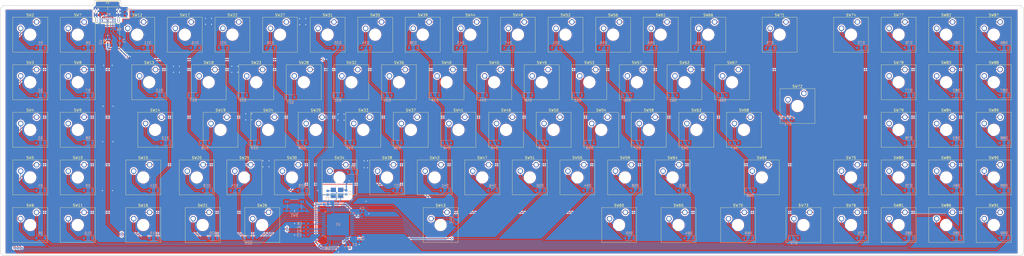
<source format=kicad_pcb>
(kicad_pcb (version 20171130) (host pcbnew 5.1.9)
  (layers (0 F.Cu signal hide) (31 B.Cu signal hide) (34 B.Paste user hide) (35 F.Paste user hide) (36 B.SilkS user hide) (37 F.SilkS user) (38 B.Mask user hide) (39 F.Mask user hide) (44 Edge.Cuts user))
  (net 0 "")
  (net 1 "Net-(C1-Pad2)")
  (net 2 GND)
  (net 3 "Net-(C2-Pad1)")
  (net 4 VCC)
  (net 5 "Net-(C8-Pad1)")
  (net 6 "Net-(D1-Pad2)")
  (net 7 /col0)
  (net 8 "Net-(D2-Pad2)")
  (net 9 "Net-(D3-Pad2)")
  (net 10 "Net-(D4-Pad2)")
  (net 11 "Net-(D5-Pad2)")
  (net 12 "Net-(D6-Pad2)")
  (net 13 /col1)
  (net 14 "Net-(D7-Pad2)")
  (net 15 "Net-(D8-Pad2)")
  (net 16 "Net-(D9-Pad2)")
  (net 17 "Net-(D10-Pad2)")
  (net 18 "Net-(D11-Pad2)")
  (net 19 /col2)
  (net 20 "Net-(D12-Pad2)")
  (net 21 "Net-(D13-Pad2)")
  (net 22 "Net-(D14-Pad2)")
  (net 23 "Net-(D15-Pad2)")
  (net 24 "Net-(D16-Pad2)")
  (net 25 /col3)
  (net 26 "Net-(D17-Pad2)")
  (net 27 "Net-(D18-Pad2)")
  (net 28 "Net-(D19-Pad2)")
  (net 29 "Net-(D20-Pad2)")
  (net 30 "Net-(D21-Pad2)")
  (net 31 /col4)
  (net 32 "Net-(D22-Pad2)")
  (net 33 "Net-(D23-Pad2)")
  (net 34 "Net-(D24-Pad2)")
  (net 35 "Net-(D25-Pad2)")
  (net 36 "Net-(D26-Pad2)")
  (net 37 /col5)
  (net 38 "Net-(D27-Pad2)")
  (net 39 "Net-(D28-Pad2)")
  (net 40 "Net-(D29-Pad2)")
  (net 41 "Net-(D30-Pad2)")
  (net 42 /col6)
  (net 43 "Net-(D31-Pad2)")
  (net 44 "Net-(D32-Pad2)")
  (net 45 "Net-(D33-Pad2)")
  (net 46 "Net-(D34-Pad2)")
  (net 47 /col7)
  (net 48 "Net-(D35-Pad2)")
  (net 49 "Net-(D36-Pad2)")
  (net 50 "Net-(D37-Pad2)")
  (net 51 "Net-(D38-Pad2)")
  (net 52 /col8)
  (net 53 "Net-(D39-Pad2)")
  (net 54 "Net-(D40-Pad2)")
  (net 55 "Net-(D41-Pad2)")
  (net 56 "Net-(D42-Pad2)")
  (net 57 "Net-(D43-Pad2)")
  (net 58 /col9)
  (net 59 "Net-(D44-Pad2)")
  (net 60 "Net-(D45-Pad2)")
  (net 61 "Net-(D46-Pad2)")
  (net 62 "Net-(D47-Pad2)")
  (net 63 /col10)
  (net 64 "Net-(D48-Pad2)")
  (net 65 "Net-(D49-Pad2)")
  (net 66 "Net-(D50-Pad2)")
  (net 67 "Net-(D51-Pad2)")
  (net 68 /col11)
  (net 69 "Net-(D52-Pad2)")
  (net 70 "Net-(D53-Pad2)")
  (net 71 "Net-(D54-Pad2)")
  (net 72 "Net-(D55-Pad2)")
  (net 73 /col12)
  (net 74 "Net-(D56-Pad2)")
  (net 75 "Net-(D57-Pad2)")
  (net 76 "Net-(D58-Pad2)")
  (net 77 "Net-(D59-Pad2)")
  (net 78 "Net-(D60-Pad2)")
  (net 79 /col13)
  (net 80 "Net-(D61-Pad2)")
  (net 81 "Net-(D62-Pad2)")
  (net 82 "Net-(D63-Pad2)")
  (net 83 "Net-(D64-Pad2)")
  (net 84 "Net-(D65-Pad2)")
  (net 85 /col14)
  (net 86 "Net-(D66-Pad2)")
  (net 87 "Net-(D67-Pad2)")
  (net 88 "Net-(D68-Pad2)")
  (net 89 "Net-(D69-Pad2)")
  (net 90 "Net-(D70-Pad2)")
  (net 91 /col15)
  (net 92 "Net-(D71-Pad2)")
  (net 93 "Net-(D72-Pad2)")
  (net 94 "Net-(D73-Pad2)")
  (net 95 /col16)
  (net 96 "Net-(D74-Pad2)")
  (net 97 "Net-(D75-Pad2)")
  (net 98 "Net-(D76-Pad2)")
  (net 99 /col17)
  (net 100 "Net-(D77-Pad2)")
  (net 101 "Net-(D78-Pad2)")
  (net 102 "Net-(D79-Pad2)")
  (net 103 "Net-(D80-Pad2)")
  (net 104 "Net-(D81-Pad2)")
  (net 105 /col18)
  (net 106 "Net-(D82-Pad2)")
  (net 107 "Net-(D83-Pad2)")
  (net 108 "Net-(D84-Pad2)")
  (net 109 "Net-(D85-Pad2)")
  (net 110 "Net-(D86-Pad2)")
  (net 111 /col19)
  (net 112 "Net-(D87-Pad2)")
  (net 113 "Net-(D88-Pad2)")
  (net 114 "Net-(D89-Pad2)")
  (net 115 "Net-(D90-Pad2)")
  (net 116 "Net-(R1-Pad2)")
  (net 117 "Net-(R2-Pad2)")
  (net 118 /row0)
  (net 119 /row1)
  (net 120 /row2)
  (net 121 /row3)
  (net 122 /row4)
  (net 123 "Net-(U1-Pad42)")
  (net 124 /D+)
  (net 125 /D-)
  (net 126 "Net-(J1-PadB8)")
  (net 127 "Net-(J1-PadA5)")
  (net 128 "Net-(J1-PadA8)")
  (net 129 "Net-(J1-PadB5)")
  (net 130 /5V)
  (net 131 /usb_D-)
  (net 132 /usb_D+)
  (net 133 GNDREF)
  (net 134 /usb+)
  (net 135 /usb-)
  (module Resistor_SMD:R_0603_1608Metric (layer B.Cu) (at 137.986 166.37 180)
    (fp_text reference R4 (at 2.667 0) (layer B.SilkS) (effects (justify mirror)))
    (fp_text value 22)
    (pad 1 smd roundrect (at -0.825 0 180) (size 0.8 0.95) (layers B.Cu B.Paste B.Mask) (net 124 /D+))
    (pad 2 smd roundrect (at 0.825 0 180) (size 0.8 0.95) (layers B.Cu B.Paste B.Mask) (net 132 /usb_D+))
  )
  (module Capacitor_SMD:C_0402_1005Metric (layer F.Cu) (at 58.674 92.075 90)
    (fp_text reference C9 (at 0 -1.16 90) (layer F.SilkS))
    (fp_text value 100nF)
    (pad 2 smd roundrect (at 0.48 0 90) (size 0.56 0.62) (layers F.Cu F.Paste F.Mask) (net 2 GND))
    (pad 1 smd roundrect (at -0.48 0 90) (size 0.56 0.62) (layers F.Cu F.Paste F.Mask) (net 4 VCC))
  )
  (module Package_TO_SOT_SMD:SOT-23-6 (layer B.Cu) (at 58.674 92.202 270)
    (fp_text reference U2 (at 0 2.9 90) (layer B.SilkS) (effects (justify mirror)))
    (fp_text value USBLC6-2SC6)
    (pad 5 smd rect (at 1.1 0 270) (size 1.06 0.65) (layers B.Cu B.Paste B.Mask) (net 4 VCC))
    (pad 6 smd rect (at 1.1 0.95 270) (size 1.06 0.65) (layers B.Cu B.Paste B.Mask) (net 131 /usb_D-))
    (pad 4 smd rect (at 1.1 -0.95 270) (size 1.06 0.65) (layers B.Cu B.Paste B.Mask) (net 132 /usb_D+))
    (pad 3 smd rect (at -1.1 -0.95 270) (size 1.06 0.65) (layers B.Cu B.Paste B.Mask) (net 134 /usb+))
    (pad 2 smd rect (at -1.1 0 270) (size 1.06 0.65) (layers B.Cu B.Paste B.Mask) (net 2 GND))
    (pad 1 smd rect (at -1.1 0.95 270) (size 1.06 0.65) (layers B.Cu B.Paste B.Mask) (net 135 /usb-))
  )
  (module Button_Switch_Keyboard:SW_Cherry_MX_1.00u_Plate (layer F.Cu) (at 49.2125 84.1375)
    (fp_text reference SW7 (at -2.54 -2.794) (layer F.SilkS))
    (fp_text value SW_Push)
    (pad "" np_thru_hole circle (at -2.54 5.08) (size 4 4) (drill 4) (layers *.Cu *.Mask))
    (pad 2 thru_hole circle (at -6.35 2.54) (size 2.2 2.2) (drill 1.5) (layers *.Cu *.Mask) (net 12 "Net-(D6-Pad2)"))
    (pad 1 thru_hole circle (at 0 0) (size 2.2 2.2) (drill 1.5) (layers *.Cu *.Mask) (net 118 /row0))
  )
  (module Type-C:USB_C_GCT_USB4085 (layer F.Cu) (at 58.62 78.101 180)
    (fp_text reference J1 (at 0 1.85) (layer F.SilkS))
    (fp_text value USB_C_Receptacle_USB2.0)
    (pad A5 thru_hole circle (at -1.275 -6.1 180) (size 0.65 0.65) (drill 0.4) (layers *.Cu *.Mask) (net 127 "Net-(J1-PadA5)"))
    (pad A1 thru_hole circle (at -2.975 -6.1 180) (size 0.65 0.65) (drill 0.4) (layers *.Cu *.Mask) (net 2 GND))
    (pad A4 thru_hole circle (at -2.125 -6.1 180) (size 0.65 0.65) (drill 0.4) (layers *.Cu *.Mask) (net 130 /5V))
    (pad A6 thru_hole circle (at -0.425 -6.1 180) (size 0.65 0.65) (drill 0.4) (layers *.Cu *.Mask) (net 134 /usb+))
    (pad A7 thru_hole circle (at 0.425 -6.1 180) (size 0.65 0.65) (drill 0.4) (layers *.Cu *.Mask) (net 135 /usb-))
    (pad A8 thru_hole circle (at 1.275 -6.1 180) (size 0.65 0.65) (drill 0.4) (layers *.Cu *.Mask) (net 128 "Net-(J1-PadA8)"))
    (pad A9 thru_hole circle (at 2.125 -6.1 180) (size 0.65 0.65) (drill 0.4) (layers *.Cu *.Mask) (net 130 /5V))
    (pad A12 thru_hole circle (at 2.975 -6.1 180) (size 0.65 0.65) (drill 0.4) (layers *.Cu *.Mask) (net 2 GND))
    (pad B12 thru_hole circle (at -2.975 -4.775 180) (size 0.65 0.65) (drill 0.4) (layers *.Cu *.Mask) (net 2 GND))
    (pad B9 thru_hole circle (at -2.12 -4.775 180) (size 0.65 0.65) (drill 0.4) (layers *.Cu *.Mask) (net 130 /5V))
    (pad B8 thru_hole circle (at -1.27 -4.775 180) (size 0.65 0.65) (drill 0.4) (layers *.Cu *.Mask) (net 126 "Net-(J1-PadB8)"))
    (pad B7 thru_hole circle (at -0.42 -4.775 180) (size 0.65 0.65) (drill 0.4) (layers *.Cu *.Mask) (net 135 /usb-))
    (pad B6 thru_hole circle (at 0.43 -4.775 180) (size 0.65 0.65) (drill 0.4) (layers *.Cu *.Mask) (net 134 /usb+))
    (pad B5 thru_hole circle (at 1.28 -4.775 180) (size 0.65 0.65) (drill 0.4) (layers *.Cu *.Mask) (net 129 "Net-(J1-PadB5)"))
    (pad B4 thru_hole circle (at 2.13 -4.775 180) (size 0.65 0.65) (drill 0.4) (layers *.Cu *.Mask) (net 130 /5V))
    (pad B1 thru_hole circle (at 2.98 -4.775 180) (size 0.65 0.65) (drill 0.4) (layers *.Cu *.Mask) (net 2 GND))
    (pad S1 thru_hole oval (at -4.325 -5.12 180) (size 0.9 2.4) (drill oval 0.6 2.1) (layers *.Cu *.Mask) (net 133 GNDREF))
    (pad S1 thru_hole oval (at 4.325 -5.12 180) (size 0.9 2.4) (drill oval 0.6 2.1) (layers *.Cu *.Mask) (net 133 GNDREF))
    (pad S1 thru_hole oval (at -4.325 -1.74 180) (size 0.9 1.7) (drill oval 0.6 1.4) (layers *.Cu *.Mask) (net 133 GNDREF))
    (pad S1 thru_hole oval (at 4.325 -1.74 180) (size 0.9 1.7) (drill oval 0.6 1.4) (layers *.Cu *.Mask) (net 133 GNDREF))
  )
  (module Crystal:Crystal_SMD_3225-4Pin_3.2x2.5mm_HandSoldering (layer B.Cu) (at 150.442 152.52 180)
    (fp_text reference Y1 (at 0 3.05) (layer B.SilkS) (effects (justify mirror)))
    (fp_text value Xtal)
    (pad 4 smd rect (at -1.45 1.15 180) (size 2.1 1.8) (layers B.Cu B.Paste B.Mask) (net 2 GND))
    (pad 3 smd rect (at 1.45 1.15 180) (size 2.1 1.8) (layers B.Cu B.Paste B.Mask) (net 3 "Net-(C2-Pad1)"))
    (pad 2 smd rect (at 1.45 -1.15 180) (size 2.1 1.8) (layers B.Cu B.Paste B.Mask) (net 2 GND))
    (pad 1 smd rect (at -1.45 -1.15 180) (size 2.1 1.8) (layers B.Cu B.Paste B.Mask) (net 1 "Net-(C1-Pad2)"))
  )
  (module Inductor_SMD:L_0805_2012Metric_Pad1.15x1.40mm_HandSolder (layer B.Cu) (at 67.183 80.899 180)
    (fp_text reference FB1 (at 0 1.65) (layer B.SilkS) (effects (justify mirror)))
    (fp_text value Ferrite_Bead_Small)
    (pad 2 smd roundrect (at 1.025 0 180) (size 1.15 1.4) (layers B.Cu B.Paste B.Mask) (roundrect_rratio 0.217391) (net 133 GNDREF))
    (pad 1 smd roundrect (at -1.025 0 180) (size 1.15 1.4) (layers B.Cu B.Paste B.Mask) (roundrect_rratio 0.217391) (net 2 GND))
  )
  (module Resistor_SMD:R_0603_1608Metric (layer B.Cu) (at 60.833 87.122)
    (fp_text reference R6 (at 2.413 0) (layer B.SilkS) (effects (justify mirror)))
    (fp_text value 5.1K)
    (pad 2 smd roundrect (at 0.825 0) (size 0.8 0.95) (layers B.Cu B.Paste B.Mask) (net 2 GND))
    (pad 1 smd roundrect (at -0.825 0) (size 0.8 0.95) (layers B.Cu B.Paste B.Mask) (net 127 "Net-(J1-PadA5)"))
  )
  (module Resistor_SMD:R_0603_1608Metric (layer B.Cu) (at 56.515 81.153)
    (fp_text reference R5 (at 2.413 0) (layer B.SilkS) (effects (justify mirror)))
    (fp_text value 5.1k)
    (pad 2 smd roundrect (at 0.825 0) (size 0.8 0.95) (layers B.Cu B.Paste B.Mask) (net 129 "Net-(J1-PadB5)"))
    (pad 1 smd roundrect (at -0.825 0) (size 0.8 0.95) (layers B.Cu B.Paste B.Mask) (net 2 GND))
  )
  (module Resistor_SMD:R_0603_1608Metric (layer B.Cu) (at 138.049 167.894)
    (fp_text reference R3 (at -2.667 0) (layer B.SilkS) (effects (justify mirror)))
    (fp_text value 22)
    (pad 1 smd roundrect (at -0.825 0) (size 0.8 0.95) (layers B.Cu B.Paste B.Mask) (net 131 /usb_D-))
    (pad 2 smd roundrect (at 0.825 0) (size 0.8 0.95) (layers B.Cu B.Paste B.Mask) (net 125 /D-))
  )
  (module Fuse:Fuse_0805_2012Metric (layer B.Cu) (at 63.5 91.694 90)
    (fp_text reference F1 (at 0 1.65 90) (layer B.SilkS) (effects (justify mirror)))
    (fp_text value Polyfuse_Small)
    (pad 2 smd roundrect (at 0.9375 0 90) (size 0.975 1.4) (layers B.Cu B.Paste B.Mask) (net 130 /5V))
    (pad 1 smd roundrect (at -0.9375 0 90) (size 0.975 1.4) (layers B.Cu B.Paste B.Mask) (net 4 VCC))
  )
  (module Button_Switch_SMD:SW_SPST_SKQG_WithStem (layer B.Cu) (at 133.35 157.95625)
    (fp_text reference SW1 (at 0 3.6) (layer B.SilkS) (effects (justify mirror)))
    (fp_text value SW_PUSH)
    (pad 2 smd rect (at 3.1 -1.85) (size 1.8 1.1) (layers B.Cu B.Paste B.Mask) (net 116 "Net-(R1-Pad2)"))
    (pad 2 smd rect (at -3.1 -1.85) (size 1.8 1.1) (layers B.Cu B.Paste B.Mask) (net 116 "Net-(R1-Pad2)"))
    (pad 1 smd rect (at 3.1 1.85) (size 1.8 1.1) (layers B.Cu B.Paste B.Mask) (net 2 GND))
    (pad 1 smd rect (at -3.1 1.85) (size 1.8 1.1) (layers B.Cu B.Paste B.Mask) (net 2 GND))
  )
  (module Button_Switch_Keyboard:SW_Cherry_MX_1.25u_Plate (layer F.Cu) (at 313.53125 160.3375)
    (fp_text reference SW70 (at -2.54 -2.794) (layer F.SilkS))
    (fp_text value SW_Push)
    (pad "" np_thru_hole circle (at -2.54 5.08) (size 4 4) (drill 4) (layers *.Cu *.Mask))
    (pad 2 thru_hole circle (at -6.35 2.54) (size 2.2 2.2) (drill 1.5) (layers *.Cu *.Mask) (net 89 "Net-(D69-Pad2)"))
    (pad 1 thru_hole circle (at 0 0) (size 2.2 2.2) (drill 1.5) (layers *.Cu *.Mask) (net 122 /row4))
  )
  (module Button_Switch_Keyboard:SW_Cherry_MX_ISOEnter_Plate (layer F.Cu) (at 337.34375 112.7125)
    (fp_text reference SW72 (at -2.54 -2.794) (layer F.SilkS))
    (fp_text value SW_Push)
    (pad "" np_thru_hole circle (at -2.54 5.08) (size 4 4) (drill 4) (layers *.Cu *.Mask))
    (pad 2 thru_hole circle (at -6.35 2.54) (size 2.2 2.2) (drill 1.5) (layers *.Cu *.Mask) (net 92 "Net-(D71-Pad2)"))
    (pad 1 thru_hole circle (at 0 0) (size 2.2 2.2) (drill 1.5) (layers *.Cu *.Mask) (net 119 /row1))
  )
  (module Button_Switch_Keyboard:SW_Cherry_MX_2.00u_Plate (layer F.Cu) (at 330.2 84.1375)
    (fp_text reference SW71 (at -2.54 -2.794) (layer F.SilkS))
    (fp_text value SW_Push)
    (pad "" np_thru_hole circle (at -2.54 5.08) (size 4 4) (drill 4) (layers *.Cu *.Mask))
    (pad 2 thru_hole circle (at -6.35 2.54) (size 2.2 2.2) (drill 1.5) (layers *.Cu *.Mask) (net 90 "Net-(D70-Pad2)"))
    (pad 1 thru_hole circle (at 0 0) (size 2.2 2.2) (drill 1.5) (layers *.Cu *.Mask) (net 118 /row0))
  )
  (module Button_Switch_Keyboard:SW_Cherry_MX_2.75u_Plate (layer F.Cu) (at 323.05625 141.2875)
    (fp_text reference SW69 (at -2.54 -2.794) (layer F.SilkS))
    (fp_text value SW_Push)
    (pad "" np_thru_hole circle (at -2.54 5.08) (size 4 4) (drill 4) (layers *.Cu *.Mask))
    (pad 2 thru_hole circle (at -6.35 2.54) (size 2.2 2.2) (drill 1.5) (layers *.Cu *.Mask) (net 88 "Net-(D68-Pad2)"))
    (pad 1 thru_hole circle (at 0 0) (size 2.2 2.2) (drill 1.5) (layers *.Cu *.Mask) (net 121 /row3))
  )
  (module Button_Switch_Keyboard:SW_Cherry_MX_1.25u_Plate (layer F.Cu) (at 289.71875 160.3375)
    (fp_text reference SW65 (at -2.54 -2.794) (layer F.SilkS))
    (fp_text value SW_Push)
    (pad "" np_thru_hole circle (at -2.54 5.08) (size 4 4) (drill 4) (layers *.Cu *.Mask))
    (pad 2 thru_hole circle (at -6.35 2.54) (size 2.2 2.2) (drill 1.5) (layers *.Cu *.Mask) (net 83 "Net-(D64-Pad2)"))
    (pad 1 thru_hole circle (at 0 0) (size 2.2 2.2) (drill 1.5) (layers *.Cu *.Mask) (net 122 /row4))
  )
  (module Button_Switch_Keyboard:SW_Cherry_MX_1.25u_Plate (layer F.Cu) (at 265.90625 160.3375)
    (fp_text reference SW60 (at -2.54 -2.794) (layer F.SilkS))
    (fp_text value SW_Push)
    (pad "" np_thru_hole circle (at -2.54 5.08) (size 4 4) (drill 4) (layers *.Cu *.Mask))
    (pad 2 thru_hole circle (at -6.35 2.54) (size 2.2 2.2) (drill 1.5) (layers *.Cu *.Mask) (net 77 "Net-(D59-Pad2)"))
    (pad 1 thru_hole circle (at 0 0) (size 2.2 2.2) (drill 1.5) (layers *.Cu *.Mask) (net 122 /row4))
  )
  (module Button_Switch_Keyboard:SW_Cherry_MX_6.25u_Plate (layer F.Cu) (at 194.46875 160.3375)
    (fp_text reference SW43 (at -2.54 -2.794) (layer F.SilkS))
    (fp_text value SW_Push)
    (pad "" np_thru_hole circle (at -2.54 5.08) (size 4 4) (drill 4) (layers *.Cu *.Mask))
    (pad 2 thru_hole circle (at -6.35 2.54) (size 2.2 2.2) (drill 1.5) (layers *.Cu *.Mask) (net 56 "Net-(D42-Pad2)"))
    (pad 1 thru_hole circle (at 0 0) (size 2.2 2.2) (drill 1.5) (layers *.Cu *.Mask) (net 122 /row4))
  )
  (module Button_Switch_Keyboard:SW_Cherry_MX_1.25u_Plate (layer F.Cu) (at 123.03125 160.3375)
    (fp_text reference SW26 (at -2.54 -2.794) (layer F.SilkS))
    (fp_text value SW_Push)
    (pad "" np_thru_hole circle (at -2.54 5.08) (size 4 4) (drill 4) (layers *.Cu *.Mask))
    (pad 2 thru_hole circle (at -6.35 2.54) (size 2.2 2.2) (drill 1.5) (layers *.Cu *.Mask) (net 35 "Net-(D25-Pad2)"))
    (pad 1 thru_hole circle (at 0 0) (size 2.2 2.2) (drill 1.5) (layers *.Cu *.Mask) (net 122 /row4))
  )
  (module Button_Switch_Keyboard:SW_Cherry_MX_1.25u_Plate (layer F.Cu) (at 99.21875 160.3375)
    (fp_text reference SW21 (at -2.54 -2.794) (layer F.SilkS))
    (fp_text value SW_Push)
    (pad "" np_thru_hole circle (at -2.54 5.08) (size 4 4) (drill 4) (layers *.Cu *.Mask))
    (pad 2 thru_hole circle (at -6.35 2.54) (size 2.2 2.2) (drill 1.5) (layers *.Cu *.Mask) (net 29 "Net-(D20-Pad2)"))
    (pad 1 thru_hole circle (at 0 0) (size 2.2 2.2) (drill 1.5) (layers *.Cu *.Mask) (net 122 /row4))
  )
  (module Button_Switch_Keyboard:SW_Cherry_MX_1.25u_Plate (layer F.Cu) (at 75.40625 160.3375)
    (fp_text reference SW16 (at -2.54 -2.794) (layer F.SilkS))
    (fp_text value SW_Push)
    (pad "" np_thru_hole circle (at -2.54 5.08) (size 4 4) (drill 4) (layers *.Cu *.Mask))
    (pad 2 thru_hole circle (at -6.35 2.54) (size 2.2 2.2) (drill 1.5) (layers *.Cu *.Mask) (net 23 "Net-(D15-Pad2)"))
    (pad 1 thru_hole circle (at 0 0) (size 2.2 2.2) (drill 1.5) (layers *.Cu *.Mask) (net 122 /row4))
  )
  (module Button_Switch_Keyboard:SW_Cherry_MX_1.25u_Plate (layer F.Cu) (at 75.40625 141.2875)
    (fp_text reference SW15 (at -2.54 -2.794) (layer F.SilkS))
    (fp_text value SW_Push)
    (pad "" np_thru_hole circle (at -2.54 5.08) (size 4 4) (drill 4) (layers *.Cu *.Mask))
    (pad 2 thru_hole circle (at -6.35 2.54) (size 2.2 2.2) (drill 1.5) (layers *.Cu *.Mask) (net 22 "Net-(D14-Pad2)"))
    (pad 1 thru_hole circle (at 0 0) (size 2.2 2.2) (drill 1.5) (layers *.Cu *.Mask) (net 121 /row3))
  )
  (module Button_Switch_Keyboard:SW_Cherry_MX_1.75u_Plate (layer F.Cu) (at 80.16875 122.2375)
    (fp_text reference SW14 (at -2.54 -2.794) (layer F.SilkS))
    (fp_text value SW_Push)
    (pad "" np_thru_hole circle (at -2.54 5.08) (size 4 4) (drill 4) (layers *.Cu *.Mask))
    (pad 2 thru_hole circle (at -6.35 2.54) (size 2.2 2.2) (drill 1.5) (layers *.Cu *.Mask) (net 21 "Net-(D13-Pad2)"))
    (pad 1 thru_hole circle (at 0 0) (size 2.2 2.2) (drill 1.5) (layers *.Cu *.Mask) (net 120 /row2))
  )
  (module Button_Switch_Keyboard:SW_Cherry_MX_1.50u_Plate (layer F.Cu) (at 77.7875 103.1875)
    (fp_text reference SW13 (at -2.54 -2.794) (layer F.SilkS))
    (fp_text value SW_Push)
    (pad "" np_thru_hole circle (at -2.54 5.08) (size 4 4) (drill 4) (layers *.Cu *.Mask))
    (pad 2 thru_hole circle (at -6.35 2.54) (size 2.2 2.2) (drill 1.5) (layers *.Cu *.Mask) (net 20 "Net-(D12-Pad2)"))
    (pad 1 thru_hole circle (at 0 0) (size 2.2 2.2) (drill 1.5) (layers *.Cu *.Mask) (net 119 /row1))
  )
  (module Package_QFP:TQFP-44_10x10mm_P0.8mm (layer B.Cu) (at 150.8125 165.1)
    (fp_text reference U1 (at 0 0) (layer B.SilkS) (effects (justify mirror)))
    (fp_text value ATmega32U4-AU)
    (pad 44 smd rect (at -4 5.7 270) (size 1.5 0.55) (layers B.Cu B.Paste B.Mask) (net 4 VCC))
    (pad 43 smd rect (at -3.2 5.7 270) (size 1.5 0.55) (layers B.Cu B.Paste B.Mask) (net 2 GND))
    (pad 42 smd rect (at -2.4 5.7 270) (size 1.5 0.55) (layers B.Cu B.Paste B.Mask) (net 123 "Net-(U1-Pad42)"))
    (pad 41 smd rect (at -1.6 5.7 270) (size 1.5 0.55) (layers B.Cu B.Paste B.Mask) (net 122 /row4))
    (pad 40 smd rect (at -0.8 5.7 270) (size 1.5 0.55) (layers B.Cu B.Paste B.Mask) (net 121 /row3))
    (pad 39 smd rect (at 0 5.7 270) (size 1.5 0.55) (layers B.Cu B.Paste B.Mask) (net 120 /row2))
    (pad 38 smd rect (at 0.8 5.7 270) (size 1.5 0.55) (layers B.Cu B.Paste B.Mask) (net 119 /row1))
    (pad 37 smd rect (at 1.6 5.7 270) (size 1.5 0.55) (layers B.Cu B.Paste B.Mask) (net 118 /row0))
    (pad 36 smd rect (at 2.4 5.7 270) (size 1.5 0.55) (layers B.Cu B.Paste B.Mask) (net 63 /col10))
    (pad 35 smd rect (at 3.2 5.7 270) (size 1.5 0.55) (layers B.Cu B.Paste B.Mask) (net 2 GND))
    (pad 34 smd rect (at 4 5.7 270) (size 1.5 0.55) (layers B.Cu B.Paste B.Mask) (net 4 VCC))
    (pad 33 smd rect (at 5.7 4) (size 1.5 0.55) (layers B.Cu B.Paste B.Mask) (net 117 "Net-(R2-Pad2)"))
    (pad 32 smd rect (at 5.7 3.2) (size 1.5 0.55) (layers B.Cu B.Paste B.Mask) (net 111 /col19))
    (pad 31 smd rect (at 5.7 2.4) (size 1.5 0.55) (layers B.Cu B.Paste B.Mask) (net 105 /col18))
    (pad 30 smd rect (at 5.7 1.6) (size 1.5 0.55) (layers B.Cu B.Paste B.Mask) (net 99 /col17))
    (pad 29 smd rect (at 5.7 0.8) (size 1.5 0.55) (layers B.Cu B.Paste B.Mask) (net 95 /col16))
    (pad 28 smd rect (at 5.7 0) (size 1.5 0.55) (layers B.Cu B.Paste B.Mask) (net 91 /col15))
    (pad 27 smd rect (at 5.7 -0.8) (size 1.5 0.55) (layers B.Cu B.Paste B.Mask) (net 85 /col14))
    (pad 26 smd rect (at 5.7 -1.6) (size 1.5 0.55) (layers B.Cu B.Paste B.Mask) (net 79 /col13))
    (pad 25 smd rect (at 5.7 -2.4) (size 1.5 0.55) (layers B.Cu B.Paste B.Mask) (net 73 /col12))
    (pad 24 smd rect (at 5.7 -3.2) (size 1.5 0.55) (layers B.Cu B.Paste B.Mask) (net 4 VCC))
    (pad 23 smd rect (at 5.7 -4) (size 1.5 0.55) (layers B.Cu B.Paste B.Mask) (net 2 GND))
    (pad 22 smd rect (at 4 -5.7 270) (size 1.5 0.55) (layers B.Cu B.Paste B.Mask) (net 68 /col11))
    (pad 21 smd rect (at 3.2 -5.7 270) (size 1.5 0.55) (layers B.Cu B.Paste B.Mask) (net 58 /col9))
    (pad 20 smd rect (at 2.4 -5.7 270) (size 1.5 0.55) (layers B.Cu B.Paste B.Mask) (net 52 /col8))
    (pad 19 smd rect (at 1.6 -5.7 270) (size 1.5 0.55) (layers B.Cu B.Paste B.Mask) (net 47 /col7))
    (pad 18 smd rect (at 0.8 -5.7 270) (size 1.5 0.55) (layers B.Cu B.Paste B.Mask) (net 42 /col6))
    (pad 17 smd rect (at 0 -5.7 270) (size 1.5 0.55) (layers B.Cu B.Paste B.Mask) (net 1 "Net-(C1-Pad2)"))
    (pad 16 smd rect (at -0.8 -5.7 270) (size 1.5 0.55) (layers B.Cu B.Paste B.Mask) (net 3 "Net-(C2-Pad1)"))
    (pad 15 smd rect (at -1.6 -5.7 270) (size 1.5 0.55) (layers B.Cu B.Paste B.Mask) (net 2 GND))
    (pad 14 smd rect (at -2.4 -5.7 270) (size 1.5 0.55) (layers B.Cu B.Paste B.Mask) (net 4 VCC))
    (pad 13 smd rect (at -3.2 -5.7 270) (size 1.5 0.55) (layers B.Cu B.Paste B.Mask) (net 116 "Net-(R1-Pad2)"))
    (pad 12 smd rect (at -4 -5.7 270) (size 1.5 0.55) (layers B.Cu B.Paste B.Mask) (net 37 /col5))
    (pad 11 smd rect (at -5.7 -4) (size 1.5 0.55) (layers B.Cu B.Paste B.Mask) (net 31 /col4))
    (pad 10 smd rect (at -5.7 -3.2) (size 1.5 0.55) (layers B.Cu B.Paste B.Mask) (net 25 /col3))
    (pad 9 smd rect (at -5.7 -2.4) (size 1.5 0.55) (layers B.Cu B.Paste B.Mask) (net 19 /col2))
    (pad 8 smd rect (at -5.7 -1.6) (size 1.5 0.55) (layers B.Cu B.Paste B.Mask) (net 13 /col1))
    (pad 7 smd rect (at -5.7 -0.8) (size 1.5 0.55) (layers B.Cu B.Paste B.Mask) (net 4 VCC))
    (pad 6 smd rect (at -5.7 0) (size 1.5 0.55) (layers B.Cu B.Paste B.Mask) (net 5 "Net-(C8-Pad1)"))
    (pad 5 smd rect (at -5.7 0.8) (size 1.5 0.55) (layers B.Cu B.Paste B.Mask) (net 2 GND))
    (pad 4 smd rect (at -5.7 1.6) (size 1.5 0.55) (layers B.Cu B.Paste B.Mask) (net 124 /D+))
    (pad 3 smd rect (at -5.7 2.4) (size 1.5 0.55) (layers B.Cu B.Paste B.Mask) (net 125 /D-))
    (pad 2 smd rect (at -5.7 3.2) (size 1.5 0.55) (layers B.Cu B.Paste B.Mask) (net 4 VCC))
    (pad 1 smd rect (at -5.7 4) (size 1.5 0.55) (layers B.Cu B.Paste B.Mask) (net 7 /col0))
  )
  (module Button_Switch_Keyboard:SW_Cherry_MX_1.00u_Plate (layer F.Cu) (at 415.925 160.3375)
    (fp_text reference SW91 (at -2.54 -2.794) (layer F.SilkS))
    (fp_text value SW_Push)
    (pad "" np_thru_hole circle (at -2.54 5.08) (size 4 4) (drill 4) (layers *.Cu *.Mask))
    (pad 2 thru_hole circle (at -6.35 2.54) (size 2.2 2.2) (drill 1.5) (layers *.Cu *.Mask) (net 115 "Net-(D90-Pad2)"))
    (pad 1 thru_hole circle (at 0 0) (size 2.2 2.2) (drill 1.5) (layers *.Cu *.Mask) (net 122 /row4))
  )
  (module Button_Switch_Keyboard:SW_Cherry_MX_1.00u_Plate (layer F.Cu) (at 415.925 141.2875)
    (fp_text reference SW90 (at -2.54 -2.794) (layer F.SilkS))
    (fp_text value SW_Push)
    (pad "" np_thru_hole circle (at -2.54 5.08) (size 4 4) (drill 4) (layers *.Cu *.Mask))
    (pad 2 thru_hole circle (at -6.35 2.54) (size 2.2 2.2) (drill 1.5) (layers *.Cu *.Mask) (net 114 "Net-(D89-Pad2)"))
    (pad 1 thru_hole circle (at 0 0) (size 2.2 2.2) (drill 1.5) (layers *.Cu *.Mask) (net 121 /row3))
  )
  (module Button_Switch_Keyboard:SW_Cherry_MX_1.00u_Plate (layer F.Cu) (at 415.925 122.2375)
    (fp_text reference SW89 (at -2.54 -2.794) (layer F.SilkS))
    (fp_text value SW_Push)
    (pad "" np_thru_hole circle (at -2.54 5.08) (size 4 4) (drill 4) (layers *.Cu *.Mask))
    (pad 2 thru_hole circle (at -6.35 2.54) (size 2.2 2.2) (drill 1.5) (layers *.Cu *.Mask) (net 113 "Net-(D88-Pad2)"))
    (pad 1 thru_hole circle (at 0 0) (size 2.2 2.2) (drill 1.5) (layers *.Cu *.Mask) (net 120 /row2))
  )
  (module Button_Switch_Keyboard:SW_Cherry_MX_1.00u_Plate (layer F.Cu) (at 415.925 103.1875)
    (fp_text reference SW88 (at -2.54 -2.794) (layer F.SilkS))
    (fp_text value SW_Push)
    (pad "" np_thru_hole circle (at -2.54 5.08) (size 4 4) (drill 4) (layers *.Cu *.Mask))
    (pad 2 thru_hole circle (at -6.35 2.54) (size 2.2 2.2) (drill 1.5) (layers *.Cu *.Mask) (net 112 "Net-(D87-Pad2)"))
    (pad 1 thru_hole circle (at 0 0) (size 2.2 2.2) (drill 1.5) (layers *.Cu *.Mask) (net 119 /row1))
  )
  (module Button_Switch_Keyboard:SW_Cherry_MX_1.00u_Plate (layer F.Cu) (at 415.925 84.1375)
    (fp_text reference SW87 (at -2.54 -2.794) (layer F.SilkS))
    (fp_text value SW_Push)
    (pad "" np_thru_hole circle (at -2.54 5.08) (size 4 4) (drill 4) (layers *.Cu *.Mask))
    (pad 2 thru_hole circle (at -6.35 2.54) (size 2.2 2.2) (drill 1.5) (layers *.Cu *.Mask) (net 110 "Net-(D86-Pad2)"))
    (pad 1 thru_hole circle (at 0 0) (size 2.2 2.2) (drill 1.5) (layers *.Cu *.Mask) (net 118 /row0))
  )
  (module Button_Switch_Keyboard:SW_Cherry_MX_1.00u_Plate (layer F.Cu) (at 396.875 160.3375)
    (fp_text reference SW86 (at -2.54 -2.794) (layer F.SilkS))
    (fp_text value SW_Push)
    (pad "" np_thru_hole circle (at -2.54 5.08) (size 4 4) (drill 4) (layers *.Cu *.Mask))
    (pad 2 thru_hole circle (at -6.35 2.54) (size 2.2 2.2) (drill 1.5) (layers *.Cu *.Mask) (net 109 "Net-(D85-Pad2)"))
    (pad 1 thru_hole circle (at 0 0) (size 2.2 2.2) (drill 1.5) (layers *.Cu *.Mask) (net 122 /row4))
  )
  (module Button_Switch_Keyboard:SW_Cherry_MX_1.00u_Plate (layer F.Cu) (at 396.875 141.2875)
    (fp_text reference SW85 (at -2.54 -2.794) (layer F.SilkS))
    (fp_text value SW_Push)
    (pad "" np_thru_hole circle (at -2.54 5.08) (size 4 4) (drill 4) (layers *.Cu *.Mask))
    (pad 2 thru_hole circle (at -6.35 2.54) (size 2.2 2.2) (drill 1.5) (layers *.Cu *.Mask) (net 108 "Net-(D84-Pad2)"))
    (pad 1 thru_hole circle (at 0 0) (size 2.2 2.2) (drill 1.5) (layers *.Cu *.Mask) (net 121 /row3))
  )
  (module Button_Switch_Keyboard:SW_Cherry_MX_1.00u_Plate (layer F.Cu) (at 396.875 122.2375)
    (fp_text reference SW84 (at -2.54 -2.794) (layer F.SilkS))
    (fp_text value SW_Push)
    (pad "" np_thru_hole circle (at -2.54 5.08) (size 4 4) (drill 4) (layers *.Cu *.Mask))
    (pad 2 thru_hole circle (at -6.35 2.54) (size 2.2 2.2) (drill 1.5) (layers *.Cu *.Mask) (net 107 "Net-(D83-Pad2)"))
    (pad 1 thru_hole circle (at 0 0) (size 2.2 2.2) (drill 1.5) (layers *.Cu *.Mask) (net 120 /row2))
  )
  (module Button_Switch_Keyboard:SW_Cherry_MX_1.00u_Plate (layer F.Cu) (at 396.875 103.1875)
    (fp_text reference SW83 (at -2.54 -2.794) (layer F.SilkS))
    (fp_text value SW_Push)
    (pad "" np_thru_hole circle (at -2.54 5.08) (size 4 4) (drill 4) (layers *.Cu *.Mask))
    (pad 2 thru_hole circle (at -6.35 2.54) (size 2.2 2.2) (drill 1.5) (layers *.Cu *.Mask) (net 106 "Net-(D82-Pad2)"))
    (pad 1 thru_hole circle (at 0 0) (size 2.2 2.2) (drill 1.5) (layers *.Cu *.Mask) (net 119 /row1))
  )
  (module Button_Switch_Keyboard:SW_Cherry_MX_1.00u_Plate (layer F.Cu) (at 396.875 84.1375)
    (fp_text reference SW82 (at -2.54 -2.794) (layer F.SilkS))
    (fp_text value SW_Push)
    (pad "" np_thru_hole circle (at -2.54 5.08) (size 4 4) (drill 4) (layers *.Cu *.Mask))
    (pad 2 thru_hole circle (at -6.35 2.54) (size 2.2 2.2) (drill 1.5) (layers *.Cu *.Mask) (net 104 "Net-(D81-Pad2)"))
    (pad 1 thru_hole circle (at 0 0) (size 2.2 2.2) (drill 1.5) (layers *.Cu *.Mask) (net 118 /row0))
  )
  (module Button_Switch_Keyboard:SW_Cherry_MX_1.00u_Plate (layer F.Cu) (at 377.825 160.3375)
    (fp_text reference SW81 (at -2.54 -2.794) (layer F.SilkS))
    (fp_text value SW_Push)
    (pad "" np_thru_hole circle (at -2.54 5.08) (size 4 4) (drill 4) (layers *.Cu *.Mask))
    (pad 2 thru_hole circle (at -6.35 2.54) (size 2.2 2.2) (drill 1.5) (layers *.Cu *.Mask) (net 103 "Net-(D80-Pad2)"))
    (pad 1 thru_hole circle (at 0 0) (size 2.2 2.2) (drill 1.5) (layers *.Cu *.Mask) (net 122 /row4))
  )
  (module Button_Switch_Keyboard:SW_Cherry_MX_1.00u_Plate (layer F.Cu) (at 377.825 141.2875)
    (fp_text reference SW80 (at -2.54 -2.794) (layer F.SilkS))
    (fp_text value SW_Push)
    (pad "" np_thru_hole circle (at -2.54 5.08) (size 4 4) (drill 4) (layers *.Cu *.Mask))
    (pad 2 thru_hole circle (at -6.35 2.54) (size 2.2 2.2) (drill 1.5) (layers *.Cu *.Mask) (net 102 "Net-(D79-Pad2)"))
    (pad 1 thru_hole circle (at 0 0) (size 2.2 2.2) (drill 1.5) (layers *.Cu *.Mask) (net 121 /row3))
  )
  (module Button_Switch_Keyboard:SW_Cherry_MX_1.00u_Plate (layer F.Cu) (at 377.825 122.2375)
    (fp_text reference SW79 (at -2.54 -2.794) (layer F.SilkS))
    (fp_text value SW_Push)
    (pad "" np_thru_hole circle (at -2.54 5.08) (size 4 4) (drill 4) (layers *.Cu *.Mask))
    (pad 2 thru_hole circle (at -6.35 2.54) (size 2.2 2.2) (drill 1.5) (layers *.Cu *.Mask) (net 101 "Net-(D78-Pad2)"))
    (pad 1 thru_hole circle (at 0 0) (size 2.2 2.2) (drill 1.5) (layers *.Cu *.Mask) (net 120 /row2))
  )
  (module Button_Switch_Keyboard:SW_Cherry_MX_1.00u_Plate (layer F.Cu) (at 377.825 103.1875)
    (fp_text reference SW78 (at -2.54 -2.794) (layer F.SilkS))
    (fp_text value SW_Push)
    (pad "" np_thru_hole circle (at -2.54 5.08) (size 4 4) (drill 4) (layers *.Cu *.Mask))
    (pad 2 thru_hole circle (at -6.35 2.54) (size 2.2 2.2) (drill 1.5) (layers *.Cu *.Mask) (net 100 "Net-(D77-Pad2)"))
    (pad 1 thru_hole circle (at 0 0) (size 2.2 2.2) (drill 1.5) (layers *.Cu *.Mask) (net 119 /row1))
  )
  (module Button_Switch_Keyboard:SW_Cherry_MX_1.00u_Plate (layer F.Cu) (at 377.825 84.1375)
    (fp_text reference SW77 (at -2.54 -2.794) (layer F.SilkS))
    (fp_text value SW_Push)
    (pad "" np_thru_hole circle (at -2.54 5.08) (size 4 4) (drill 4) (layers *.Cu *.Mask))
    (pad 2 thru_hole circle (at -6.35 2.54) (size 2.2 2.2) (drill 1.5) (layers *.Cu *.Mask) (net 98 "Net-(D76-Pad2)"))
    (pad 1 thru_hole circle (at 0 0) (size 2.2 2.2) (drill 1.5) (layers *.Cu *.Mask) (net 118 /row0))
  )
  (module Button_Switch_Keyboard:SW_Cherry_MX_1.00u_Plate (layer F.Cu) (at 358.775 160.3375)
    (fp_text reference SW76 (at -2.54 -2.794) (layer F.SilkS))
    (fp_text value SW_Push)
    (pad "" np_thru_hole circle (at -2.54 5.08) (size 4 4) (drill 4) (layers *.Cu *.Mask))
    (pad 2 thru_hole circle (at -6.35 2.54) (size 2.2 2.2) (drill 1.5) (layers *.Cu *.Mask) (net 97 "Net-(D75-Pad2)"))
    (pad 1 thru_hole circle (at 0 0) (size 2.2 2.2) (drill 1.5) (layers *.Cu *.Mask) (net 122 /row4))
  )
  (module Button_Switch_Keyboard:SW_Cherry_MX_1.00u_Plate (layer F.Cu) (at 358.775 141.2875)
    (fp_text reference SW75 (at -2.54 -2.794) (layer F.SilkS))
    (fp_text value SW_Push)
    (pad "" np_thru_hole circle (at -2.54 5.08) (size 4 4) (drill 4) (layers *.Cu *.Mask))
    (pad 2 thru_hole circle (at -6.35 2.54) (size 2.2 2.2) (drill 1.5) (layers *.Cu *.Mask) (net 96 "Net-(D74-Pad2)"))
    (pad 1 thru_hole circle (at 0 0) (size 2.2 2.2) (drill 1.5) (layers *.Cu *.Mask) (net 121 /row3))
  )
  (module Button_Switch_Keyboard:SW_Cherry_MX_1.00u_Plate (layer F.Cu) (at 358.775 84.1375)
    (fp_text reference SW74 (at -2.54 -2.794) (layer F.SilkS))
    (fp_text value SW_Push)
    (pad "" np_thru_hole circle (at -2.54 5.08) (size 4 4) (drill 4) (layers *.Cu *.Mask))
    (pad 2 thru_hole circle (at -6.35 2.54) (size 2.2 2.2) (drill 1.5) (layers *.Cu *.Mask) (net 94 "Net-(D73-Pad2)"))
    (pad 1 thru_hole circle (at 0 0) (size 2.2 2.2) (drill 1.5) (layers *.Cu *.Mask) (net 118 /row0))
  )
  (module Button_Switch_Keyboard:SW_Cherry_MX_1.00u_Plate (layer F.Cu) (at 339.725 160.3375)
    (fp_text reference SW73 (at -2.54 -2.794) (layer F.SilkS))
    (fp_text value SW_Push)
    (pad "" np_thru_hole circle (at -2.54 5.08) (size 4 4) (drill 4) (layers *.Cu *.Mask))
    (pad 2 thru_hole circle (at -6.35 2.54) (size 2.2 2.2) (drill 1.5) (layers *.Cu *.Mask) (net 93 "Net-(D72-Pad2)"))
    (pad 1 thru_hole circle (at 0 0) (size 2.2 2.2) (drill 1.5) (layers *.Cu *.Mask) (net 122 /row4))
  )
  (module Button_Switch_Keyboard:SW_Cherry_MX_1.00u_Plate (layer F.Cu) (at 315.9125 122.2375)
    (fp_text reference SW68 (at -2.54 -2.794) (layer F.SilkS))
    (fp_text value SW_Push)
    (pad "" np_thru_hole circle (at -2.54 5.08) (size 4 4) (drill 4) (layers *.Cu *.Mask))
    (pad 2 thru_hole circle (at -6.35 2.54) (size 2.2 2.2) (drill 1.5) (layers *.Cu *.Mask) (net 87 "Net-(D67-Pad2)"))
    (pad 1 thru_hole circle (at 0 0) (size 2.2 2.2) (drill 1.5) (layers *.Cu *.Mask) (net 120 /row2))
  )
  (module Button_Switch_Keyboard:SW_Cherry_MX_1.00u_Plate (layer F.Cu) (at 311.15 103.1875)
    (fp_text reference SW67 (at -2.54 -2.794) (layer F.SilkS))
    (fp_text value SW_Push)
    (pad "" np_thru_hole circle (at -2.54 5.08) (size 4 4) (drill 4) (layers *.Cu *.Mask))
    (pad 2 thru_hole circle (at -6.35 2.54) (size 2.2 2.2) (drill 1.5) (layers *.Cu *.Mask) (net 86 "Net-(D66-Pad2)"))
    (pad 1 thru_hole circle (at 0 0) (size 2.2 2.2) (drill 1.5) (layers *.Cu *.Mask) (net 119 /row1))
  )
  (module Button_Switch_Keyboard:SW_Cherry_MX_1.00u_Plate (layer F.Cu) (at 301.625 84.1375)
    (fp_text reference SW66 (at -2.54 -2.794) (layer F.SilkS))
    (fp_text value SW_Push)
    (pad "" np_thru_hole circle (at -2.54 5.08) (size 4 4) (drill 4) (layers *.Cu *.Mask))
    (pad 2 thru_hole circle (at -6.35 2.54) (size 2.2 2.2) (drill 1.5) (layers *.Cu *.Mask) (net 84 "Net-(D65-Pad2)"))
    (pad 1 thru_hole circle (at 0 0) (size 2.2 2.2) (drill 1.5) (layers *.Cu *.Mask) (net 118 /row0))
  )
  (module Button_Switch_Keyboard:SW_Cherry_MX_1.00u_Plate (layer F.Cu) (at 287.3375 141.2875)
    (fp_text reference SW64 (at -2.54 -2.794) (layer F.SilkS))
    (fp_text value SW_Push)
    (pad "" np_thru_hole circle (at -2.54 5.08) (size 4 4) (drill 4) (layers *.Cu *.Mask))
    (pad 2 thru_hole circle (at -6.35 2.54) (size 2.2 2.2) (drill 1.5) (layers *.Cu *.Mask) (net 82 "Net-(D63-Pad2)"))
    (pad 1 thru_hole circle (at 0 0) (size 2.2 2.2) (drill 1.5) (layers *.Cu *.Mask) (net 121 /row3))
  )
  (module Button_Switch_Keyboard:SW_Cherry_MX_1.00u_Plate (layer F.Cu) (at 296.8625 122.2375)
    (fp_text reference SW63 (at -2.54 -2.794) (layer F.SilkS))
    (fp_text value SW_Push)
    (pad "" np_thru_hole circle (at -2.54 5.08) (size 4 4) (drill 4) (layers *.Cu *.Mask))
    (pad 2 thru_hole circle (at -6.35 2.54) (size 2.2 2.2) (drill 1.5) (layers *.Cu *.Mask) (net 81 "Net-(D62-Pad2)"))
    (pad 1 thru_hole circle (at 0 0) (size 2.2 2.2) (drill 1.5) (layers *.Cu *.Mask) (net 120 /row2))
  )
  (module Button_Switch_Keyboard:SW_Cherry_MX_1.00u_Plate (layer F.Cu) (at 292.1 103.1875)
    (fp_text reference SW62 (at -2.54 -2.794) (layer F.SilkS))
    (fp_text value SW_Push)
    (pad "" np_thru_hole circle (at -2.54 5.08) (size 4 4) (drill 4) (layers *.Cu *.Mask))
    (pad 2 thru_hole circle (at -6.35 2.54) (size 2.2 2.2) (drill 1.5) (layers *.Cu *.Mask) (net 80 "Net-(D61-Pad2)"))
    (pad 1 thru_hole circle (at 0 0) (size 2.2 2.2) (drill 1.5) (layers *.Cu *.Mask) (net 119 /row1))
  )
  (module Button_Switch_Keyboard:SW_Cherry_MX_1.00u_Plate (layer F.Cu) (at 282.575 84.1375)
    (fp_text reference SW61 (at -2.54 -2.794) (layer F.SilkS))
    (fp_text value SW_Push)
    (pad "" np_thru_hole circle (at -2.54 5.08) (size 4 4) (drill 4) (layers *.Cu *.Mask))
    (pad 2 thru_hole circle (at -6.35 2.54) (size 2.2 2.2) (drill 1.5) (layers *.Cu *.Mask) (net 78 "Net-(D60-Pad2)"))
    (pad 1 thru_hole circle (at 0 0) (size 2.2 2.2) (drill 1.5) (layers *.Cu *.Mask) (net 118 /row0))
  )
  (module Button_Switch_Keyboard:SW_Cherry_MX_1.00u_Plate (layer F.Cu) (at 268.2875 141.2875)
    (fp_text reference SW59 (at -2.54 -2.794) (layer F.SilkS))
    (fp_text value SW_Push)
    (pad "" np_thru_hole circle (at -2.54 5.08) (size 4 4) (drill 4) (layers *.Cu *.Mask))
    (pad 2 thru_hole circle (at -6.35 2.54) (size 2.2 2.2) (drill 1.5) (layers *.Cu *.Mask) (net 76 "Net-(D58-Pad2)"))
    (pad 1 thru_hole circle (at 0 0) (size 2.2 2.2) (drill 1.5) (layers *.Cu *.Mask) (net 121 /row3))
  )
  (module Button_Switch_Keyboard:SW_Cherry_MX_1.00u_Plate (layer F.Cu) (at 277.8125 122.2375)
    (fp_text reference SW58 (at -2.54 -2.794) (layer F.SilkS))
    (fp_text value SW_Push)
    (pad "" np_thru_hole circle (at -2.54 5.08) (size 4 4) (drill 4) (layers *.Cu *.Mask))
    (pad 2 thru_hole circle (at -6.35 2.54) (size 2.2 2.2) (drill 1.5) (layers *.Cu *.Mask) (net 75 "Net-(D57-Pad2)"))
    (pad 1 thru_hole circle (at 0 0) (size 2.2 2.2) (drill 1.5) (layers *.Cu *.Mask) (net 120 /row2))
  )
  (module Button_Switch_Keyboard:SW_Cherry_MX_1.00u_Plate (layer F.Cu) (at 273.05 103.1875)
    (fp_text reference SW57 (at -2.54 -2.794) (layer F.SilkS))
    (fp_text value SW_Push)
    (pad "" np_thru_hole circle (at -2.54 5.08) (size 4 4) (drill 4) (layers *.Cu *.Mask))
    (pad 2 thru_hole circle (at -6.35 2.54) (size 2.2 2.2) (drill 1.5) (layers *.Cu *.Mask) (net 74 "Net-(D56-Pad2)"))
    (pad 1 thru_hole circle (at 0 0) (size 2.2 2.2) (drill 1.5) (layers *.Cu *.Mask) (net 119 /row1))
  )
  (module Button_Switch_Keyboard:SW_Cherry_MX_1.00u_Plate (layer F.Cu) (at 263.525 84.1375)
    (fp_text reference SW56 (at -2.54 -2.794) (layer F.SilkS))
    (fp_text value SW_Push)
    (pad "" np_thru_hole circle (at -2.54 5.08) (size 4 4) (drill 4) (layers *.Cu *.Mask))
    (pad 2 thru_hole circle (at -6.35 2.54) (size 2.2 2.2) (drill 1.5) (layers *.Cu *.Mask) (net 72 "Net-(D55-Pad2)"))
    (pad 1 thru_hole circle (at 0 0) (size 2.2 2.2) (drill 1.5) (layers *.Cu *.Mask) (net 118 /row0))
  )
  (module Button_Switch_Keyboard:SW_Cherry_MX_1.00u_Plate (layer F.Cu) (at 249.2375 141.2875)
    (fp_text reference SW55 (at -2.54 -2.794) (layer F.SilkS))
    (fp_text value SW_Push)
    (pad "" np_thru_hole circle (at -2.54 5.08) (size 4 4) (drill 4) (layers *.Cu *.Mask))
    (pad 2 thru_hole circle (at -6.35 2.54) (size 2.2 2.2) (drill 1.5) (layers *.Cu *.Mask) (net 71 "Net-(D54-Pad2)"))
    (pad 1 thru_hole circle (at 0 0) (size 2.2 2.2) (drill 1.5) (layers *.Cu *.Mask) (net 121 /row3))
  )
  (module Button_Switch_Keyboard:SW_Cherry_MX_1.00u_Plate (layer F.Cu) (at 258.7625 122.2375)
    (fp_text reference SW54 (at -2.54 -2.794) (layer F.SilkS))
    (fp_text value SW_Push)
    (pad "" np_thru_hole circle (at -2.54 5.08) (size 4 4) (drill 4) (layers *.Cu *.Mask))
    (pad 2 thru_hole circle (at -6.35 2.54) (size 2.2 2.2) (drill 1.5) (layers *.Cu *.Mask) (net 70 "Net-(D53-Pad2)"))
    (pad 1 thru_hole circle (at 0 0) (size 2.2 2.2) (drill 1.5) (layers *.Cu *.Mask) (net 120 /row2))
  )
  (module Button_Switch_Keyboard:SW_Cherry_MX_1.00u_Plate (layer F.Cu) (at 254 103.1875)
    (fp_text reference SW53 (at -2.54 -2.794) (layer F.SilkS))
    (fp_text value SW_Push)
    (pad "" np_thru_hole circle (at -2.54 5.08) (size 4 4) (drill 4) (layers *.Cu *.Mask))
    (pad 2 thru_hole circle (at -6.35 2.54) (size 2.2 2.2) (drill 1.5) (layers *.Cu *.Mask) (net 69 "Net-(D52-Pad2)"))
    (pad 1 thru_hole circle (at 0 0) (size 2.2 2.2) (drill 1.5) (layers *.Cu *.Mask) (net 119 /row1))
  )
  (module Button_Switch_Keyboard:SW_Cherry_MX_1.00u_Plate (layer F.Cu) (at 244.475 84.1375)
    (fp_text reference SW52 (at -2.54 -2.794) (layer F.SilkS))
    (fp_text value SW_Push)
    (pad "" np_thru_hole circle (at -2.54 5.08) (size 4 4) (drill 4) (layers *.Cu *.Mask))
    (pad 2 thru_hole circle (at -6.35 2.54) (size 2.2 2.2) (drill 1.5) (layers *.Cu *.Mask) (net 67 "Net-(D51-Pad2)"))
    (pad 1 thru_hole circle (at 0 0) (size 2.2 2.2) (drill 1.5) (layers *.Cu *.Mask) (net 118 /row0))
  )
  (module Button_Switch_Keyboard:SW_Cherry_MX_1.00u_Plate (layer F.Cu) (at 230.1875 141.2875)
    (fp_text reference SW51 (at -2.54 -2.794) (layer F.SilkS))
    (fp_text value SW_Push)
    (pad "" np_thru_hole circle (at -2.54 5.08) (size 4 4) (drill 4) (layers *.Cu *.Mask))
    (pad 2 thru_hole circle (at -6.35 2.54) (size 2.2 2.2) (drill 1.5) (layers *.Cu *.Mask) (net 66 "Net-(D50-Pad2)"))
    (pad 1 thru_hole circle (at 0 0) (size 2.2 2.2) (drill 1.5) (layers *.Cu *.Mask) (net 121 /row3))
  )
  (module Button_Switch_Keyboard:SW_Cherry_MX_1.00u_Plate (layer F.Cu) (at 239.7125 122.2375)
    (fp_text reference SW50 (at -2.54 -2.794) (layer F.SilkS))
    (fp_text value SW_Push)
    (pad "" np_thru_hole circle (at -2.54 5.08) (size 4 4) (drill 4) (layers *.Cu *.Mask))
    (pad 2 thru_hole circle (at -6.35 2.54) (size 2.2 2.2) (drill 1.5) (layers *.Cu *.Mask) (net 65 "Net-(D49-Pad2)"))
    (pad 1 thru_hole circle (at 0 0) (size 2.2 2.2) (drill 1.5) (layers *.Cu *.Mask) (net 120 /row2))
  )
  (module Button_Switch_Keyboard:SW_Cherry_MX_1.00u_Plate (layer F.Cu) (at 234.95 103.1875)
    (fp_text reference SW49 (at -2.54 -2.794) (layer F.SilkS))
    (fp_text value SW_Push)
    (pad "" np_thru_hole circle (at -2.54 5.08) (size 4 4) (drill 4) (layers *.Cu *.Mask))
    (pad 2 thru_hole circle (at -6.35 2.54) (size 2.2 2.2) (drill 1.5) (layers *.Cu *.Mask) (net 64 "Net-(D48-Pad2)"))
    (pad 1 thru_hole circle (at 0 0) (size 2.2 2.2) (drill 1.5) (layers *.Cu *.Mask) (net 119 /row1))
  )
  (module Button_Switch_Keyboard:SW_Cherry_MX_1.00u_Plate (layer F.Cu) (at 225.425 84.1375)
    (fp_text reference SW48 (at -2.54 -2.794) (layer F.SilkS))
    (fp_text value SW_Push)
    (pad "" np_thru_hole circle (at -2.54 5.08) (size 4 4) (drill 4) (layers *.Cu *.Mask))
    (pad 2 thru_hole circle (at -6.35 2.54) (size 2.2 2.2) (drill 1.5) (layers *.Cu *.Mask) (net 62 "Net-(D47-Pad2)"))
    (pad 1 thru_hole circle (at 0 0) (size 2.2 2.2) (drill 1.5) (layers *.Cu *.Mask) (net 118 /row0))
  )
  (module Button_Switch_Keyboard:SW_Cherry_MX_1.00u_Plate (layer F.Cu) (at 211.1375 141.2875)
    (fp_text reference SW47 (at -2.54 -2.794) (layer F.SilkS))
    (fp_text value SW_Push)
    (pad "" np_thru_hole circle (at -2.54 5.08) (size 4 4) (drill 4) (layers *.Cu *.Mask))
    (pad 2 thru_hole circle (at -6.35 2.54) (size 2.2 2.2) (drill 1.5) (layers *.Cu *.Mask) (net 61 "Net-(D46-Pad2)"))
    (pad 1 thru_hole circle (at 0 0) (size 2.2 2.2) (drill 1.5) (layers *.Cu *.Mask) (net 121 /row3))
  )
  (module Button_Switch_Keyboard:SW_Cherry_MX_1.00u_Plate (layer F.Cu) (at 220.6625 122.2375)
    (fp_text reference SW46 (at -2.54 -2.794) (layer F.SilkS))
    (fp_text value SW_Push)
    (pad "" np_thru_hole circle (at -2.54 5.08) (size 4 4) (drill 4) (layers *.Cu *.Mask))
    (pad 2 thru_hole circle (at -6.35 2.54) (size 2.2 2.2) (drill 1.5) (layers *.Cu *.Mask) (net 60 "Net-(D45-Pad2)"))
    (pad 1 thru_hole circle (at 0 0) (size 2.2 2.2) (drill 1.5) (layers *.Cu *.Mask) (net 120 /row2))
  )
  (module Button_Switch_Keyboard:SW_Cherry_MX_1.00u_Plate (layer F.Cu) (at 215.9 103.1875)
    (fp_text reference SW45 (at -2.54 -2.794) (layer F.SilkS))
    (fp_text value SW_Push)
    (pad "" np_thru_hole circle (at -2.54 5.08) (size 4 4) (drill 4) (layers *.Cu *.Mask))
    (pad 2 thru_hole circle (at -6.35 2.54) (size 2.2 2.2) (drill 1.5) (layers *.Cu *.Mask) (net 59 "Net-(D44-Pad2)"))
    (pad 1 thru_hole circle (at 0 0) (size 2.2 2.2) (drill 1.5) (layers *.Cu *.Mask) (net 119 /row1))
  )
  (module Button_Switch_Keyboard:SW_Cherry_MX_1.00u_Plate (layer F.Cu) (at 206.375 84.1375)
    (fp_text reference SW44 (at -2.54 -2.794) (layer F.SilkS))
    (fp_text value SW_Push)
    (pad "" np_thru_hole circle (at -2.54 5.08) (size 4 4) (drill 4) (layers *.Cu *.Mask))
    (pad 2 thru_hole circle (at -6.35 2.54) (size 2.2 2.2) (drill 1.5) (layers *.Cu *.Mask) (net 57 "Net-(D43-Pad2)"))
    (pad 1 thru_hole circle (at 0 0) (size 2.2 2.2) (drill 1.5) (layers *.Cu *.Mask) (net 118 /row0))
  )
  (module Button_Switch_Keyboard:SW_Cherry_MX_1.00u_Plate (layer F.Cu) (at 192.0875 141.2875)
    (fp_text reference SW42 (at -2.54 -2.794) (layer F.SilkS))
    (fp_text value SW_Push)
    (pad "" np_thru_hole circle (at -2.54 5.08) (size 4 4) (drill 4) (layers *.Cu *.Mask))
    (pad 2 thru_hole circle (at -6.35 2.54) (size 2.2 2.2) (drill 1.5) (layers *.Cu *.Mask) (net 55 "Net-(D41-Pad2)"))
    (pad 1 thru_hole circle (at 0 0) (size 2.2 2.2) (drill 1.5) (layers *.Cu *.Mask) (net 121 /row3))
  )
  (module Button_Switch_Keyboard:SW_Cherry_MX_1.00u_Plate (layer F.Cu) (at 201.6125 122.2375)
    (fp_text reference SW41 (at -2.54 -2.794) (layer F.SilkS))
    (fp_text value SW_Push)
    (pad "" np_thru_hole circle (at -2.54 5.08) (size 4 4) (drill 4) (layers *.Cu *.Mask))
    (pad 2 thru_hole circle (at -6.35 2.54) (size 2.2 2.2) (drill 1.5) (layers *.Cu *.Mask) (net 54 "Net-(D40-Pad2)"))
    (pad 1 thru_hole circle (at 0 0) (size 2.2 2.2) (drill 1.5) (layers *.Cu *.Mask) (net 120 /row2))
  )
  (module Button_Switch_Keyboard:SW_Cherry_MX_1.00u_Plate (layer F.Cu) (at 196.85 103.1875)
    (fp_text reference SW40 (at -2.54 -2.794) (layer F.SilkS))
    (fp_text value SW_Push)
    (pad "" np_thru_hole circle (at -2.54 5.08) (size 4 4) (drill 4) (layers *.Cu *.Mask))
    (pad 2 thru_hole circle (at -6.35 2.54) (size 2.2 2.2) (drill 1.5) (layers *.Cu *.Mask) (net 53 "Net-(D39-Pad2)"))
    (pad 1 thru_hole circle (at 0 0) (size 2.2 2.2) (drill 1.5) (layers *.Cu *.Mask) (net 119 /row1))
  )
  (module Button_Switch_Keyboard:SW_Cherry_MX_1.00u_Plate (layer F.Cu) (at 187.325 84.1375)
    (fp_text reference SW39 (at -2.54 -2.794) (layer F.SilkS))
    (fp_text value SW_Push)
    (pad "" np_thru_hole circle (at -2.54 5.08) (size 4 4) (drill 4) (layers *.Cu *.Mask))
    (pad 2 thru_hole circle (at -6.35 2.54) (size 2.2 2.2) (drill 1.5) (layers *.Cu *.Mask) (net 51 "Net-(D38-Pad2)"))
    (pad 1 thru_hole circle (at 0 0) (size 2.2 2.2) (drill 1.5) (layers *.Cu *.Mask) (net 118 /row0))
  )
  (module Button_Switch_Keyboard:SW_Cherry_MX_1.00u_Plate (layer F.Cu) (at 173.0375 141.2875)
    (fp_text reference SW38 (at -2.54 -2.794) (layer F.SilkS))
    (fp_text value SW_Push)
    (pad "" np_thru_hole circle (at -2.54 5.08) (size 4 4) (drill 4) (layers *.Cu *.Mask))
    (pad 2 thru_hole circle (at -6.35 2.54) (size 2.2 2.2) (drill 1.5) (layers *.Cu *.Mask) (net 50 "Net-(D37-Pad2)"))
    (pad 1 thru_hole circle (at 0 0) (size 2.2 2.2) (drill 1.5) (layers *.Cu *.Mask) (net 121 /row3))
  )
  (module Button_Switch_Keyboard:SW_Cherry_MX_1.00u_Plate (layer F.Cu) (at 182.5625 122.2375)
    (fp_text reference SW37 (at -2.54 -2.794) (layer F.SilkS))
    (fp_text value SW_Push)
    (pad "" np_thru_hole circle (at -2.54 5.08) (size 4 4) (drill 4) (layers *.Cu *.Mask))
    (pad 2 thru_hole circle (at -6.35 2.54) (size 2.2 2.2) (drill 1.5) (layers *.Cu *.Mask) (net 49 "Net-(D36-Pad2)"))
    (pad 1 thru_hole circle (at 0 0) (size 2.2 2.2) (drill 1.5) (layers *.Cu *.Mask) (net 120 /row2))
  )
  (module Button_Switch_Keyboard:SW_Cherry_MX_1.00u_Plate (layer F.Cu) (at 177.8 103.1875)
    (fp_text reference SW36 (at -2.54 -2.794) (layer F.SilkS))
    (fp_text value SW_Push)
    (pad "" np_thru_hole circle (at -2.54 5.08) (size 4 4) (drill 4) (layers *.Cu *.Mask))
    (pad 2 thru_hole circle (at -6.35 2.54) (size 2.2 2.2) (drill 1.5) (layers *.Cu *.Mask) (net 48 "Net-(D35-Pad2)"))
    (pad 1 thru_hole circle (at 0 0) (size 2.2 2.2) (drill 1.5) (layers *.Cu *.Mask) (net 119 /row1))
  )
  (module Button_Switch_Keyboard:SW_Cherry_MX_1.00u_Plate (layer F.Cu) (at 168.275 84.1375)
    (fp_text reference SW35 (at -2.54 -2.794) (layer F.SilkS))
    (fp_text value SW_Push)
    (pad "" np_thru_hole circle (at -2.54 5.08) (size 4 4) (drill 4) (layers *.Cu *.Mask))
    (pad 2 thru_hole circle (at -6.35 2.54) (size 2.2 2.2) (drill 1.5) (layers *.Cu *.Mask) (net 46 "Net-(D34-Pad2)"))
    (pad 1 thru_hole circle (at 0 0) (size 2.2 2.2) (drill 1.5) (layers *.Cu *.Mask) (net 118 /row0))
  )
  (module Button_Switch_Keyboard:SW_Cherry_MX_1.00u_Plate (layer F.Cu) (at 153.9875 141.2875)
    (fp_text reference SW34 (at -2.54 -2.794) (layer F.SilkS))
    (fp_text value SW_Push)
    (pad "" np_thru_hole circle (at -2.54 5.08) (size 4 4) (drill 4) (layers *.Cu *.Mask))
    (pad 2 thru_hole circle (at -6.35 2.54) (size 2.2 2.2) (drill 1.5) (layers *.Cu *.Mask) (net 45 "Net-(D33-Pad2)"))
    (pad 1 thru_hole circle (at 0 0) (size 2.2 2.2) (drill 1.5) (layers *.Cu *.Mask) (net 121 /row3))
  )
  (module Button_Switch_Keyboard:SW_Cherry_MX_1.00u_Plate (layer F.Cu) (at 163.5125 122.2375)
    (fp_text reference SW33 (at -2.54 -2.794) (layer F.SilkS))
    (fp_text value SW_Push)
    (pad "" np_thru_hole circle (at -2.54 5.08) (size 4 4) (drill 4) (layers *.Cu *.Mask))
    (pad 2 thru_hole circle (at -6.35 2.54) (size 2.2 2.2) (drill 1.5) (layers *.Cu *.Mask) (net 44 "Net-(D32-Pad2)"))
    (pad 1 thru_hole circle (at 0 0) (size 2.2 2.2) (drill 1.5) (layers *.Cu *.Mask) (net 120 /row2))
  )
  (module Button_Switch_Keyboard:SW_Cherry_MX_1.00u_Plate (layer F.Cu) (at 158.75 103.1875)
    (fp_text reference SW32 (at -2.54 -2.794) (layer F.SilkS))
    (fp_text value SW_Push)
    (pad "" np_thru_hole circle (at -2.54 5.08) (size 4 4) (drill 4) (layers *.Cu *.Mask))
    (pad 2 thru_hole circle (at -6.35 2.54) (size 2.2 2.2) (drill 1.5) (layers *.Cu *.Mask) (net 43 "Net-(D31-Pad2)"))
    (pad 1 thru_hole circle (at 0 0) (size 2.2 2.2) (drill 1.5) (layers *.Cu *.Mask) (net 119 /row1))
  )
  (module Button_Switch_Keyboard:SW_Cherry_MX_1.00u_Plate (layer F.Cu) (at 149.225 84.1375)
    (fp_text reference SW31 (at -2.54 -2.794) (layer F.SilkS))
    (fp_text value SW_Push)
    (pad "" np_thru_hole circle (at -2.54 5.08) (size 4 4) (drill 4) (layers *.Cu *.Mask))
    (pad 2 thru_hole circle (at -6.35 2.54) (size 2.2 2.2) (drill 1.5) (layers *.Cu *.Mask) (net 41 "Net-(D30-Pad2)"))
    (pad 1 thru_hole circle (at 0 0) (size 2.2 2.2) (drill 1.5) (layers *.Cu *.Mask) (net 118 /row0))
  )
  (module Button_Switch_Keyboard:SW_Cherry_MX_1.00u_Plate (layer F.Cu) (at 134.9375 141.2875)
    (fp_text reference SW30 (at -2.54 -2.794) (layer F.SilkS))
    (fp_text value SW_Push)
    (pad "" np_thru_hole circle (at -2.54 5.08) (size 4 4) (drill 4) (layers *.Cu *.Mask))
    (pad 2 thru_hole circle (at -6.35 2.54) (size 2.2 2.2) (drill 1.5) (layers *.Cu *.Mask) (net 40 "Net-(D29-Pad2)"))
    (pad 1 thru_hole circle (at 0 0) (size 2.2 2.2) (drill 1.5) (layers *.Cu *.Mask) (net 121 /row3))
  )
  (module Button_Switch_Keyboard:SW_Cherry_MX_1.00u_Plate (layer F.Cu) (at 144.4625 122.2375)
    (fp_text reference SW29 (at -2.54 -2.794) (layer F.SilkS))
    (fp_text value SW_Push)
    (pad "" np_thru_hole circle (at -2.54 5.08) (size 4 4) (drill 4) (layers *.Cu *.Mask))
    (pad 2 thru_hole circle (at -6.35 2.54) (size 2.2 2.2) (drill 1.5) (layers *.Cu *.Mask) (net 39 "Net-(D28-Pad2)"))
    (pad 1 thru_hole circle (at 0 0) (size 2.2 2.2) (drill 1.5) (layers *.Cu *.Mask) (net 120 /row2))
  )
  (module Button_Switch_Keyboard:SW_Cherry_MX_1.00u_Plate (layer F.Cu) (at 139.7 103.1875)
    (fp_text reference SW28 (at -2.54 -2.794) (layer F.SilkS))
    (fp_text value SW_Push)
    (pad "" np_thru_hole circle (at -2.54 5.08) (size 4 4) (drill 4) (layers *.Cu *.Mask))
    (pad 2 thru_hole circle (at -6.35 2.54) (size 2.2 2.2) (drill 1.5) (layers *.Cu *.Mask) (net 38 "Net-(D27-Pad2)"))
    (pad 1 thru_hole circle (at 0 0) (size 2.2 2.2) (drill 1.5) (layers *.Cu *.Mask) (net 119 /row1))
  )
  (module Button_Switch_Keyboard:SW_Cherry_MX_1.00u_Plate (layer F.Cu) (at 130.175 84.1375)
    (fp_text reference SW27 (at -2.54 -2.794) (layer F.SilkS))
    (fp_text value SW_Push)
    (pad "" np_thru_hole circle (at -2.54 5.08) (size 4 4) (drill 4) (layers *.Cu *.Mask))
    (pad 2 thru_hole circle (at -6.35 2.54) (size 2.2 2.2) (drill 1.5) (layers *.Cu *.Mask) (net 36 "Net-(D26-Pad2)"))
    (pad 1 thru_hole circle (at 0 0) (size 2.2 2.2) (drill 1.5) (layers *.Cu *.Mask) (net 118 /row0))
  )
  (module Button_Switch_Keyboard:SW_Cherry_MX_1.00u_Plate (layer F.Cu) (at 115.8875 141.2875)
    (fp_text reference SW25 (at -2.54 -2.794) (layer F.SilkS))
    (fp_text value SW_Push)
    (pad "" np_thru_hole circle (at -2.54 5.08) (size 4 4) (drill 4) (layers *.Cu *.Mask))
    (pad 2 thru_hole circle (at -6.35 2.54) (size 2.2 2.2) (drill 1.5) (layers *.Cu *.Mask) (net 34 "Net-(D24-Pad2)"))
    (pad 1 thru_hole circle (at 0 0) (size 2.2 2.2) (drill 1.5) (layers *.Cu *.Mask) (net 121 /row3))
  )
  (module Button_Switch_Keyboard:SW_Cherry_MX_1.00u_Plate (layer F.Cu) (at 125.4125 122.2375)
    (fp_text reference SW24 (at -2.54 -2.794) (layer F.SilkS))
    (fp_text value SW_Push)
    (pad "" np_thru_hole circle (at -2.54 5.08) (size 4 4) (drill 4) (layers *.Cu *.Mask))
    (pad 2 thru_hole circle (at -6.35 2.54) (size 2.2 2.2) (drill 1.5) (layers *.Cu *.Mask) (net 33 "Net-(D23-Pad2)"))
    (pad 1 thru_hole circle (at 0 0) (size 2.2 2.2) (drill 1.5) (layers *.Cu *.Mask) (net 120 /row2))
  )
  (module Button_Switch_Keyboard:SW_Cherry_MX_1.00u_Plate (layer F.Cu) (at 120.65 103.1875)
    (fp_text reference SW23 (at -2.54 -2.794) (layer F.SilkS))
    (fp_text value SW_Push)
    (pad "" np_thru_hole circle (at -2.54 5.08) (size 4 4) (drill 4) (layers *.Cu *.Mask))
    (pad 2 thru_hole circle (at -6.35 2.54) (size 2.2 2.2) (drill 1.5) (layers *.Cu *.Mask) (net 32 "Net-(D22-Pad2)"))
    (pad 1 thru_hole circle (at 0 0) (size 2.2 2.2) (drill 1.5) (layers *.Cu *.Mask) (net 119 /row1))
  )
  (module Button_Switch_Keyboard:SW_Cherry_MX_1.00u_Plate (layer F.Cu) (at 111.125 84.1375)
    (fp_text reference SW22 (at -2.54 -2.794) (layer F.SilkS))
    (fp_text value SW_Push)
    (pad "" np_thru_hole circle (at -2.54 5.08) (size 4 4) (drill 4) (layers *.Cu *.Mask))
    (pad 2 thru_hole circle (at -6.35 2.54) (size 2.2 2.2) (drill 1.5) (layers *.Cu *.Mask) (net 30 "Net-(D21-Pad2)"))
    (pad 1 thru_hole circle (at 0 0) (size 2.2 2.2) (drill 1.5) (layers *.Cu *.Mask) (net 118 /row0))
  )
  (module Button_Switch_Keyboard:SW_Cherry_MX_1.00u_Plate (layer F.Cu) (at 96.8375 141.2875)
    (fp_text reference SW20 (at -2.54 -2.794) (layer F.SilkS))
    (fp_text value SW_Push)
    (pad "" np_thru_hole circle (at -2.54 5.08) (size 4 4) (drill 4) (layers *.Cu *.Mask))
    (pad 2 thru_hole circle (at -6.35 2.54) (size 2.2 2.2) (drill 1.5) (layers *.Cu *.Mask) (net 28 "Net-(D19-Pad2)"))
    (pad 1 thru_hole circle (at 0 0) (size 2.2 2.2) (drill 1.5) (layers *.Cu *.Mask) (net 121 /row3))
  )
  (module Button_Switch_Keyboard:SW_Cherry_MX_1.00u_Plate (layer F.Cu) (at 106.3625 122.2375)
    (fp_text reference SW19 (at -2.54 -2.794) (layer F.SilkS))
    (fp_text value SW_Push)
    (pad "" np_thru_hole circle (at -2.54 5.08) (size 4 4) (drill 4) (layers *.Cu *.Mask))
    (pad 2 thru_hole circle (at -6.35 2.54) (size 2.2 2.2) (drill 1.5) (layers *.Cu *.Mask) (net 27 "Net-(D18-Pad2)"))
    (pad 1 thru_hole circle (at 0 0) (size 2.2 2.2) (drill 1.5) (layers *.Cu *.Mask) (net 120 /row2))
  )
  (module Button_Switch_Keyboard:SW_Cherry_MX_1.00u_Plate (layer F.Cu) (at 101.6 103.1875)
    (fp_text reference SW18 (at -2.54 -2.794) (layer F.SilkS))
    (fp_text value SW_Push)
    (pad "" np_thru_hole circle (at -2.54 5.08) (size 4 4) (drill 4) (layers *.Cu *.Mask))
    (pad 2 thru_hole circle (at -6.35 2.54) (size 2.2 2.2) (drill 1.5) (layers *.Cu *.Mask) (net 26 "Net-(D17-Pad2)"))
    (pad 1 thru_hole circle (at 0 0) (size 2.2 2.2) (drill 1.5) (layers *.Cu *.Mask) (net 119 /row1))
  )
  (module Button_Switch_Keyboard:SW_Cherry_MX_1.00u_Plate (layer F.Cu) (at 92.075 84.1375)
    (fp_text reference SW17 (at -2.54 -2.794) (layer F.SilkS))
    (fp_text value SW_Push)
    (pad "" np_thru_hole circle (at -2.54 5.08) (size 4 4) (drill 4) (layers *.Cu *.Mask))
    (pad 2 thru_hole circle (at -6.35 2.54) (size 2.2 2.2) (drill 1.5) (layers *.Cu *.Mask) (net 24 "Net-(D16-Pad2)"))
    (pad 1 thru_hole circle (at 0 0) (size 2.2 2.2) (drill 1.5) (layers *.Cu *.Mask) (net 118 /row0))
  )
  (module Button_Switch_Keyboard:SW_Cherry_MX_1.00u_Plate (layer F.Cu) (at 73.025 84.1375)
    (fp_text reference SW12 (at -2.54 -2.794) (layer F.SilkS))
    (fp_text value SW_Push)
    (pad "" np_thru_hole circle (at -2.54 5.08) (size 4 4) (drill 4) (layers *.Cu *.Mask))
    (pad 2 thru_hole circle (at -6.35 2.54) (size 2.2 2.2) (drill 1.5) (layers *.Cu *.Mask) (net 18 "Net-(D11-Pad2)"))
    (pad 1 thru_hole circle (at 0 0) (size 2.2 2.2) (drill 1.5) (layers *.Cu *.Mask) (net 118 /row0))
  )
  (module Button_Switch_Keyboard:SW_Cherry_MX_1.00u_Plate (layer F.Cu) (at 49.2125 160.3375)
    (fp_text reference SW11 (at -2.54 -2.794) (layer F.SilkS))
    (fp_text value SW_Push)
    (pad "" np_thru_hole circle (at -2.54 5.08) (size 4 4) (drill 4) (layers *.Cu *.Mask))
    (pad 2 thru_hole circle (at -6.35 2.54) (size 2.2 2.2) (drill 1.5) (layers *.Cu *.Mask) (net 17 "Net-(D10-Pad2)"))
    (pad 1 thru_hole circle (at 0 0) (size 2.2 2.2) (drill 1.5) (layers *.Cu *.Mask) (net 122 /row4))
  )
  (module Button_Switch_Keyboard:SW_Cherry_MX_1.00u_Plate (layer F.Cu) (at 49.2125 141.2875)
    (fp_text reference SW10 (at -2.54 -2.794) (layer F.SilkS))
    (fp_text value SW_Push)
    (pad "" np_thru_hole circle (at -2.54 5.08) (size 4 4) (drill 4) (layers *.Cu *.Mask))
    (pad 2 thru_hole circle (at -6.35 2.54) (size 2.2 2.2) (drill 1.5) (layers *.Cu *.Mask) (net 16 "Net-(D9-Pad2)"))
    (pad 1 thru_hole circle (at 0 0) (size 2.2 2.2) (drill 1.5) (layers *.Cu *.Mask) (net 121 /row3))
  )
  (module Button_Switch_Keyboard:SW_Cherry_MX_1.00u_Plate (layer F.Cu) (at 49.2125 122.2375)
    (fp_text reference SW9 (at -2.54 -2.794) (layer F.SilkS))
    (fp_text value SW_Push)
    (pad "" np_thru_hole circle (at -2.54 5.08) (size 4 4) (drill 4) (layers *.Cu *.Mask))
    (pad 2 thru_hole circle (at -6.35 2.54) (size 2.2 2.2) (drill 1.5) (layers *.Cu *.Mask) (net 15 "Net-(D8-Pad2)"))
    (pad 1 thru_hole circle (at 0 0) (size 2.2 2.2) (drill 1.5) (layers *.Cu *.Mask) (net 120 /row2))
  )
  (module Button_Switch_Keyboard:SW_Cherry_MX_1.00u_Plate (layer F.Cu) (at 49.2125 103.1875)
    (fp_text reference SW8 (at -2.54 -2.794) (layer F.SilkS))
    (fp_text value SW_Push)
    (pad "" np_thru_hole circle (at -2.54 5.08) (size 4 4) (drill 4) (layers *.Cu *.Mask))
    (pad 2 thru_hole circle (at -6.35 2.54) (size 2.2 2.2) (drill 1.5) (layers *.Cu *.Mask) (net 14 "Net-(D7-Pad2)"))
    (pad 1 thru_hole circle (at 0 0) (size 2.2 2.2) (drill 1.5) (layers *.Cu *.Mask) (net 119 /row1))
  )
  (module Button_Switch_Keyboard:SW_Cherry_MX_1.00u_Plate (layer F.Cu) (at 30.1625 160.3375)
    (fp_text reference SW6 (at -2.54 -2.794) (layer F.SilkS))
    (fp_text value SW_Push)
    (pad "" np_thru_hole circle (at -2.54 5.08) (size 4 4) (drill 4) (layers *.Cu *.Mask))
    (pad 2 thru_hole circle (at -6.35 2.54) (size 2.2 2.2) (drill 1.5) (layers *.Cu *.Mask) (net 11 "Net-(D5-Pad2)"))
    (pad 1 thru_hole circle (at 0 0) (size 2.2 2.2) (drill 1.5) (layers *.Cu *.Mask) (net 122 /row4))
  )
  (module Button_Switch_Keyboard:SW_Cherry_MX_1.00u_Plate (layer F.Cu) (at 30.1625 141.2875)
    (fp_text reference SW5 (at -2.54 -2.794) (layer F.SilkS))
    (fp_text value SW_Push)
    (pad "" np_thru_hole circle (at -2.54 5.08) (size 4 4) (drill 4) (layers *.Cu *.Mask))
    (pad 2 thru_hole circle (at -6.35 2.54) (size 2.2 2.2) (drill 1.5) (layers *.Cu *.Mask) (net 10 "Net-(D4-Pad2)"))
    (pad 1 thru_hole circle (at 0 0) (size 2.2 2.2) (drill 1.5) (layers *.Cu *.Mask) (net 121 /row3))
  )
  (module Button_Switch_Keyboard:SW_Cherry_MX_1.00u_Plate (layer F.Cu) (at 30.1625 122.2375)
    (fp_text reference SW4 (at -2.54 -2.794) (layer F.SilkS))
    (fp_text value SW_Push)
    (pad "" np_thru_hole circle (at -2.54 5.08) (size 4 4) (drill 4) (layers *.Cu *.Mask))
    (pad 2 thru_hole circle (at -6.35 2.54) (size 2.2 2.2) (drill 1.5) (layers *.Cu *.Mask) (net 9 "Net-(D3-Pad2)"))
    (pad 1 thru_hole circle (at 0 0) (size 2.2 2.2) (drill 1.5) (layers *.Cu *.Mask) (net 120 /row2))
  )
  (module Button_Switch_Keyboard:SW_Cherry_MX_1.00u_Plate (layer F.Cu) (at 30.1625 103.1875)
    (fp_text reference SW3 (at -2.54 -2.794) (layer F.SilkS))
    (fp_text value SW_Push)
    (pad "" np_thru_hole circle (at -2.54 5.08) (size 4 4) (drill 4) (layers *.Cu *.Mask))
    (pad 2 thru_hole circle (at -6.35 2.54) (size 2.2 2.2) (drill 1.5) (layers *.Cu *.Mask) (net 8 "Net-(D2-Pad2)"))
    (pad 1 thru_hole circle (at 0 0) (size 2.2 2.2) (drill 1.5) (layers *.Cu *.Mask) (net 119 /row1))
  )
  (module Button_Switch_Keyboard:SW_Cherry_MX_1.00u_Plate (layer F.Cu) (at 30.1625 84.1375)
    (fp_text reference SW2 (at -2.54 -2.794) (layer F.SilkS))
    (fp_text value SW_Push)
    (pad "" np_thru_hole circle (at -2.54 5.08) (size 4 4) (drill 4) (layers *.Cu *.Mask))
    (pad 2 thru_hole circle (at -6.35 2.54) (size 2.2 2.2) (drill 1.5) (layers *.Cu *.Mask) (net 6 "Net-(D1-Pad2)"))
    (pad 1 thru_hole circle (at 0 0) (size 2.2 2.2) (drill 1.5) (layers *.Cu *.Mask) (net 118 /row0))
  )
  (module Resistor_SMD:R_0603_1608Metric (layer B.Cu) (at 159.385 170.688 90)
    (fp_text reference R2 (at 0 1.43 90) (layer B.SilkS) (effects (justify mirror)))
    (fp_text value 10K)
    (pad 2 smd roundrect (at 0.825 0 90) (size 0.8 0.95) (layers B.Cu B.Paste B.Mask) (net 117 "Net-(R2-Pad2)"))
    (pad 1 smd roundrect (at -0.825 0 90) (size 0.8 0.95) (layers B.Cu B.Paste B.Mask) (net 2 GND))
  )
  (module Resistor_SMD:R_0603_1608Metric (layer B.Cu) (at 143.129 158.75 270)
    (fp_text reference R1 (at 0 1.43 90) (layer B.SilkS) (effects (justify mirror)))
    (fp_text value 10K)
    (pad 2 smd roundrect (at 0.825 0 270) (size 0.8 0.95) (layers B.Cu B.Paste B.Mask) (net 116 "Net-(R1-Pad2)"))
    (pad 1 smd roundrect (at -0.825 0 270) (size 0.8 0.95) (layers B.Cu B.Paste B.Mask) (net 4 VCC))
  )
  (module Diode_SMD:D_SOD-123 (layer B.Cu) (at 417.5125 170.65625 180)
    (fp_text reference D90 (at 0 2) (layer B.SilkS) (effects (justify mirror)))
    (fp_text value D)
    (pad 2 smd rect (at 1.65 0 180) (size 0.9 1.2) (layers B.Cu B.Paste B.Mask) (net 115 "Net-(D90-Pad2)"))
    (pad 1 smd rect (at -1.65 0 180) (size 0.9 1.2) (layers B.Cu B.Paste B.Mask) (net 111 /col19))
  )
  (module Diode_SMD:D_SOD-123 (layer B.Cu) (at 417.5125 151.60625 180)
    (fp_text reference D89 (at 0 2) (layer B.SilkS) (effects (justify mirror)))
    (fp_text value D)
    (pad 2 smd rect (at 1.65 0 180) (size 0.9 1.2) (layers B.Cu B.Paste B.Mask) (net 114 "Net-(D89-Pad2)"))
    (pad 1 smd rect (at -1.65 0 180) (size 0.9 1.2) (layers B.Cu B.Paste B.Mask) (net 111 /col19))
  )
  (module Diode_SMD:D_SOD-123 (layer B.Cu) (at 417.5125 132.55625 180)
    (fp_text reference D88 (at 0 2) (layer B.SilkS) (effects (justify mirror)))
    (fp_text value D)
    (pad 2 smd rect (at 1.65 0 180) (size 0.9 1.2) (layers B.Cu B.Paste B.Mask) (net 113 "Net-(D88-Pad2)"))
    (pad 1 smd rect (at -1.65 0 180) (size 0.9 1.2) (layers B.Cu B.Paste B.Mask) (net 111 /col19))
  )
  (module Diode_SMD:D_SOD-123 (layer B.Cu) (at 417.5125 113.50625 180)
    (fp_text reference D87 (at 0 2) (layer B.SilkS) (effects (justify mirror)))
    (fp_text value D)
    (pad 2 smd rect (at 1.65 0 180) (size 0.9 1.2) (layers B.Cu B.Paste B.Mask) (net 112 "Net-(D87-Pad2)"))
    (pad 1 smd rect (at -1.65 0 180) (size 0.9 1.2) (layers B.Cu B.Paste B.Mask) (net 111 /col19))
  )
  (module Diode_SMD:D_SOD-123 (layer B.Cu) (at 417.5125 94.45625 180)
    (fp_text reference D86 (at 0 2) (layer B.SilkS) (effects (justify mirror)))
    (fp_text value D)
    (pad 2 smd rect (at 1.65 0 180) (size 0.9 1.2) (layers B.Cu B.Paste B.Mask) (net 110 "Net-(D86-Pad2)"))
    (pad 1 smd rect (at -1.65 0 180) (size 0.9 1.2) (layers B.Cu B.Paste B.Mask) (net 111 /col19))
  )
  (module Diode_SMD:D_SOD-123 (layer B.Cu) (at 398.4625 170.65625 180)
    (fp_text reference D85 (at 0 2) (layer B.SilkS) (effects (justify mirror)))
    (fp_text value D)
    (pad 2 smd rect (at 1.65 0 180) (size 0.9 1.2) (layers B.Cu B.Paste B.Mask) (net 109 "Net-(D85-Pad2)"))
    (pad 1 smd rect (at -1.65 0 180) (size 0.9 1.2) (layers B.Cu B.Paste B.Mask) (net 105 /col18))
  )
  (module Diode_SMD:D_SOD-123 (layer B.Cu) (at 398.4625 151.60625 180)
    (fp_text reference D84 (at 0 2) (layer B.SilkS) (effects (justify mirror)))
    (fp_text value D)
    (pad 2 smd rect (at 1.65 0 180) (size 0.9 1.2) (layers B.Cu B.Paste B.Mask) (net 108 "Net-(D84-Pad2)"))
    (pad 1 smd rect (at -1.65 0 180) (size 0.9 1.2) (layers B.Cu B.Paste B.Mask) (net 105 /col18))
  )
  (module Diode_SMD:D_SOD-123 (layer B.Cu) (at 398.4625 132.55625 180)
    (fp_text reference D83 (at 0 2) (layer B.SilkS) (effects (justify mirror)))
    (fp_text value D)
    (pad 2 smd rect (at 1.65 0 180) (size 0.9 1.2) (layers B.Cu B.Paste B.Mask) (net 107 "Net-(D83-Pad2)"))
    (pad 1 smd rect (at -1.65 0 180) (size 0.9 1.2) (layers B.Cu B.Paste B.Mask) (net 105 /col18))
  )
  (module Diode_SMD:D_SOD-123 (layer B.Cu) (at 398.4625 113.50625 180)
    (fp_text reference D82 (at 0 2) (layer B.SilkS) (effects (justify mirror)))
    (fp_text value D)
    (pad 2 smd rect (at 1.65 0 180) (size 0.9 1.2) (layers B.Cu B.Paste B.Mask) (net 106 "Net-(D82-Pad2)"))
    (pad 1 smd rect (at -1.65 0 180) (size 0.9 1.2) (layers B.Cu B.Paste B.Mask) (net 105 /col18))
  )
  (module Diode_SMD:D_SOD-123 (layer B.Cu) (at 398.4625 94.45625 180)
    (fp_text reference D81 (at 0 2) (layer B.SilkS) (effects (justify mirror)))
    (fp_text value D)
    (pad 2 smd rect (at 1.65 0 180) (size 0.9 1.2) (layers B.Cu B.Paste B.Mask) (net 104 "Net-(D81-Pad2)"))
    (pad 1 smd rect (at -1.65 0 180) (size 0.9 1.2) (layers B.Cu B.Paste B.Mask) (net 105 /col18))
  )
  (module Diode_SMD:D_SOD-123 (layer B.Cu) (at 379.4125 170.65625 180)
    (fp_text reference D80 (at 0 2) (layer B.SilkS) (effects (justify mirror)))
    (fp_text value D)
    (pad 2 smd rect (at 1.65 0 180) (size 0.9 1.2) (layers B.Cu B.Paste B.Mask) (net 103 "Net-(D80-Pad2)"))
    (pad 1 smd rect (at -1.65 0 180) (size 0.9 1.2) (layers B.Cu B.Paste B.Mask) (net 99 /col17))
  )
  (module Diode_SMD:D_SOD-123 (layer B.Cu) (at 379.4125 151.60625 180)
    (fp_text reference D79 (at 0 2) (layer B.SilkS) (effects (justify mirror)))
    (fp_text value D)
    (pad 2 smd rect (at 1.65 0 180) (size 0.9 1.2) (layers B.Cu B.Paste B.Mask) (net 102 "Net-(D79-Pad2)"))
    (pad 1 smd rect (at -1.65 0 180) (size 0.9 1.2) (layers B.Cu B.Paste B.Mask) (net 99 /col17))
  )
  (module Diode_SMD:D_SOD-123 (layer B.Cu) (at 379.4125 132.55625 180)
    (fp_text reference D78 (at 0 2) (layer B.SilkS) (effects (justify mirror)))
    (fp_text value D)
    (pad 2 smd rect (at 1.65 0 180) (size 0.9 1.2) (layers B.Cu B.Paste B.Mask) (net 101 "Net-(D78-Pad2)"))
    (pad 1 smd rect (at -1.65 0 180) (size 0.9 1.2) (layers B.Cu B.Paste B.Mask) (net 99 /col17))
  )
  (module Diode_SMD:D_SOD-123 (layer B.Cu) (at 379.4125 113.50625 180)
    (fp_text reference D77 (at 0 2) (layer B.SilkS) (effects (justify mirror)))
    (fp_text value D)
    (pad 2 smd rect (at 1.65 0 180) (size 0.9 1.2) (layers B.Cu B.Paste B.Mask) (net 100 "Net-(D77-Pad2)"))
    (pad 1 smd rect (at -1.65 0 180) (size 0.9 1.2) (layers B.Cu B.Paste B.Mask) (net 99 /col17))
  )
  (module Diode_SMD:D_SOD-123 (layer B.Cu) (at 379.4125 94.45625 180)
    (fp_text reference D76 (at 0 2) (layer B.SilkS) (effects (justify mirror)))
    (fp_text value D)
    (pad 2 smd rect (at 1.65 0 180) (size 0.9 1.2) (layers B.Cu B.Paste B.Mask) (net 98 "Net-(D76-Pad2)"))
    (pad 1 smd rect (at -1.65 0 180) (size 0.9 1.2) (layers B.Cu B.Paste B.Mask) (net 99 /col17))
  )
  (module Diode_SMD:D_SOD-123 (layer B.Cu) (at 360.3625 170.65625 180)
    (fp_text reference D75 (at 0 2) (layer B.SilkS) (effects (justify mirror)))
    (fp_text value D)
    (pad 2 smd rect (at 1.65 0 180) (size 0.9 1.2) (layers B.Cu B.Paste B.Mask) (net 97 "Net-(D75-Pad2)"))
    (pad 1 smd rect (at -1.65 0 180) (size 0.9 1.2) (layers B.Cu B.Paste B.Mask) (net 95 /col16))
  )
  (module Diode_SMD:D_SOD-123 (layer B.Cu) (at 360.3625 151.60625 180)
    (fp_text reference D74 (at 0 2) (layer B.SilkS) (effects (justify mirror)))
    (fp_text value D)
    (pad 2 smd rect (at 1.65 0 180) (size 0.9 1.2) (layers B.Cu B.Paste B.Mask) (net 96 "Net-(D74-Pad2)"))
    (pad 1 smd rect (at -1.65 0 180) (size 0.9 1.2) (layers B.Cu B.Paste B.Mask) (net 95 /col16))
  )
  (module Diode_SMD:D_SOD-123 (layer B.Cu) (at 360.3625 94.45625 180)
    (fp_text reference D73 (at 0 2) (layer B.SilkS) (effects (justify mirror)))
    (fp_text value D)
    (pad 2 smd rect (at 1.65 0 180) (size 0.9 1.2) (layers B.Cu B.Paste B.Mask) (net 94 "Net-(D73-Pad2)"))
    (pad 1 smd rect (at -1.65 0 180) (size 0.9 1.2) (layers B.Cu B.Paste B.Mask) (net 95 /col16))
  )
  (module Diode_SMD:D_SOD-123 (layer B.Cu) (at 333.375 170.65625)
    (fp_text reference D72 (at 0 2) (layer B.SilkS) (effects (justify mirror)))
    (fp_text value D)
    (pad 2 smd rect (at 1.65 0) (size 0.9 1.2) (layers B.Cu B.Paste B.Mask) (net 93 "Net-(D72-Pad2)"))
    (pad 1 smd rect (at -1.65 0) (size 0.9 1.2) (layers B.Cu B.Paste B.Mask) (net 91 /col15))
  )
  (module Diode_SMD:D_SOD-123 (layer B.Cu) (at 330.99375 123.03125)
    (fp_text reference D71 (at 0 2) (layer B.SilkS) (effects (justify mirror)))
    (fp_text value D)
    (pad 2 smd rect (at 1.65 0) (size 0.9 1.2) (layers B.Cu B.Paste B.Mask) (net 92 "Net-(D71-Pad2)"))
    (pad 1 smd rect (at -1.65 0) (size 0.9 1.2) (layers B.Cu B.Paste B.Mask) (net 91 /col15))
  )
  (module Diode_SMD:D_SOD-123 (layer B.Cu) (at 323.85 94.45625 180)
    (fp_text reference D70 (at 0 2) (layer B.SilkS) (effects (justify mirror)))
    (fp_text value D)
    (pad 2 smd rect (at 1.65 0 180) (size 0.9 1.2) (layers B.Cu B.Paste B.Mask) (net 90 "Net-(D70-Pad2)"))
    (pad 1 smd rect (at -1.65 0 180) (size 0.9 1.2) (layers B.Cu B.Paste B.Mask) (net 91 /col15))
  )
  (module Diode_SMD:D_SOD-123 (layer B.Cu) (at 315.11875 170.65625 180)
    (fp_text reference D69 (at 0 2) (layer B.SilkS) (effects (justify mirror)))
    (fp_text value D)
    (pad 2 smd rect (at 1.65 0 180) (size 0.9 1.2) (layers B.Cu B.Paste B.Mask) (net 89 "Net-(D69-Pad2)"))
    (pad 1 smd rect (at -1.65 0 180) (size 0.9 1.2) (layers B.Cu B.Paste B.Mask) (net 85 /col14))
  )
  (module Diode_SMD:D_SOD-123 (layer B.Cu) (at 315.9125 151.60625)
    (fp_text reference D68 (at 0 2) (layer B.SilkS) (effects (justify mirror)))
    (fp_text value D)
    (pad 2 smd rect (at 1.65 0) (size 0.9 1.2) (layers B.Cu B.Paste B.Mask) (net 88 "Net-(D68-Pad2)"))
    (pad 1 smd rect (at -1.65 0) (size 0.9 1.2) (layers B.Cu B.Paste B.Mask) (net 85 /col14))
  )
  (module Diode_SMD:D_SOD-123 (layer B.Cu) (at 309.5625 132.55625)
    (fp_text reference D67 (at 0 2) (layer B.SilkS) (effects (justify mirror)))
    (fp_text value D)
    (pad 2 smd rect (at 1.65 0) (size 0.9 1.2) (layers B.Cu B.Paste B.Mask) (net 87 "Net-(D67-Pad2)"))
    (pad 1 smd rect (at -1.65 0) (size 0.9 1.2) (layers B.Cu B.Paste B.Mask) (net 85 /col14))
  )
  (module Diode_SMD:D_SOD-123 (layer B.Cu) (at 304.8 113.50625)
    (fp_text reference D66 (at 0 2) (layer B.SilkS) (effects (justify mirror)))
    (fp_text value D)
    (pad 2 smd rect (at 1.65 0) (size 0.9 1.2) (layers B.Cu B.Paste B.Mask) (net 86 "Net-(D66-Pad2)"))
    (pad 1 smd rect (at -1.65 0) (size 0.9 1.2) (layers B.Cu B.Paste B.Mask) (net 85 /col14))
  )
  (module Diode_SMD:D_SOD-123 (layer B.Cu) (at 295.275 94.45625 180)
    (fp_text reference D65 (at 0 2) (layer B.SilkS) (effects (justify mirror)))
    (fp_text value D)
    (pad 2 smd rect (at 1.65 0 180) (size 0.9 1.2) (layers B.Cu B.Paste B.Mask) (net 84 "Net-(D65-Pad2)"))
    (pad 1 smd rect (at -1.65 0 180) (size 0.9 1.2) (layers B.Cu B.Paste B.Mask) (net 85 /col14))
  )
  (module Diode_SMD:D_SOD-123 (layer B.Cu) (at 291.30625 170.65625 180)
    (fp_text reference D64 (at 0 2) (layer B.SilkS) (effects (justify mirror)))
    (fp_text value D)
    (pad 2 smd rect (at 1.65 0 180) (size 0.9 1.2) (layers B.Cu B.Paste B.Mask) (net 83 "Net-(D64-Pad2)"))
    (pad 1 smd rect (at -1.65 0 180) (size 0.9 1.2) (layers B.Cu B.Paste B.Mask) (net 79 /col13))
  )
  (module Diode_SMD:D_SOD-123 (layer B.Cu) (at 288.925 151.60625 180)
    (fp_text reference D63 (at 0 2) (layer B.SilkS) (effects (justify mirror)))
    (fp_text value D)
    (pad 2 smd rect (at 1.65 0 180) (size 0.9 1.2) (layers B.Cu B.Paste B.Mask) (net 82 "Net-(D63-Pad2)"))
    (pad 1 smd rect (at -1.65 0 180) (size 0.9 1.2) (layers B.Cu B.Paste B.Mask) (net 79 /col13))
  )
  (module Diode_SMD:D_SOD-123 (layer B.Cu) (at 289.71875 132.55625)
    (fp_text reference D62 (at 0 2) (layer B.SilkS) (effects (justify mirror)))
    (fp_text value D)
    (pad 2 smd rect (at 1.65 0) (size 0.9 1.2) (layers B.Cu B.Paste B.Mask) (net 81 "Net-(D62-Pad2)"))
    (pad 1 smd rect (at -1.65 0) (size 0.9 1.2) (layers B.Cu B.Paste B.Mask) (net 79 /col13))
  )
  (module Diode_SMD:D_SOD-123 (layer B.Cu) (at 284.95625 113.50625)
    (fp_text reference D61 (at 0 2) (layer B.SilkS) (effects (justify mirror)))
    (fp_text value D)
    (pad 2 smd rect (at 1.65 0) (size 0.9 1.2) (layers B.Cu B.Paste B.Mask) (net 80 "Net-(D61-Pad2)"))
    (pad 1 smd rect (at -1.65 0) (size 0.9 1.2) (layers B.Cu B.Paste B.Mask) (net 79 /col13))
  )
  (module Diode_SMD:D_SOD-123 (layer B.Cu) (at 276.225 94.45625 180)
    (fp_text reference D60 (at 0 2) (layer B.SilkS) (effects (justify mirror)))
    (fp_text value D)
    (pad 2 smd rect (at 1.65 0 180) (size 0.9 1.2) (layers B.Cu B.Paste B.Mask) (net 78 "Net-(D60-Pad2)"))
    (pad 1 smd rect (at -1.65 0 180) (size 0.9 1.2) (layers B.Cu B.Paste B.Mask) (net 79 /col13))
  )
  (module Diode_SMD:D_SOD-123 (layer B.Cu) (at 267.49375 170.65625 180)
    (fp_text reference D59 (at 0 2) (layer B.SilkS) (effects (justify mirror)))
    (fp_text value D)
    (pad 2 smd rect (at 1.65 0 180) (size 0.9 1.2) (layers B.Cu B.Paste B.Mask) (net 77 "Net-(D59-Pad2)"))
    (pad 1 smd rect (at -1.65 0 180) (size 0.9 1.2) (layers B.Cu B.Paste B.Mask) (net 73 /col12))
  )
  (module Diode_SMD:D_SOD-123 (layer B.Cu) (at 269.875 151.60625 180)
    (fp_text reference D58 (at 0 2) (layer B.SilkS) (effects (justify mirror)))
    (fp_text value D)
    (pad 2 smd rect (at 1.65 0 180) (size 0.9 1.2) (layers B.Cu B.Paste B.Mask) (net 76 "Net-(D58-Pad2)"))
    (pad 1 smd rect (at -1.65 0 180) (size 0.9 1.2) (layers B.Cu B.Paste B.Mask) (net 73 /col12))
  )
  (module Diode_SMD:D_SOD-123 (layer B.Cu) (at 270.66875 132.55625)
    (fp_text reference D57 (at 0 2) (layer B.SilkS) (effects (justify mirror)))
    (fp_text value D)
    (pad 2 smd rect (at 1.65 0) (size 0.9 1.2) (layers B.Cu B.Paste B.Mask) (net 75 "Net-(D57-Pad2)"))
    (pad 1 smd rect (at -1.65 0) (size 0.9 1.2) (layers B.Cu B.Paste B.Mask) (net 73 /col12))
  )
  (module Diode_SMD:D_SOD-123 (layer B.Cu) (at 266.7 113.50625)
    (fp_text reference D56 (at 0 2) (layer B.SilkS) (effects (justify mirror)))
    (fp_text value D)
    (pad 2 smd rect (at 1.65 0) (size 0.9 1.2) (layers B.Cu B.Paste B.Mask) (net 74 "Net-(D56-Pad2)"))
    (pad 1 smd rect (at -1.65 0) (size 0.9 1.2) (layers B.Cu B.Paste B.Mask) (net 73 /col12))
  )
  (module Diode_SMD:D_SOD-123 (layer B.Cu) (at 257.175 94.45625 180)
    (fp_text reference D55 (at 0 2) (layer B.SilkS) (effects (justify mirror)))
    (fp_text value D)
    (pad 2 smd rect (at 1.65 0 180) (size 0.9 1.2) (layers B.Cu B.Paste B.Mask) (net 72 "Net-(D55-Pad2)"))
    (pad 1 smd rect (at -1.65 0 180) (size 0.9 1.2) (layers B.Cu B.Paste B.Mask) (net 73 /col12))
  )
  (module Diode_SMD:D_SOD-123 (layer B.Cu) (at 250.825 151.60625 180)
    (fp_text reference D54 (at 0 2) (layer B.SilkS) (effects (justify mirror)))
    (fp_text value D)
    (pad 2 smd rect (at 1.65 0 180) (size 0.9 1.2) (layers B.Cu B.Paste B.Mask) (net 71 "Net-(D54-Pad2)"))
    (pad 1 smd rect (at -1.65 0 180) (size 0.9 1.2) (layers B.Cu B.Paste B.Mask) (net 68 /col11))
  )
  (module Diode_SMD:D_SOD-123 (layer B.Cu) (at 251.61875 132.55625)
    (fp_text reference D53 (at 0 2) (layer B.SilkS) (effects (justify mirror)))
    (fp_text value D)
    (pad 2 smd rect (at 1.65 0) (size 0.9 1.2) (layers B.Cu B.Paste B.Mask) (net 70 "Net-(D53-Pad2)"))
    (pad 1 smd rect (at -1.65 0) (size 0.9 1.2) (layers B.Cu B.Paste B.Mask) (net 68 /col11))
  )
  (module Diode_SMD:D_SOD-123 (layer B.Cu) (at 246.85625 113.50625)
    (fp_text reference D52 (at 0 2) (layer B.SilkS) (effects (justify mirror)))
    (fp_text value D)
    (pad 2 smd rect (at 1.65 0) (size 0.9 1.2) (layers B.Cu B.Paste B.Mask) (net 69 "Net-(D52-Pad2)"))
    (pad 1 smd rect (at -1.65 0) (size 0.9 1.2) (layers B.Cu B.Paste B.Mask) (net 68 /col11))
  )
  (module Diode_SMD:D_SOD-123 (layer B.Cu) (at 238.125 94.45625 180)
    (fp_text reference D51 (at 0 2) (layer B.SilkS) (effects (justify mirror)))
    (fp_text value D)
    (pad 2 smd rect (at 1.65 0 180) (size 0.9 1.2) (layers B.Cu B.Paste B.Mask) (net 67 "Net-(D51-Pad2)"))
    (pad 1 smd rect (at -1.65 0 180) (size 0.9 1.2) (layers B.Cu B.Paste B.Mask) (net 68 /col11))
  )
  (module Diode_SMD:D_SOD-123 (layer B.Cu) (at 231.775 151.60625 180)
    (fp_text reference D50 (at 0 2) (layer B.SilkS) (effects (justify mirror)))
    (fp_text value D)
    (pad 2 smd rect (at 1.65 0 180) (size 0.9 1.2) (layers B.Cu B.Paste B.Mask) (net 66 "Net-(D50-Pad2)"))
    (pad 1 smd rect (at -1.65 0 180) (size 0.9 1.2) (layers B.Cu B.Paste B.Mask) (net 63 /col10))
  )
  (module Diode_SMD:D_SOD-123 (layer B.Cu) (at 232.56875 132.55625)
    (fp_text reference D49 (at 0 2) (layer B.SilkS) (effects (justify mirror)))
    (fp_text value D)
    (pad 2 smd rect (at 1.65 0) (size 0.9 1.2) (layers B.Cu B.Paste B.Mask) (net 65 "Net-(D49-Pad2)"))
    (pad 1 smd rect (at -1.65 0) (size 0.9 1.2) (layers B.Cu B.Paste B.Mask) (net 63 /col10))
  )
  (module Diode_SMD:D_SOD-123 (layer B.Cu) (at 227.0125 113.50625)
    (fp_text reference D48 (at 0 2) (layer B.SilkS) (effects (justify mirror)))
    (fp_text value D)
    (pad 2 smd rect (at 1.65 0) (size 0.9 1.2) (layers B.Cu B.Paste B.Mask) (net 64 "Net-(D48-Pad2)"))
    (pad 1 smd rect (at -1.65 0) (size 0.9 1.2) (layers B.Cu B.Paste B.Mask) (net 63 /col10))
  )
  (module Diode_SMD:D_SOD-123 (layer B.Cu) (at 219.075 94.45625 180)
    (fp_text reference D47 (at 0 2) (layer B.SilkS) (effects (justify mirror)))
    (fp_text value D)
    (pad 2 smd rect (at 1.65 0 180) (size 0.9 1.2) (layers B.Cu B.Paste B.Mask) (net 62 "Net-(D47-Pad2)"))
    (pad 1 smd rect (at -1.65 0 180) (size 0.9 1.2) (layers B.Cu B.Paste B.Mask) (net 63 /col10))
  )
  (module Diode_SMD:D_SOD-123 (layer B.Cu) (at 212.725 151.60625 180)
    (fp_text reference D46 (at 0 2) (layer B.SilkS) (effects (justify mirror)))
    (fp_text value D)
    (pad 2 smd rect (at 1.65 0 180) (size 0.9 1.2) (layers B.Cu B.Paste B.Mask) (net 61 "Net-(D46-Pad2)"))
    (pad 1 smd rect (at -1.65 0 180) (size 0.9 1.2) (layers B.Cu B.Paste B.Mask) (net 58 /col9))
  )
  (module Diode_SMD:D_SOD-123 (layer B.Cu) (at 213.51875 132.55625)
    (fp_text reference D45 (at 0 2) (layer B.SilkS) (effects (justify mirror)))
    (fp_text value D)
    (pad 2 smd rect (at 1.65 0) (size 0.9 1.2) (layers B.Cu B.Paste B.Mask) (net 60 "Net-(D45-Pad2)"))
    (pad 1 smd rect (at -1.65 0) (size 0.9 1.2) (layers B.Cu B.Paste B.Mask) (net 58 /col9))
  )
  (module Diode_SMD:D_SOD-123 (layer B.Cu) (at 208.75625 113.50625)
    (fp_text reference D44 (at 0 2) (layer B.SilkS) (effects (justify mirror)))
    (fp_text value D)
    (pad 2 smd rect (at 1.65 0) (size 0.9 1.2) (layers B.Cu B.Paste B.Mask) (net 59 "Net-(D44-Pad2)"))
    (pad 1 smd rect (at -1.65 0) (size 0.9 1.2) (layers B.Cu B.Paste B.Mask) (net 58 /col9))
  )
  (module Diode_SMD:D_SOD-123 (layer B.Cu) (at 200.025 94.45625 180)
    (fp_text reference D43 (at 0 2) (layer B.SilkS) (effects (justify mirror)))
    (fp_text value D)
    (pad 2 smd rect (at 1.65 0 180) (size 0.9 1.2) (layers B.Cu B.Paste B.Mask) (net 57 "Net-(D43-Pad2)"))
    (pad 1 smd rect (at -1.65 0 180) (size 0.9 1.2) (layers B.Cu B.Paste B.Mask) (net 58 /col9))
  )
  (module Diode_SMD:D_SOD-123 (layer B.Cu) (at 198.12 163.322 270)
    (fp_text reference D42 (at 0 2 90) (layer B.SilkS) (effects (justify mirror)))
    (fp_text value D)
    (pad 2 smd rect (at 1.65 0 270) (size 0.9 1.2) (layers B.Cu B.Paste B.Mask) (net 56 "Net-(D42-Pad2)"))
    (pad 1 smd rect (at -1.65 0 270) (size 0.9 1.2) (layers B.Cu B.Paste B.Mask) (net 52 /col8))
  )
  (module Diode_SMD:D_SOD-123 (layer B.Cu) (at 193.675 151.60625 180)
    (fp_text reference D41 (at 0 2) (layer B.SilkS) (effects (justify mirror)))
    (fp_text value D)
    (pad 2 smd rect (at 1.65 0 180) (size 0.9 1.2) (layers B.Cu B.Paste B.Mask) (net 55 "Net-(D41-Pad2)"))
    (pad 1 smd rect (at -1.65 0 180) (size 0.9 1.2) (layers B.Cu B.Paste B.Mask) (net 52 /col8))
  )
  (module Diode_SMD:D_SOD-123 (layer B.Cu) (at 194.46875 132.55625)
    (fp_text reference D40 (at 0 2) (layer B.SilkS) (effects (justify mirror)))
    (fp_text value D)
    (pad 2 smd rect (at 1.65 0) (size 0.9 1.2) (layers B.Cu B.Paste B.Mask) (net 54 "Net-(D40-Pad2)"))
    (pad 1 smd rect (at -1.65 0) (size 0.9 1.2) (layers B.Cu B.Paste B.Mask) (net 52 /col8))
  )
  (module Diode_SMD:D_SOD-123 (layer B.Cu) (at 189.70625 113.50625)
    (fp_text reference D39 (at 0 2) (layer B.SilkS) (effects (justify mirror)))
    (fp_text value D)
    (pad 2 smd rect (at 1.65 0) (size 0.9 1.2) (layers B.Cu B.Paste B.Mask) (net 53 "Net-(D39-Pad2)"))
    (pad 1 smd rect (at -1.65 0) (size 0.9 1.2) (layers B.Cu B.Paste B.Mask) (net 52 /col8))
  )
  (module Diode_SMD:D_SOD-123 (layer B.Cu) (at 180.975 94.45625 180)
    (fp_text reference D38 (at 0 2) (layer B.SilkS) (effects (justify mirror)))
    (fp_text value D)
    (pad 2 smd rect (at 1.65 0 180) (size 0.9 1.2) (layers B.Cu B.Paste B.Mask) (net 51 "Net-(D38-Pad2)"))
    (pad 1 smd rect (at -1.65 0 180) (size 0.9 1.2) (layers B.Cu B.Paste B.Mask) (net 52 /col8))
  )
  (module Diode_SMD:D_SOD-123 (layer B.Cu) (at 174.625 151.60625 180)
    (fp_text reference D37 (at 0 2) (layer B.SilkS) (effects (justify mirror)))
    (fp_text value D)
    (pad 2 smd rect (at 1.65 0 180) (size 0.9 1.2) (layers B.Cu B.Paste B.Mask) (net 50 "Net-(D37-Pad2)"))
    (pad 1 smd rect (at -1.65 0 180) (size 0.9 1.2) (layers B.Cu B.Paste B.Mask) (net 47 /col7))
  )
  (module Diode_SMD:D_SOD-123 (layer B.Cu) (at 174.625 132.55625)
    (fp_text reference D36 (at 0 2) (layer B.SilkS) (effects (justify mirror)))
    (fp_text value D)
    (pad 2 smd rect (at 1.65 0) (size 0.9 1.2) (layers B.Cu B.Paste B.Mask) (net 49 "Net-(D36-Pad2)"))
    (pad 1 smd rect (at -1.65 0) (size 0.9 1.2) (layers B.Cu B.Paste B.Mask) (net 47 /col7))
  )
  (module Diode_SMD:D_SOD-123 (layer B.Cu) (at 170.65625 113.50625)
    (fp_text reference D35 (at 0 2) (layer B.SilkS) (effects (justify mirror)))
    (fp_text value D)
    (pad 2 smd rect (at 1.65 0) (size 0.9 1.2) (layers B.Cu B.Paste B.Mask) (net 48 "Net-(D35-Pad2)"))
    (pad 1 smd rect (at -1.65 0) (size 0.9 1.2) (layers B.Cu B.Paste B.Mask) (net 47 /col7))
  )
  (module Diode_SMD:D_SOD-123 (layer B.Cu) (at 161.925 94.45625 180)
    (fp_text reference D34 (at 0 2) (layer B.SilkS) (effects (justify mirror)))
    (fp_text value D)
    (pad 2 smd rect (at 1.65 0 180) (size 0.9 1.2) (layers B.Cu B.Paste B.Mask) (net 46 "Net-(D34-Pad2)"))
    (pad 1 smd rect (at -1.65 0 180) (size 0.9 1.2) (layers B.Cu B.Paste B.Mask) (net 47 /col7))
  )
  (module Diode_SMD:D_SOD-123 (layer B.Cu) (at 156.464 144.145 180)
    (fp_text reference D33 (at 0 2) (layer B.SilkS) (effects (justify mirror)))
    (fp_text value D)
    (pad 2 smd rect (at 1.65 0 180) (size 0.9 1.2) (layers B.Cu B.Paste B.Mask) (net 45 "Net-(D33-Pad2)"))
    (pad 1 smd rect (at -1.65 0 180) (size 0.9 1.2) (layers B.Cu B.Paste B.Mask) (net 42 /col6))
  )
  (module Diode_SMD:D_SOD-123 (layer B.Cu) (at 155.575 132.55625)
    (fp_text reference D32 (at 0 2) (layer B.SilkS) (effects (justify mirror)))
    (fp_text value D)
    (pad 2 smd rect (at 1.65 0) (size 0.9 1.2) (layers B.Cu B.Paste B.Mask) (net 44 "Net-(D32-Pad2)"))
    (pad 1 smd rect (at -1.65 0) (size 0.9 1.2) (layers B.Cu B.Paste B.Mask) (net 42 /col6))
  )
  (module Diode_SMD:D_SOD-123 (layer B.Cu) (at 150.8125 113.50625)
    (fp_text reference D31 (at 0 2) (layer B.SilkS) (effects (justify mirror)))
    (fp_text value D)
    (pad 2 smd rect (at 1.65 0) (size 0.9 1.2) (layers B.Cu B.Paste B.Mask) (net 43 "Net-(D31-Pad2)"))
    (pad 1 smd rect (at -1.65 0) (size 0.9 1.2) (layers B.Cu B.Paste B.Mask) (net 42 /col6))
  )
  (module Diode_SMD:D_SOD-123 (layer B.Cu) (at 150.8125 94.45625 180)
    (fp_text reference D30 (at 0 2) (layer B.SilkS) (effects (justify mirror)))
    (fp_text value D)
    (pad 2 smd rect (at 1.65 0 180) (size 0.9 1.2) (layers B.Cu B.Paste B.Mask) (net 41 "Net-(D30-Pad2)"))
    (pad 1 smd rect (at -1.65 0 180) (size 0.9 1.2) (layers B.Cu B.Paste B.Mask) (net 42 /col6))
  )
  (module Diode_SMD:D_SOD-123 (layer B.Cu) (at 136.525 151.60625 180)
    (fp_text reference D29 (at 0 2) (layer B.SilkS) (effects (justify mirror)))
    (fp_text value D)
    (pad 2 smd rect (at 1.65 0 180) (size 0.9 1.2) (layers B.Cu B.Paste B.Mask) (net 40 "Net-(D29-Pad2)"))
    (pad 1 smd rect (at -1.65 0 180) (size 0.9 1.2) (layers B.Cu B.Paste B.Mask) (net 37 /col5))
  )
  (module Diode_SMD:D_SOD-123 (layer B.Cu) (at 136.525 132.55625)
    (fp_text reference D28 (at 0 2) (layer B.SilkS) (effects (justify mirror)))
    (fp_text value D)
    (pad 2 smd rect (at 1.65 0) (size 0.9 1.2) (layers B.Cu B.Paste B.Mask) (net 39 "Net-(D28-Pad2)"))
    (pad 1 smd rect (at -1.65 0) (size 0.9 1.2) (layers B.Cu B.Paste B.Mask) (net 37 /col5))
  )
  (module Diode_SMD:D_SOD-123 (layer B.Cu) (at 131.7625 114.3)
    (fp_text reference D27 (at 0 2) (layer B.SilkS) (effects (justify mirror)))
    (fp_text value D)
    (pad 2 smd rect (at 1.65 0) (size 0.9 1.2) (layers B.Cu B.Paste B.Mask) (net 38 "Net-(D27-Pad2)"))
    (pad 1 smd rect (at -1.65 0) (size 0.9 1.2) (layers B.Cu B.Paste B.Mask) (net 37 /col5))
  )
  (module Diode_SMD:D_SOD-123 (layer B.Cu) (at 123.825 94.45625 180)
    (fp_text reference D26 (at 0 2) (layer B.SilkS) (effects (justify mirror)))
    (fp_text value D)
    (pad 2 smd rect (at 1.65 0 180) (size 0.9 1.2) (layers B.Cu B.Paste B.Mask) (net 36 "Net-(D26-Pad2)"))
    (pad 1 smd rect (at -1.65 0 180) (size 0.9 1.2) (layers B.Cu B.Paste B.Mask) (net 37 /col5))
  )
  (module Diode_SMD:D_SOD-123 (layer B.Cu) (at 115.09375 170.65625)
    (fp_text reference D25 (at 0 2) (layer B.SilkS) (effects (justify mirror)))
    (fp_text value D)
    (pad 2 smd rect (at 1.65 0) (size 0.9 1.2) (layers B.Cu B.Paste B.Mask) (net 35 "Net-(D25-Pad2)"))
    (pad 1 smd rect (at -1.65 0) (size 0.9 1.2) (layers B.Cu B.Paste B.Mask) (net 31 /col4))
  )
  (module Diode_SMD:D_SOD-123 (layer B.Cu) (at 109.5375 151.60625 180)
    (fp_text reference D24 (at 0 2) (layer B.SilkS) (effects (justify mirror)))
    (fp_text value D)
    (pad 2 smd rect (at 1.65 0 180) (size 0.9 1.2) (layers B.Cu B.Paste B.Mask) (net 34 "Net-(D24-Pad2)"))
    (pad 1 smd rect (at -1.65 0 180) (size 0.9 1.2) (layers B.Cu B.Paste B.Mask) (net 31 /col4))
  )
  (module Diode_SMD:D_SOD-123 (layer B.Cu) (at 117.475 132.55625)
    (fp_text reference D23 (at 0 2) (layer B.SilkS) (effects (justify mirror)))
    (fp_text value D)
    (pad 2 smd rect (at 1.65 0) (size 0.9 1.2) (layers B.Cu B.Paste B.Mask) (net 33 "Net-(D23-Pad2)"))
    (pad 1 smd rect (at -1.65 0) (size 0.9 1.2) (layers B.Cu B.Paste B.Mask) (net 31 /col4))
  )
  (module Diode_SMD:D_SOD-123 (layer B.Cu) (at 112.7125 113.50625)
    (fp_text reference D22 (at 0 2) (layer B.SilkS) (effects (justify mirror)))
    (fp_text value D)
    (pad 2 smd rect (at 1.65 0) (size 0.9 1.2) (layers B.Cu B.Paste B.Mask) (net 32 "Net-(D22-Pad2)"))
    (pad 1 smd rect (at -1.65 0) (size 0.9 1.2) (layers B.Cu B.Paste B.Mask) (net 31 /col4))
  )
  (module Diode_SMD:D_SOD-123 (layer B.Cu) (at 104.775 94.45625 180)
    (fp_text reference D21 (at 0 2) (layer B.SilkS) (effects (justify mirror)))
    (fp_text value D)
    (pad 2 smd rect (at 1.65 0 180) (size 0.9 1.2) (layers B.Cu B.Paste B.Mask) (net 30 "Net-(D21-Pad2)"))
    (pad 1 smd rect (at -1.65 0 180) (size 0.9 1.2) (layers B.Cu B.Paste B.Mask) (net 31 /col4))
  )
  (module Diode_SMD:D_SOD-123 (layer B.Cu) (at 100.80625 170.65625 180)
    (fp_text reference D20 (at 0 2) (layer B.SilkS) (effects (justify mirror)))
    (fp_text value D)
    (pad 2 smd rect (at 1.65 0 180) (size 0.9 1.2) (layers B.Cu B.Paste B.Mask) (net 29 "Net-(D20-Pad2)"))
    (pad 1 smd rect (at -1.65 0 180) (size 0.9 1.2) (layers B.Cu B.Paste B.Mask) (net 25 /col3))
  )
  (module Diode_SMD:D_SOD-123 (layer B.Cu) (at 98.425 151.60625 180)
    (fp_text reference D19 (at 0 2) (layer B.SilkS) (effects (justify mirror)))
    (fp_text value D)
    (pad 2 smd rect (at 1.65 0 180) (size 0.9 1.2) (layers B.Cu B.Paste B.Mask) (net 28 "Net-(D19-Pad2)"))
    (pad 1 smd rect (at -1.65 0 180) (size 0.9 1.2) (layers B.Cu B.Paste B.Mask) (net 25 /col3))
  )
  (module Diode_SMD:D_SOD-123 (layer B.Cu) (at 97.63125 132.55625)
    (fp_text reference D18 (at 0 2) (layer B.SilkS) (effects (justify mirror)))
    (fp_text value D)
    (pad 2 smd rect (at 1.65 0) (size 0.9 1.2) (layers B.Cu B.Paste B.Mask) (net 27 "Net-(D18-Pad2)"))
    (pad 1 smd rect (at -1.65 0) (size 0.9 1.2) (layers B.Cu B.Paste B.Mask) (net 25 /col3))
  )
  (module Diode_SMD:D_SOD-123 (layer B.Cu) (at 92.86875 113.50625)
    (fp_text reference D17 (at 0 2) (layer B.SilkS) (effects (justify mirror)))
    (fp_text value D)
    (pad 2 smd rect (at 1.65 0) (size 0.9 1.2) (layers B.Cu B.Paste B.Mask) (net 26 "Net-(D17-Pad2)"))
    (pad 1 smd rect (at -1.65 0) (size 0.9 1.2) (layers B.Cu B.Paste B.Mask) (net 25 /col3))
  )
  (module Diode_SMD:D_SOD-123 (layer B.Cu) (at 93.6625 94.45625 180)
    (fp_text reference D16 (at 0 2) (layer B.SilkS) (effects (justify mirror)))
    (fp_text value D)
    (pad 2 smd rect (at 1.65 0 180) (size 0.9 1.2) (layers B.Cu B.Paste B.Mask) (net 24 "Net-(D16-Pad2)"))
    (pad 1 smd rect (at -1.65 0 180) (size 0.9 1.2) (layers B.Cu B.Paste B.Mask) (net 25 /col3))
  )
  (module Diode_SMD:D_SOD-123 (layer B.Cu) (at 76.99375 170.65625 180)
    (fp_text reference D15 (at 0 2) (layer B.SilkS) (effects (justify mirror)))
    (fp_text value D)
    (pad 2 smd rect (at 1.65 0 180) (size 0.9 1.2) (layers B.Cu B.Paste B.Mask) (net 23 "Net-(D15-Pad2)"))
    (pad 1 smd rect (at -1.65 0 180) (size 0.9 1.2) (layers B.Cu B.Paste B.Mask) (net 19 /col2))
  )
  (module Diode_SMD:D_SOD-123 (layer B.Cu) (at 76.99375 151.60625 180)
    (fp_text reference D14 (at 0 2) (layer B.SilkS) (effects (justify mirror)))
    (fp_text value D)
    (pad 2 smd rect (at 1.65 0 180) (size 0.9 1.2) (layers B.Cu B.Paste B.Mask) (net 22 "Net-(D14-Pad2)"))
    (pad 1 smd rect (at -1.65 0 180) (size 0.9 1.2) (layers B.Cu B.Paste B.Mask) (net 19 /col2))
  )
  (module Diode_SMD:D_SOD-123 (layer B.Cu) (at 81.75625 132.55625 180)
    (fp_text reference D13 (at 0 2) (layer B.SilkS) (effects (justify mirror)))
    (fp_text value D)
    (pad 2 smd rect (at 1.65 0 180) (size 0.9 1.2) (layers B.Cu B.Paste B.Mask) (net 21 "Net-(D13-Pad2)"))
    (pad 1 smd rect (at -1.65 0 180) (size 0.9 1.2) (layers B.Cu B.Paste B.Mask) (net 19 /col2))
  )
  (module Diode_SMD:D_SOD-123 (layer B.Cu) (at 79.375 113.50625 180)
    (fp_text reference D12 (at 0 2) (layer B.SilkS) (effects (justify mirror)))
    (fp_text value D)
    (pad 2 smd rect (at 1.65 0 180) (size 0.9 1.2) (layers B.Cu B.Paste B.Mask) (net 20 "Net-(D12-Pad2)"))
    (pad 1 smd rect (at -1.65 0 180) (size 0.9 1.2) (layers B.Cu B.Paste B.Mask) (net 19 /col2))
  )
  (module Diode_SMD:D_SOD-123 (layer B.Cu) (at 74.6125 94.45625 180)
    (fp_text reference D11 (at 0 2) (layer B.SilkS) (effects (justify mirror)))
    (fp_text value D)
    (pad 2 smd rect (at 1.65 0 180) (size 0.9 1.2) (layers B.Cu B.Paste B.Mask) (net 18 "Net-(D11-Pad2)"))
    (pad 1 smd rect (at -1.65 0 180) (size 0.9 1.2) (layers B.Cu B.Paste B.Mask) (net 19 /col2))
  )
  (module Diode_SMD:D_SOD-123 (layer B.Cu) (at 50.8 170.65625 180)
    (fp_text reference D10 (at 0 2) (layer B.SilkS) (effects (justify mirror)))
    (fp_text value D)
    (pad 2 smd rect (at 1.65 0 180) (size 0.9 1.2) (layers B.Cu B.Paste B.Mask) (net 17 "Net-(D10-Pad2)"))
    (pad 1 smd rect (at -1.65 0 180) (size 0.9 1.2) (layers B.Cu B.Paste B.Mask) (net 13 /col1))
  )
  (module Diode_SMD:D_SOD-123 (layer B.Cu) (at 50.8 151.60625 180)
    (fp_text reference D9 (at 0 2) (layer B.SilkS) (effects (justify mirror)))
    (fp_text value D)
    (pad 2 smd rect (at 1.65 0 180) (size 0.9 1.2) (layers B.Cu B.Paste B.Mask) (net 16 "Net-(D9-Pad2)"))
    (pad 1 smd rect (at -1.65 0 180) (size 0.9 1.2) (layers B.Cu B.Paste B.Mask) (net 13 /col1))
  )
  (module Diode_SMD:D_SOD-123 (layer B.Cu) (at 50.8 132.55625 180)
    (fp_text reference D8 (at 0 2) (layer B.SilkS) (effects (justify mirror)))
    (fp_text value D)
    (pad 2 smd rect (at 1.65 0 180) (size 0.9 1.2) (layers B.Cu B.Paste B.Mask) (net 15 "Net-(D8-Pad2)"))
    (pad 1 smd rect (at -1.65 0 180) (size 0.9 1.2) (layers B.Cu B.Paste B.Mask) (net 13 /col1))
  )
  (module Diode_SMD:D_SOD-123 (layer B.Cu) (at 50.8 113.50625 180)
    (fp_text reference D7 (at 0 2) (layer B.SilkS) (effects (justify mirror)))
    (fp_text value D)
    (pad 2 smd rect (at 1.65 0 180) (size 0.9 1.2) (layers B.Cu B.Paste B.Mask) (net 14 "Net-(D7-Pad2)"))
    (pad 1 smd rect (at -1.65 0 180) (size 0.9 1.2) (layers B.Cu B.Paste B.Mask) (net 13 /col1))
  )
  (module Diode_SMD:D_SOD-123 (layer B.Cu) (at 50.8 94.45625 180)
    (fp_text reference D6 (at 0 2) (layer B.SilkS) (effects (justify mirror)))
    (fp_text value D)
    (pad 2 smd rect (at 1.65 0 180) (size 0.9 1.2) (layers B.Cu B.Paste B.Mask) (net 12 "Net-(D6-Pad2)"))
    (pad 1 smd rect (at -1.65 0 180) (size 0.9 1.2) (layers B.Cu B.Paste B.Mask) (net 13 /col1))
  )
  (module Diode_SMD:D_SOD-123 (layer B.Cu) (at 31.75 170.65625 180)
    (fp_text reference D5 (at 0 2) (layer B.SilkS) (effects (justify mirror)))
    (fp_text value D)
    (pad 2 smd rect (at 1.65 0 180) (size 0.9 1.2) (layers B.Cu B.Paste B.Mask) (net 11 "Net-(D5-Pad2)"))
    (pad 1 smd rect (at -1.65 0 180) (size 0.9 1.2) (layers B.Cu B.Paste B.Mask) (net 7 /col0))
  )
  (module Diode_SMD:D_SOD-123 (layer B.Cu) (at 31.75 151.60625 180)
    (fp_text reference D4 (at 0 2) (layer B.SilkS) (effects (justify mirror)))
    (fp_text value D)
    (pad 2 smd rect (at 1.65 0 180) (size 0.9 1.2) (layers B.Cu B.Paste B.Mask) (net 10 "Net-(D4-Pad2)"))
    (pad 1 smd rect (at -1.65 0 180) (size 0.9 1.2) (layers B.Cu B.Paste B.Mask) (net 7 /col0))
  )
  (module Diode_SMD:D_SOD-123 (layer B.Cu) (at 31.75 132.55625 180)
    (fp_text reference D3 (at 0 2) (layer B.SilkS) (effects (justify mirror)))
    (fp_text value D)
    (pad 2 smd rect (at 1.65 0 180) (size 0.9 1.2) (layers B.Cu B.Paste B.Mask) (net 9 "Net-(D3-Pad2)"))
    (pad 1 smd rect (at -1.65 0 180) (size 0.9 1.2) (layers B.Cu B.Paste B.Mask) (net 7 /col0))
  )
  (module Diode_SMD:D_SOD-123 (layer B.Cu) (at 31.75 113.50625 180)
    (fp_text reference D2 (at 0 2) (layer B.SilkS) (effects (justify mirror)))
    (fp_text value D)
    (pad 2 smd rect (at 1.65 0 180) (size 0.9 1.2) (layers B.Cu B.Paste B.Mask) (net 8 "Net-(D2-Pad2)"))
    (pad 1 smd rect (at -1.65 0 180) (size 0.9 1.2) (layers B.Cu B.Paste B.Mask) (net 7 /col0))
  )
  (module Diode_SMD:D_SOD-123 (layer B.Cu) (at 31.75 94.45625 180)
    (fp_text reference D1 (at 0 2) (layer B.SilkS) (effects (justify mirror)))
    (fp_text value D)
    (pad 2 smd rect (at 1.65 0 180) (size 0.9 1.2) (layers B.Cu B.Paste B.Mask) (net 6 "Net-(D1-Pad2)"))
    (pad 1 smd rect (at -1.65 0 180) (size 0.9 1.2) (layers B.Cu B.Paste B.Mask) (net 7 /col0))
  )
  (module Capacitor_SMD:C_0603_1608Metric (layer B.Cu) (at 138.049 164.846 180)
    (fp_text reference C8 (at 2.57175 0) (layer B.SilkS) (effects (justify mirror)))
    (fp_text value 0.1uF)
    (pad 2 smd roundrect (at 0.775 0 180) (size 0.9 0.95) (layers B.Cu B.Paste B.Mask) (net 2 GND))
    (pad 1 smd roundrect (at -0.775 0 180) (size 0.9 0.95) (layers B.Cu B.Paste B.Mask) (net 5 "Net-(C8-Pad1)"))
  )
  (module Capacitor_SMD:C_0603_1608Metric (layer B.Cu) (at 154.94 173.228 180)
    (fp_text reference C7 (at -2.54 -0.127) (layer B.SilkS) (effects (justify mirror)))
    (fp_text value 4.7uF)
    (pad 2 smd roundrect (at 0.775 0 180) (size 0.9 0.95) (layers B.Cu B.Paste B.Mask) (net 2 GND))
    (pad 1 smd roundrect (at -0.775 0 180) (size 0.9 0.95) (layers B.Cu B.Paste B.Mask) (net 4 VCC))
  )
  (module Capacitor_SMD:C_0603_1608Metric (layer B.Cu) (at 146.685 173.355)
    (fp_text reference C6 (at 0 1.43) (layer B.SilkS) (effects (justify mirror)))
    (fp_text value 0.1uF)
    (pad 2 smd roundrect (at 0.775 0) (size 0.9 0.95) (layers B.Cu B.Paste B.Mask) (net 2 GND))
    (pad 1 smd roundrect (at -0.775 0) (size 0.9 0.95) (layers B.Cu B.Paste B.Mask) (net 4 VCC))
  )
  (module Capacitor_SMD:C_0603_1608Metric (layer B.Cu) (at 146.05 157.1625)
    (fp_text reference C5 (at -2.38125 0) (layer B.SilkS) (effects (justify mirror)))
    (fp_text value 0.1uF)
    (pad 2 smd roundrect (at 0.775 0) (size 0.9 0.95) (layers B.Cu B.Paste B.Mask) (net 2 GND))
    (pad 1 smd roundrect (at -0.775 0) (size 0.9 0.95) (layers B.Cu B.Paste B.Mask) (net 4 VCC))
  )
  (module Capacitor_SMD:C_0603_1608Metric (layer B.Cu) (at 160.401 161.163 90)
    (fp_text reference C4 (at 2.38125 0 180) (layer B.SilkS) (effects (justify mirror)))
    (fp_text value 0.1uF)
    (pad 2 smd roundrect (at 0.775 0 90) (size 0.9 0.95) (layers B.Cu B.Paste B.Mask) (net 2 GND))
    (pad 1 smd roundrect (at -0.775 0 90) (size 0.9 0.95) (layers B.Cu B.Paste B.Mask) (net 4 VCC))
  )
  (module Capacitor_SMD:C_0603_1608Metric (layer B.Cu) (at 138.036 169.418 180)
    (fp_text reference C3 (at 2.69875 0) (layer B.SilkS) (effects (justify mirror)))
    (fp_text value 0.1uF)
    (pad 2 smd roundrect (at 0.775 0 180) (size 0.9 0.95) (layers B.Cu B.Paste B.Mask) (net 2 GND))
    (pad 1 smd roundrect (at -0.775 0 180) (size 0.9 0.95) (layers B.Cu B.Paste B.Mask) (net 4 VCC))
  )
  (module Capacitor_SMD:C_0603_1608Metric (layer B.Cu) (at 146.685 152.527 270)
    (fp_text reference C2 (at 2.413 0 90) (layer B.SilkS) (effects (justify mirror)))
    (fp_text value 22pF)
    (pad 2 smd roundrect (at 0.775 0 270) (size 0.9 0.95) (layers B.Cu B.Paste B.Mask) (net 2 GND))
    (pad 1 smd roundrect (at -0.775 0 270) (size 0.9 0.95) (layers B.Cu B.Paste B.Mask) (net 3 "Net-(C2-Pad1)"))
  )
  (module Capacitor_SMD:C_0603_1608Metric (layer B.Cu) (at 154.178 152.4 270)
    (fp_text reference C1 (at 0.254 -1.524 90) (layer B.SilkS) (effects (justify mirror)))
    (fp_text value 22pF)
    (pad 2 smd roundrect (at 0.775 0 270) (size 0.9 0.95) (layers B.Cu B.Paste B.Mask) (net 1 "Net-(C1-Pad2)"))
    (pad 1 smd roundrect (at -0.775 0 270) (size 0.9 0.95) (layers B.Cu B.Paste B.Mask) (net 2 GND))
  )
  (gr_arc (start 52.782859 77.039047) (end 52.895344 77.591219) (angle -87.10978167) (layer Edge.Cuts) (width 0.2))
  (gr_line (start 53.34 75.438) (end 53.34 76.954547) (layer Edge.Cuts) (width 0.2))
  (gr_arc (start 17.631251 79.543751) (end 17.631251 77.543751) (angle -90) (layer Edge.Cuts) (width 0.2))
  (gr_line (start 52.895344 77.591219) (end 17.631251 77.543751) (layer Edge.Cuts) (width 0.2))
  (gr_arc (start 17.631251 175.743751) (end 15.631251 175.743751) (angle -90) (layer Edge.Cuts) (width 0.2))
  (gr_arc (start 423.393751 175.743751) (end 423.393751 177.743751) (angle -90) (layer Edge.Cuts) (width 0.2))
  (gr_line (start 15.631251 175.743751) (end 15.631251 89.54375) (layer Edge.Cuts) (width 0.2))
  (gr_arc (start 64.381 77.043751) (end 63.881 77.043751) (angle -90) (layer Edge.Cuts) (width 0.2))
  (gr_line (start 423.393751 77.543751) (end 64.381 77.543751) (layer Edge.Cuts) (width 0.2))
  (gr_line (start 425.393751 79.543751) (end 425.393751 175.743751) (layer Edge.Cuts) (width 0.2))
  (gr_line (start 423.393751 177.743751) (end 17.631252 177.743751) (layer Edge.Cuts) (width 0.2))
  (gr_line (start 15.631251 89.54375) (end 15.631251 79.543751) (layer Edge.Cuts) (width 0.2))
  (gr_arc (start 423.393751 79.543751) (end 425.393751 79.543751) (angle -90) (layer Edge.Cuts) (width 0.2))
  (gr_line (start 53.34 75.438) (end 63.881 75.438) (layer Edge.Cuts) (width 0.2))
  (gr_line (start 63.881 75.438) (end 63.881 77.043751) (layer Edge.Cuts) (width 0.2))
  (via (at 60.579 151.638) (size 0.8) (drill 0.4) (layers F.Cu B.Cu) (net 2))
  (via (at 56.515 151.638) (size 0.8) (drill 0.4) (layers F.Cu B.Cu) (net 2))
  (segment (start 56.515 151.638) (end 60.579 151.638) (width 0.381) (layer F.Cu) (net 2))
  (via (at 60.706 132.08) (size 0.8) (drill 0.4) (layers F.Cu B.Cu) (net 2))
  (via (at 56.642 132.08) (size 0.8) (drill 0.4) (layers F.Cu B.Cu) (net 2))
  (segment (start 56.642 132.08) (end 60.706 132.08) (width 0.381) (layer F.Cu) (net 2))
  (segment (start 150.675 159.2625) (end 150.8125 159.4) (width 0.25) (layer B.Cu) (net 1))
  (segment (start 152.387 153.175) (end 151.892 153.67) (width 0.25) (layer B.Cu) (net 1))
  (segment (start 154.178 153.175) (end 152.387 153.175) (width 0.25) (layer B.Cu) (net 1))
  (segment (start 150.8125 156.6545) (end 150.8125 159.4) (width 0.25) (layer B.Cu) (net 1))
  (segment (start 151.892 155.575) (end 150.8125 156.6545) (width 0.25) (layer B.Cu) (net 1))
  (segment (start 151.892 153.67) (end 151.892 155.575) (width 0.25) (layer B.Cu) (net 1))
  (via (at 135.509 82.804) (size 0.8) (drill 0.4) (layers F.Cu B.Cu) (net 2))
  (via (at 135.509 85.217) (size 0.8) (drill 0.4) (layers F.Cu B.Cu) (net 2))
  (segment (start 137.922 82.804) (end 137.922 85.217) (width 0.381) (layer B.Cu) (net 2))
  (segment (start 135.509 82.804) (end 135.509 85.217) (width 0.381) (layer B.Cu) (net 2))
  (via (at 137.922 82.804) (size 0.8) (drill 0.4) (layers F.Cu B.Cu) (net 2))
  (via (at 137.922 85.217) (size 0.8) (drill 0.4) (layers F.Cu B.Cu) (net 2))
  (via (at 97.79 82.677) (size 0.8) (drill 0.4) (layers F.Cu B.Cu) (net 2))
  (via (at 97.79 85.09) (size 0.8) (drill 0.4) (layers F.Cu B.Cu) (net 2))
  (segment (start 100.203 82.677) (end 100.203 85.09) (width 0.381) (layer B.Cu) (net 2))
  (segment (start 97.79 82.677) (end 97.79 85.09) (width 0.381) (layer B.Cu) (net 2))
  (via (at 100.203 82.677) (size 0.8) (drill 0.4) (layers F.Cu B.Cu) (net 2))
  (via (at 100.203 85.09) (size 0.8) (drill 0.4) (layers F.Cu B.Cu) (net 2))
  (via (at 108.331 101.854) (size 0.8) (drill 0.4) (layers F.Cu B.Cu) (net 2))
  (via (at 108.331 104.267) (size 0.8) (drill 0.4) (layers F.Cu B.Cu) (net 2))
  (segment (start 110.744 101.854) (end 110.744 104.267) (width 0.381) (layer B.Cu) (net 2))
  (segment (start 108.331 101.854) (end 108.331 104.267) (width 0.381) (layer B.Cu) (net 2))
  (via (at 110.744 101.854) (size 0.8) (drill 0.4) (layers F.Cu B.Cu) (net 2))
  (via (at 110.744 104.267) (size 0.8) (drill 0.4) (layers F.Cu B.Cu) (net 2))
  (via (at 84.963 101.854) (size 0.8) (drill 0.4) (layers F.Cu B.Cu) (net 2))
  (via (at 84.963 104.267) (size 0.8) (drill 0.4) (layers F.Cu B.Cu) (net 2))
  (segment (start 87.376 101.854) (end 87.376 104.267) (width 0.381) (layer B.Cu) (net 2))
  (segment (start 84.963 101.854) (end 84.963 104.267) (width 0.381) (layer B.Cu) (net 2))
  (via (at 87.376 101.854) (size 0.8) (drill 0.4) (layers F.Cu B.Cu) (net 2))
  (via (at 87.376 104.267) (size 0.8) (drill 0.4) (layers F.Cu B.Cu) (net 2))
  (via (at 150.876 121.031) (size 0.8) (drill 0.4) (layers F.Cu B.Cu) (net 2))
  (via (at 150.876 123.444) (size 0.8) (drill 0.4) (layers F.Cu B.Cu) (net 2))
  (segment (start 153.289 121.031) (end 153.289 123.444) (width 0.381) (layer B.Cu) (net 2))
  (segment (start 150.876 121.031) (end 150.876 123.444) (width 0.381) (layer B.Cu) (net 2))
  (via (at 153.289 121.031) (size 0.8) (drill 0.4) (layers F.Cu B.Cu) (net 2))
  (via (at 153.289 123.444) (size 0.8) (drill 0.4) (layers F.Cu B.Cu) (net 2))
  (via (at 113.919 120.904) (size 0.8) (drill 0.4) (layers F.Cu B.Cu) (net 2))
  (via (at 113.919 123.317) (size 0.8) (drill 0.4) (layers F.Cu B.Cu) (net 2))
  (segment (start 116.332 120.904) (end 116.332 123.317) (width 0.381) (layer B.Cu) (net 2))
  (segment (start 113.919 120.904) (end 113.919 123.317) (width 0.381) (layer B.Cu) (net 2))
  (via (at 116.332 120.904) (size 0.8) (drill 0.4) (layers F.Cu B.Cu) (net 2))
  (via (at 116.332 123.317) (size 0.8) (drill 0.4) (layers F.Cu B.Cu) (net 2))
  (segment (start 149.2125 158.269) (end 149.2125 159.4) (width 0.381) (layer B.Cu) (net 2))
  (segment (start 148.106 157.1625) (end 149.2125 158.269) (width 0.381) (layer B.Cu) (net 2))
  (segment (start 146.825 157.1625) (end 148.106 157.1625) (width 0.381) (layer B.Cu) (net 2))
  (segment (start 147.6125 173.3805) (end 147.714 173.482) (width 0.381) (layer B.Cu) (net 2))
  (segment (start 149.2125 165.669) (end 149.2125 159.4) (width 0.381) (layer B.Cu) (net 2))
  (segment (start 147.6125 167.269) (end 149.2125 165.669) (width 0.381) (layer B.Cu) (net 2))
  (segment (start 147.6125 170.8) (end 147.6125 167.269) (width 0.381) (layer B.Cu) (net 2))
  (segment (start 149.2125 162.727902) (end 149.2125 165.669) (width 0.381) (layer B.Cu) (net 2))
  (segment (start 150.840402 161.1) (end 149.2125 162.727902) (width 0.381) (layer B.Cu) (net 2))
  (segment (start 146.2435 165.9) (end 147.6125 167.269) (width 0.381) (layer B.Cu) (net 2))
  (segment (start 145.1125 165.9) (end 146.2435 165.9) (width 0.381) (layer B.Cu) (net 2))
  (segment (start 147.6125 173.2025) (end 147.46 173.355) (width 0.381) (layer B.Cu) (net 2))
  (segment (start 147.6125 170.8) (end 147.6125 173.2025) (width 0.381) (layer B.Cu) (net 2))
  (segment (start 154.0125 173.0755) (end 154.165 173.228) (width 0.381) (layer B.Cu) (net 2))
  (segment (start 154.0125 170.8) (end 154.0125 173.0755) (width 0.381) (layer B.Cu) (net 2))
  (segment (start 154.0125 169.872098) (end 154.0125 170.8) (width 0.381) (layer B.Cu) (net 2))
  (segment (start 154.225099 169.659499) (end 154.0125 169.872098) (width 0.381) (layer B.Cu) (net 2))
  (segment (start 155.399901 169.659499) (end 154.225099 169.659499) (width 0.381) (layer B.Cu) (net 2))
  (segment (start 157.253402 171.513) (end 155.399901 169.659499) (width 0.381) (layer B.Cu) (net 2))
  (segment (start 159.385 171.513) (end 157.253402 171.513) (width 0.381) (layer B.Cu) (net 2))
  (segment (start 159.689 161.1) (end 160.401 160.388) (width 0.381) (layer B.Cu) (net 2))
  (segment (start 156.5125 161.1) (end 159.689 161.1) (width 0.381) (layer B.Cu) (net 2))
  (segment (start 64.897 95.123) (end 67.691 97.917) (width 0.381) (layer B.Cu) (net 2))
  (via (at 67.691 97.917) (size 0.8) (drill 0.4) (layers F.Cu B.Cu) (net 2))
  (segment (start 64.897 89.98) (end 64.897 95.123) (width 0.381) (layer B.Cu) (net 2))
  (via (at 146.304 99.06) (size 0.8) (drill 0.4) (layers F.Cu B.Cu) (net 2))
  (segment (start 145.161 97.917) (end 146.304 99.06) (width 0.381) (layer F.Cu) (net 2))
  (segment (start 67.691 97.917) (end 145.161 97.917) (width 0.381) (layer F.Cu) (net 2))
  (segment (start 146.703999 99.459999) (end 146.703999 135.084847) (width 0.381) (layer B.Cu) (net 2))
  (segment (start 146.304 99.06) (end 146.703999 99.459999) (width 0.381) (layer B.Cu) (net 2))
  (segment (start 146.703999 135.084847) (end 142.56701 139.221836) (width 0.381) (layer B.Cu) (net 2))
  (segment (start 153.987 169.6435) (end 153.987 161.1) (width 0.381) (layer B.Cu) (net 2))
  (segment (start 154.0125 169.669) (end 153.987 169.6435) (width 0.381) (layer B.Cu) (net 2))
  (segment (start 154.0125 170.8) (end 154.0125 169.669) (width 0.381) (layer B.Cu) (net 2))
  (segment (start 153.987 161.1) (end 150.840402 161.1) (width 0.381) (layer B.Cu) (net 2))
  (segment (start 156.5125 161.1) (end 153.987 161.1) (width 0.381) (layer B.Cu) (net 2))
  (via (at 142.7765 151.638) (size 0.8) (drill 0.4) (layers F.Cu B.Cu) (net 2))
  (segment (start 142.56701 151.42851) (end 142.7765 151.638) (width 0.381) (layer B.Cu) (net 2))
  (segment (start 142.56701 139.221836) (end 142.56701 151.42851) (width 0.381) (layer B.Cu) (net 2))
  (segment (start 142.7765 151.638) (end 142.1415 152.273) (width 0.381) (layer F.Cu) (net 2))
  (segment (start 142.1415 152.273) (end 135.636 152.273) (width 0.381) (layer F.Cu) (net 2))
  (via (at 133.43675 159.80625) (size 0.8) (drill 0.4) (layers F.Cu B.Cu) (net 2))
  (segment (start 133.43675 154.47225) (end 133.43675 159.80625) (width 0.381) (layer F.Cu) (net 2))
  (segment (start 135.636 152.273) (end 133.43675 154.47225) (width 0.381) (layer F.Cu) (net 2))
  (segment (start 133.43675 159.80625) (end 136.45 159.80625) (width 0.381) (layer B.Cu) (net 2))
  (segment (start 130.25 159.80625) (end 133.43675 159.80625) (width 0.381) (layer B.Cu) (net 2))
  (via (at 133.477 164.846) (size 0.8) (drill 0.4) (layers F.Cu B.Cu) (net 2))
  (segment (start 133.43675 164.80575) (end 133.477 164.846) (width 0.381) (layer F.Cu) (net 2))
  (segment (start 133.43675 159.80625) (end 133.43675 164.80575) (width 0.381) (layer F.Cu) (net 2))
  (segment (start 133.477 164.846) (end 137.274 164.846) (width 0.381) (layer B.Cu) (net 2))
  (via (at 133.477 169.418) (size 0.8) (drill 0.4) (layers F.Cu B.Cu) (net 2))
  (segment (start 133.477 164.846) (end 133.477 169.418) (width 0.381) (layer F.Cu) (net 2))
  (segment (start 133.477 169.418) (end 137.261 169.418) (width 0.381) (layer B.Cu) (net 2))
  (via (at 161.29 139.7) (size 0.8) (drill 0.4) (layers F.Cu B.Cu) (net 2))
  (via (at 161.29 142.494) (size 0.8) (drill 0.4) (layers F.Cu B.Cu) (net 2))
  (segment (start 161.29 139.7) (end 161.29 142.494) (width 0.381) (layer B.Cu) (net 2))
  (via (at 162.687 139.7) (size 0.8) (drill 0.4) (layers F.Cu B.Cu) (net 2))
  (via (at 162.687 142.494) (size 0.8) (drill 0.4) (layers F.Cu B.Cu) (net 2))
  (segment (start 162.687 139.7) (end 162.687 142.494) (width 0.381) (layer B.Cu) (net 2))
  (via (at 120.777 139.7) (size 0.8) (drill 0.4) (layers F.Cu B.Cu) (net 2))
  (via (at 123.19 139.7) (size 0.8) (drill 0.4) (layers F.Cu B.Cu) (net 2))
  (via (at 123.19 142.113) (size 0.8) (drill 0.4) (layers F.Cu B.Cu) (net 2))
  (via (at 120.777 142.113) (size 0.8) (drill 0.4) (layers F.Cu B.Cu) (net 2))
  (segment (start 123.19 139.7) (end 123.19 142.113) (width 0.381) (layer B.Cu) (net 2))
  (segment (start 120.777 139.7) (end 120.777 142.113) (width 0.381) (layer B.Cu) (net 2))
  (via (at 163.195 160.909) (size 0.8) (drill 0.4) (layers F.Cu B.Cu) (net 2))
  (via (at 162.052 155.956) (size 0.8) (drill 0.4) (layers F.Cu B.Cu) (net 2))
  (via (at 151.003 176.149) (size 0.8) (drill 0.4) (layers F.Cu B.Cu) (net 2))
  (via (at 159.385 173.228) (size 0.8) (drill 0.4) (layers F.Cu B.Cu) (net 2))
  (segment (start 149.239098 153.67) (end 148.992 153.67) (width 0.381) (layer B.Cu) (net 2))
  (segment (start 151.892 151.37) (end 151.539098 151.37) (width 0.381) (layer B.Cu) (net 2))
  (segment (start 154.178 148.844) (end 155.321 147.701) (width 0.381) (layer B.Cu) (net 2))
  (via (at 155.321 147.701) (size 0.8) (drill 0.4) (layers F.Cu B.Cu) (net 2))
  (segment (start 154.178 151.625) (end 154.178 148.844) (width 0.381) (layer B.Cu) (net 2))
  (segment (start 148.624 153.302) (end 148.992 153.67) (width 0.381) (layer B.Cu) (net 2))
  (segment (start 146.685 153.302) (end 148.624 153.302) (width 0.381) (layer B.Cu) (net 2))
  (segment (start 144.4405 153.302) (end 142.7765 151.638) (width 0.381) (layer B.Cu) (net 2))
  (segment (start 146.685 153.302) (end 144.4405 153.302) (width 0.381) (layer B.Cu) (net 2))
  (segment (start 153.923 151.37) (end 154.178 151.625) (width 0.381) (layer B.Cu) (net 2))
  (segment (start 151.892 151.37) (end 153.923 151.37) (width 0.381) (layer B.Cu) (net 2))
  (segment (start 62.039 87.122) (end 64.897 89.98) (width 0.381) (layer B.Cu) (net 2))
  (segment (start 61.658 87.122) (end 62.039 87.122) (width 0.381) (layer B.Cu) (net 2))
  (segment (start 55.64 81.203) (end 55.69 81.153) (width 0.381) (layer B.Cu) (net 2))
  (segment (start 55.64 82.876) (end 55.64 81.203) (width 0.381) (layer B.Cu) (net 2))
  (segment (start 61.595 82.876) (end 61.595 84.201) (width 0.381) (layer B.Cu) (net 2))
  (segment (start 61.595 87.059) (end 61.658 87.122) (width 0.381) (layer B.Cu) (net 2))
  (segment (start 61.595 84.201) (end 61.595 87.059) (width 0.381) (layer B.Cu) (net 2))
  (segment (start 55.64 84.196) (end 55.645 84.201) (width 0.381) (layer B.Cu) (net 2))
  (segment (start 55.64 82.876) (end 55.64 84.196) (width 0.381) (layer B.Cu) (net 2))
  (via (at 58.674 89.535) (size 0.8) (drill 0.4) (layers F.Cu B.Cu) (net 2))
  (segment (start 58.674 91.102) (end 58.674 89.535) (width 0.381) (layer B.Cu) (net 2))
  (segment (start 58.674 89.535) (end 58.674 91.595) (width 0.381) (layer F.Cu) (net 2))
  (via (at 56.769 117.856) (size 0.8) (drill 0.4) (layers F.Cu B.Cu) (net 2))
  (via (at 60.833 117.856) (size 0.8) (drill 0.4) (layers F.Cu B.Cu) (net 2))
  (via (at 57.023 101.473) (size 0.8) (drill 0.4) (layers F.Cu B.Cu) (net 2))
  (via (at 60.452 101.473) (size 0.8) (drill 0.4) (layers F.Cu B.Cu) (net 2))
  (segment (start 57.023 101.473) (end 60.452 101.473) (width 0.381) (layer F.Cu) (net 2))
  (segment (start 56.769 117.856) (end 60.833 117.856) (width 0.381) (layer F.Cu) (net 2))
  (segment (start 55.645 84.201) (end 55.645 90.278) (width 0.381) (layer B.Cu) (net 2))
  (segment (start 61.595 84.201) (end 61.595 84.709) (width 0.381) (layer B.Cu) (net 2))
  (segment (start 61.595 84.709) (end 61.849 84.963) (width 0.381) (layer B.Cu) (net 2))
  (segment (start 55.645 84.201) (end 55.645 84.69) (width 0.381) (layer B.Cu) (net 2))
  (segment (start 55.645 84.69) (end 55.372 84.963) (width 0.381) (layer B.Cu) (net 2))
  (segment (start 150.367001 152.509999) (end 149.227002 151.37) (width 0.25) (layer B.Cu) (net 3))
  (segment (start 149.227002 151.37) (end 148.992 151.37) (width 0.25) (layer B.Cu) (net 3))
  (segment (start 150.367001 154.830001) (end 150.367001 152.509999) (width 0.25) (layer B.Cu) (net 3))
  (segment (start 150.0125 155.184502) (end 150.367001 154.830001) (width 0.25) (layer B.Cu) (net 3))
  (segment (start 150.0125 159.4) (end 150.0125 155.184502) (width 0.25) (layer B.Cu) (net 3))
  (segment (start 148.61 151.752) (end 148.992 151.37) (width 0.25) (layer B.Cu) (net 3))
  (segment (start 146.685 151.752) (end 148.61 151.752) (width 0.25) (layer B.Cu) (net 3))
  (via (at 66.294 97.917) (size 0.8) (drill 0.4) (layers F.Cu B.Cu) (net 4))
  (segment (start 63.5 95.123) (end 66.294 97.917) (width 0.381) (layer B.Cu) (net 4))
  (segment (start 63.5 92.6315) (end 63.5 95.123) (width 0.381) (layer B.Cu) (net 4))
  (via (at 144.78 99.187) (size 0.8) (drill 0.4) (layers F.Cu B.Cu) (net 4))
  (segment (start 67.564 99.187) (end 144.78 99.187) (width 0.381) (layer F.Cu) (net 4))
  (segment (start 66.294 97.917) (end 67.564 99.187) (width 0.381) (layer F.Cu) (net 4))
  (segment (start 144.78 99.187) (end 146.05 100.457) (width 0.381) (layer B.Cu) (net 4))
  (segment (start 146.05 100.457) (end 146.05 134.874) (width 0.381) (layer B.Cu) (net 4))
  (segment (start 141.986 138.938) (end 141.986 152.527) (width 0.381) (layer B.Cu) (net 4))
  (segment (start 146.05 134.874) (end 141.986 138.938) (width 0.381) (layer B.Cu) (net 4))
  (segment (start 139.929 168.3) (end 138.811 169.418) (width 0.381) (layer B.Cu) (net 4))
  (segment (start 148.4125 158.472098) (end 148.4125 159.4) (width 0.381) (layer B.Cu) (net 4))
  (segment (start 147.968412 158.02801) (end 148.4125 158.472098) (width 0.381) (layer B.Cu) (net 4))
  (segment (start 146.14051 158.02801) (end 147.968412 158.02801) (width 0.381) (layer B.Cu) (net 4))
  (segment (start 145.275 157.1625) (end 146.14051 158.02801) (width 0.381) (layer B.Cu) (net 4))
  (segment (start 146.8125 172.4525) (end 145.91 173.355) (width 0.381) (layer B.Cu) (net 4))
  (segment (start 146.8125 170.8) (end 146.8125 172.4525) (width 0.381) (layer B.Cu) (net 4))
  (segment (start 154.8125 172.3255) (end 155.715 173.228) (width 0.381) (layer B.Cu) (net 4))
  (segment (start 154.8125 170.8) (end 154.8125 172.3255) (width 0.381) (layer B.Cu) (net 4))
  (via (at 141.986 157.099) (size 0.8) (drill 0.4) (layers F.Cu B.Cu) (net 4))
  (segment (start 145.2115 157.099) (end 145.275 157.1625) (width 0.381) (layer B.Cu) (net 4))
  (via (at 141.986 164.338) (size 0.8) (drill 0.4) (layers F.Cu B.Cu) (net 4))
  (segment (start 141.986 157.099) (end 141.986 164.338) (width 0.381) (layer F.Cu) (net 4))
  (segment (start 145.0745 164.338) (end 145.1125 164.3) (width 0.381) (layer B.Cu) (net 4))
  (segment (start 141.986 164.338) (end 145.0745 164.338) (width 0.381) (layer B.Cu) (net 4))
  (via (at 142.011 168.3) (size 0.8) (drill 0.4) (layers F.Cu B.Cu) (net 4))
  (segment (start 141.986 168.275) (end 142.011 168.3) (width 0.381) (layer F.Cu) (net 4))
  (segment (start 141.986 164.338) (end 141.986 168.275) (width 0.381) (layer F.Cu) (net 4))
  (segment (start 142.011 168.3) (end 139.929 168.3) (width 0.381) (layer B.Cu) (net 4))
  (segment (start 145.1125 168.3) (end 142.011 168.3) (width 0.381) (layer B.Cu) (net 4))
  (segment (start 142.011 172.364) (end 143.002 173.355) (width 0.381) (layer F.Cu) (net 4))
  (via (at 143.002 173.355) (size 0.8) (drill 0.4) (layers F.Cu B.Cu) (net 4))
  (segment (start 142.011 168.3) (end 142.011 172.364) (width 0.381) (layer F.Cu) (net 4))
  (segment (start 143.002 173.355) (end 145.91 173.355) (width 0.381) (layer B.Cu) (net 4))
  (segment (start 143.002 173.355) (end 144.272 174.625) (width 0.381) (layer F.Cu) (net 4))
  (via (at 155.702 174.625) (size 0.8) (drill 0.4) (layers F.Cu B.Cu) (net 4))
  (segment (start 144.272 174.625) (end 155.702 174.625) (width 0.381) (layer F.Cu) (net 4))
  (segment (start 155.702 173.241) (end 155.715 173.228) (width 0.381) (layer B.Cu) (net 4))
  (segment (start 155.702 174.625) (end 155.702 173.241) (width 0.381) (layer B.Cu) (net 4))
  (via (at 158.623 161.924996) (size 0.8) (drill 0.4) (layers F.Cu B.Cu) (net 4))
  (segment (start 141.986 157.099) (end 153.797004 157.099) (width 0.381) (layer F.Cu) (net 4))
  (segment (start 153.797004 157.099) (end 158.623 161.924996) (width 0.381) (layer F.Cu) (net 4))
  (segment (start 160.387996 161.924996) (end 160.401 161.938) (width 0.381) (layer B.Cu) (net 4))
  (segment (start 158.623 161.924996) (end 160.387996 161.924996) (width 0.381) (layer B.Cu) (net 4))
  (segment (start 156.537496 161.924996) (end 156.5125 161.9) (width 0.381) (layer B.Cu) (net 4))
  (segment (start 158.623 161.924996) (end 156.537496 161.924996) (width 0.381) (layer B.Cu) (net 4))
  (segment (start 141.986 152.527) (end 141.986 157.099) (width 0.381) (layer B.Cu) (net 4))
  (segment (start 143.129 157.226) (end 143.256 157.099) (width 0.381) (layer B.Cu) (net 4))
  (segment (start 143.129 157.925) (end 143.129 157.226) (width 0.381) (layer B.Cu) (net 4))
  (segment (start 143.256 157.099) (end 145.2115 157.099) (width 0.381) (layer B.Cu) (net 4))
  (segment (start 141.986 157.099) (end 143.256 157.099) (width 0.381) (layer B.Cu) (net 4))
  (via (at 58.674 94.742) (size 0.8) (drill 0.4) (layers F.Cu B.Cu) (net 4))
  (segment (start 58.674 93.302) (end 58.674 94.742) (width 0.381) (layer B.Cu) (net 4))
  (segment (start 63.119 94.742) (end 66.294 97.917) (width 0.381) (layer F.Cu) (net 4))
  (segment (start 58.674 94.742) (end 63.119 94.742) (width 0.381) (layer F.Cu) (net 4))
  (segment (start 58.674 92.555) (end 58.674 94.742) (width 0.381) (layer F.Cu) (net 4))
  (segment (start 139.078 165.1) (end 138.824 164.846) (width 0.25) (layer B.Cu) (net 5))
  (segment (start 145.1125 165.1) (end 139.078 165.1) (width 0.25) (layer B.Cu) (net 5))
  (segment (start 27.08275 94.45625) (end 30.1 94.45625) (width 0.25) (layer B.Cu) (net 6))
  (segment (start 23.8125 91.186) (end 27.08275 94.45625) (width 0.25) (layer B.Cu) (net 6))
  (segment (start 23.8125 86.6775) (end 23.8125 91.186) (width 0.25) (layer B.Cu) (net 6))
  (segment (start 33.4 94.45625) (end 33.4 113.50625) (width 0.25) (layer B.Cu) (net 7))
  (segment (start 33.4 113.50625) (end 33.4 132.55625) (width 0.25) (layer B.Cu) (net 7))
  (segment (start 33.4 151.60625) (end 33.4 170.65625) (width 0.25) (layer B.Cu) (net 7))
  (segment (start 33.4 132.55625) (end 33.4 151.60625) (width 0.25) (layer B.Cu) (net 7))
  (segment (start 36.125038 173.381288) (end 33.4 170.65625) (width 0.25) (layer B.Cu) (net 7))
  (segment (start 140.816712 173.381288) (end 36.125038 173.381288) (width 0.25) (layer B.Cu) (net 7))
  (segment (start 145.098 169.1) (end 140.816712 173.381288) (width 0.25) (layer B.Cu) (net 7))
  (segment (start 145.1125 169.1) (end 145.098 169.1) (width 0.25) (layer B.Cu) (net 7))
  (segment (start 27.08275 113.50625) (end 30.1 113.50625) (width 0.25) (layer B.Cu) (net 8))
  (segment (start 23.8125 105.7275) (end 23.8125 110.236) (width 0.25) (layer B.Cu) (net 8))
  (segment (start 23.8125 110.236) (end 27.08275 113.50625) (width 0.25) (layer B.Cu) (net 8))
  (segment (start 27.08275 132.55625) (end 30.1 132.55625) (width 0.25) (layer B.Cu) (net 9))
  (segment (start 23.8125 124.7775) (end 23.8125 129.286) (width 0.25) (layer B.Cu) (net 9))
  (segment (start 23.8125 129.286) (end 27.08275 132.55625) (width 0.25) (layer B.Cu) (net 9))
  (segment (start 27.08275 151.60625) (end 30.1 151.60625) (width 0.25) (layer B.Cu) (net 10))
  (segment (start 23.8125 143.8275) (end 23.8125 148.336) (width 0.25) (layer B.Cu) (net 10))
  (segment (start 23.8125 148.336) (end 27.08275 151.60625) (width 0.25) (layer B.Cu) (net 10))
  (segment (start 27.08275 170.65625) (end 30.1 170.65625) (width 0.25) (layer B.Cu) (net 11))
  (segment (start 23.8125 162.8775) (end 23.8125 167.386) (width 0.25) (layer B.Cu) (net 11))
  (segment (start 23.8125 167.386) (end 27.08275 170.65625) (width 0.25) (layer B.Cu) (net 11))
  (segment (start 46.13275 94.45625) (end 49.15 94.45625) (width 0.25) (layer B.Cu) (net 12))
  (segment (start 42.8625 86.6775) (end 42.8625 91.186) (width 0.25) (layer B.Cu) (net 12))
  (segment (start 42.8625 91.186) (end 46.13275 94.45625) (width 0.25) (layer B.Cu) (net 12))
  (segment (start 52.45 94.45625) (end 52.45 113.50625) (width 0.25) (layer B.Cu) (net 13))
  (segment (start 52.45 113.50625) (end 52.45 132.55625) (width 0.25) (layer B.Cu) (net 13))
  (segment (start 52.45 132.55625) (end 52.45 151.60625) (width 0.25) (layer B.Cu) (net 13))
  (segment (start 52.45 151.60625) (end 52.45 170.65625) (width 0.25) (layer B.Cu) (net 13))
  (segment (start 54.725029 172.931279) (end 52.45 170.65625) (width 0.25) (layer B.Cu) (net 13))
  (segment (start 120.059131 172.931279) (end 54.725029 172.931279) (width 0.25) (layer B.Cu) (net 13))
  (segment (start 129.49041 163.5) (end 120.059131 172.931279) (width 0.25) (layer B.Cu) (net 13))
  (segment (start 145.1125 163.5) (end 129.49041 163.5) (width 0.25) (layer B.Cu) (net 13))
  (segment (start 46.00575 113.50625) (end 49.023 113.50625) (width 0.25) (layer B.Cu) (net 14))
  (segment (start 42.7355 105.7275) (end 42.7355 110.236) (width 0.25) (layer B.Cu) (net 14))
  (segment (start 42.7355 110.236) (end 46.00575 113.50625) (width 0.25) (layer B.Cu) (net 14))
  (segment (start 46.13275 132.55625) (end 49.15 132.55625) (width 0.25) (layer B.Cu) (net 15))
  (segment (start 42.8625 124.7775) (end 42.8625 129.286) (width 0.25) (layer B.Cu) (net 15))
  (segment (start 42.8625 129.286) (end 46.13275 132.55625) (width 0.25) (layer B.Cu) (net 15))
  (segment (start 46.13275 151.60625) (end 49.15 151.60625) (width 0.25) (layer B.Cu) (net 16))
  (segment (start 42.8625 143.8275) (end 42.8625 148.336) (width 0.25) (layer B.Cu) (net 16))
  (segment (start 42.8625 148.336) (end 46.13275 151.60625) (width 0.25) (layer B.Cu) (net 16))
  (segment (start 46.13275 170.65625) (end 49.15 170.65625) (width 0.25) (layer B.Cu) (net 17))
  (segment (start 42.8625 162.8775) (end 42.8625 167.386) (width 0.25) (layer B.Cu) (net 17))
  (segment (start 42.8625 167.386) (end 46.13275 170.65625) (width 0.25) (layer B.Cu) (net 17))
  (segment (start 69.88175 94.45625) (end 72.899 94.45625) (width 0.25) (layer B.Cu) (net 18))
  (segment (start 66.6115 86.6775) (end 66.6115 91.186) (width 0.25) (layer B.Cu) (net 18))
  (segment (start 66.6115 91.186) (end 69.88175 94.45625) (width 0.25) (layer B.Cu) (net 18))
  (segment (start 78.64375 151.60625) (end 78.64375 170.65625) (width 0.25) (layer B.Cu) (net 19))
  (segment (start 83.40625 132.55625) (end 83.40625 141.95325) (width 0.25) (layer B.Cu) (net 19))
  (segment (start 78.64375 146.71575) (end 78.64375 151.60625) (width 0.25) (layer B.Cu) (net 19))
  (segment (start 83.40625 141.95325) (end 78.64375 146.71575) (width 0.25) (layer B.Cu) (net 19))
  (segment (start 83.40625 115.8875) (end 83.40625 132.55625) (width 0.25) (layer B.Cu) (net 19))
  (segment (start 81.025 113.50625) (end 83.40625 115.8875) (width 0.25) (layer B.Cu) (net 19))
  (segment (start 76.2625 94.45625) (end 76.2625 96.8365) (width 0.25) (layer B.Cu) (net 19))
  (segment (start 81.153 113.37825) (end 81.025 113.50625) (width 0.25) (layer B.Cu) (net 19))
  (segment (start 81.153 101.727) (end 81.153 113.37825) (width 0.25) (layer B.Cu) (net 19))
  (segment (start 76.2625 96.8365) (end 81.153 101.727) (width 0.25) (layer B.Cu) (net 19))
  (segment (start 80.468769 172.481269) (end 119.872731 172.481269) (width 0.25) (layer B.Cu) (net 19))
  (segment (start 78.64375 170.65625) (end 80.468769 172.481269) (width 0.25) (layer B.Cu) (net 19))
  (segment (start 129.654 162.7) (end 145.1125 162.7) (width 0.25) (layer B.Cu) (net 19))
  (segment (start 119.872731 172.481269) (end 129.654 162.7) (width 0.25) (layer B.Cu) (net 19))
  (segment (start 74.70775 113.50625) (end 77.725 113.50625) (width 0.25) (layer B.Cu) (net 20))
  (segment (start 71.4375 105.7275) (end 71.4375 110.236) (width 0.25) (layer B.Cu) (net 20))
  (segment (start 71.4375 110.236) (end 74.70775 113.50625) (width 0.25) (layer B.Cu) (net 20))
  (segment (start 76.99375 132.55625) (end 80.011 132.55625) (width 0.25) (layer B.Cu) (net 21))
  (segment (start 73.7235 124.7775) (end 73.7235 129.286) (width 0.25) (layer B.Cu) (net 21))
  (segment (start 73.7235 129.286) (end 76.99375 132.55625) (width 0.25) (layer B.Cu) (net 21))
  (segment (start 72.29475 151.60625) (end 75.312 151.60625) (width 0.25) (layer B.Cu) (net 22))
  (segment (start 69.0245 143.8275) (end 69.0245 148.336) (width 0.25) (layer B.Cu) (net 22))
  (segment (start 69.0245 148.336) (end 72.29475 151.60625) (width 0.25) (layer B.Cu) (net 22))
  (segment (start 72.29475 170.65625) (end 75.312 170.65625) (width 0.25) (layer B.Cu) (net 23))
  (segment (start 69.0245 162.8775) (end 69.0245 167.386) (width 0.25) (layer B.Cu) (net 23))
  (segment (start 69.0245 167.386) (end 72.29475 170.65625) (width 0.25) (layer B.Cu) (net 23))
  (segment (start 88.93175 94.45625) (end 91.949 94.45625) (width 0.25) (layer B.Cu) (net 24))
  (segment (start 85.6615 86.6775) (end 85.6615 91.186) (width 0.25) (layer B.Cu) (net 24))
  (segment (start 85.6615 91.186) (end 88.93175 94.45625) (width 0.25) (layer B.Cu) (net 24))
  (segment (start 91.21875 98.55) (end 91.21875 113.50625) (width 0.25) (layer B.Cu) (net 25))
  (segment (start 95.3125 94.45625) (end 91.21875 98.55) (width 0.25) (layer B.Cu) (net 25))
  (segment (start 91.21875 127.79375) (end 95.98125 132.55625) (width 0.25) (layer B.Cu) (net 25))
  (segment (start 91.21875 113.50625) (end 91.21875 127.79375) (width 0.25) (layer B.Cu) (net 25))
  (segment (start 100.075 136.65) (end 100.075 151.60625) (width 0.25) (layer B.Cu) (net 25))
  (segment (start 95.98125 132.55625) (end 100.075 136.65) (width 0.25) (layer B.Cu) (net 25))
  (segment (start 102.45625 153.9875) (end 102.45625 170.65625) (width 0.25) (layer B.Cu) (net 25))
  (segment (start 100.075 151.60625) (end 102.45625 153.9875) (width 0.25) (layer B.Cu) (net 25))
  (segment (start 129.692 161.9) (end 145.1125 161.9) (width 0.25) (layer B.Cu) (net 25))
  (segment (start 119.56074 172.03126) (end 129.692 161.9) (width 0.25) (layer B.Cu) (net 25))
  (segment (start 103.83126 172.03126) (end 119.56074 172.03126) (width 0.25) (layer B.Cu) (net 25))
  (segment (start 102.45625 170.65625) (end 103.83126 172.03126) (width 0.25) (layer B.Cu) (net 25))
  (segment (start 95.25 112.775) (end 94.51875 113.50625) (width 0.25) (layer B.Cu) (net 26))
  (segment (start 95.25 105.7275) (end 95.25 112.775) (width 0.25) (layer B.Cu) (net 26))
  (segment (start 100.0125 131.825) (end 99.28125 132.55625) (width 0.25) (layer B.Cu) (net 27))
  (segment (start 100.0125 124.7775) (end 100.0125 131.825) (width 0.25) (layer B.Cu) (net 27))
  (segment (start 93.75775 151.60625) (end 96.775 151.60625) (width 0.25) (layer B.Cu) (net 28))
  (segment (start 90.4875 143.8275) (end 90.4875 148.336) (width 0.25) (layer B.Cu) (net 28))
  (segment (start 90.4875 148.336) (end 93.75775 151.60625) (width 0.25) (layer B.Cu) (net 28))
  (segment (start 96.04375 170.65625) (end 99.061 170.65625) (width 0.25) (layer B.Cu) (net 29))
  (segment (start 92.7735 162.8775) (end 92.7735 167.386) (width 0.25) (layer B.Cu) (net 29))
  (segment (start 92.7735 167.386) (end 96.04375 170.65625) (width 0.25) (layer B.Cu) (net 29))
  (segment (start 103.125 88.3275) (end 104.775 86.6775) (width 0.25) (layer B.Cu) (net 30))
  (segment (start 103.125 94.45625) (end 103.125 88.3275) (width 0.25) (layer B.Cu) (net 30))
  (segment (start 111.1875 168.4) (end 113.44375 170.65625) (width 0.25) (layer B.Cu) (net 31))
  (segment (start 111.1875 151.60625) (end 111.1875 168.4) (width 0.25) (layer B.Cu) (net 31))
  (segment (start 111.0625 127.79375) (end 115.825 132.55625) (width 0.25) (layer B.Cu) (net 31))
  (segment (start 111.0625 113.50625) (end 111.0625 127.79375) (width 0.25) (layer B.Cu) (net 31))
  (segment (start 111.549752 151.60625) (end 111.1875 151.60625) (width 0.25) (layer B.Cu) (net 31))
  (segment (start 115.672501 147.483501) (end 111.549752 151.60625) (width 0.25) (layer B.Cu) (net 31))
  (segment (start 115.672501 145.251499) (end 115.672501 147.483501) (width 0.25) (layer B.Cu) (net 31))
  (segment (start 114.462499 144.041497) (end 115.672501 145.251499) (width 0.25) (layer B.Cu) (net 31))
  (segment (start 114.462499 133.918751) (end 114.462499 144.041497) (width 0.25) (layer B.Cu) (net 31))
  (segment (start 115.825 132.55625) (end 114.462499 133.918751) (width 0.25) (layer B.Cu) (net 31))
  (segment (start 106.425 108.86875) (end 111.0625 113.50625) (width 0.25) (layer B.Cu) (net 31))
  (segment (start 106.425 94.45625) (end 106.425 108.86875) (width 0.25) (layer B.Cu) (net 31))
  (segment (start 114.368751 171.581251) (end 118.867749 171.581251) (width 0.25) (layer B.Cu) (net 31))
  (segment (start 113.44375 170.65625) (end 114.368751 171.581251) (width 0.25) (layer B.Cu) (net 31))
  (segment (start 129.349 161.1) (end 145.1125 161.1) (width 0.25) (layer B.Cu) (net 31))
  (segment (start 118.867749 171.581251) (end 129.349 161.1) (width 0.25) (layer B.Cu) (net 31))
  (segment (start 114.3 113.44375) (end 114.3625 113.50625) (width 0.25) (layer B.Cu) (net 32))
  (segment (start 114.3 105.7275) (end 114.3 113.44375) (width 0.25) (layer B.Cu) (net 32))
  (segment (start 119.0625 132.49375) (end 119.125 132.55625) (width 0.25) (layer B.Cu) (net 33))
  (segment (start 119.0625 124.7775) (end 119.0625 132.49375) (width 0.25) (layer B.Cu) (net 33))
  (segment (start 109.5375 149.95625) (end 107.8875 151.60625) (width 0.25) (layer B.Cu) (net 34))
  (segment (start 109.5375 143.8275) (end 109.5375 149.95625) (width 0.25) (layer B.Cu) (net 34))
  (segment (start 116.68125 170.59375) (end 116.74375 170.65625) (width 0.25) (layer B.Cu) (net 35))
  (segment (start 116.68125 162.8775) (end 116.68125 170.59375) (width 0.25) (layer B.Cu) (net 35))
  (segment (start 123.825 92.80625) (end 122.175 94.45625) (width 0.25) (layer B.Cu) (net 36))
  (segment (start 123.825 86.6775) (end 123.825 92.80625) (width 0.25) (layer B.Cu) (net 36))
  (segment (start 125.475 109.6625) (end 130.1125 114.3) (width 0.25) (layer B.Cu) (net 37))
  (segment (start 125.475 94.45625) (end 125.475 109.6625) (width 0.25) (layer B.Cu) (net 37))
  (segment (start 130.1125 127.79375) (end 134.875 132.55625) (width 0.25) (layer B.Cu) (net 37))
  (segment (start 130.1125 114.3) (end 130.1125 127.79375) (width 0.25) (layer B.Cu) (net 37))
  (segment (start 138.175 135.85625) (end 138.175 151.60625) (width 0.25) (layer B.Cu) (net 37))
  (segment (start 134.875 132.55625) (end 138.175 135.85625) (width 0.25) (layer B.Cu) (net 37))
  (segment (start 138.175 153.288) (end 138.176 153.289) (width 0.25) (layer B.Cu) (net 37))
  (segment (start 138.175 154.361002) (end 138.175 153.161) (width 0.25) (layer B.Cu) (net 37))
  (segment (start 142.663988 158.84999) (end 138.175 154.361002) (width 0.25) (layer B.Cu) (net 37))
  (segment (start 146.26249 158.84999) (end 142.663988 158.84999) (width 0.25) (layer B.Cu) (net 37))
  (segment (start 146.8125 159.4) (end 146.26249 158.84999) (width 0.25) (layer B.Cu) (net 37))
  (segment (start 138.175 153.161) (end 138.175 153.288) (width 0.25) (layer B.Cu) (net 37))
  (segment (start 138.175 151.60625) (end 138.175 153.161) (width 0.25) (layer B.Cu) (net 37))
  (segment (start 133.35 114.2375) (end 133.4125 114.3) (width 0.25) (layer B.Cu) (net 38))
  (segment (start 133.35 105.7275) (end 133.35 114.2375) (width 0.25) (layer B.Cu) (net 38))
  (segment (start 138.1125 132.49375) (end 138.175 132.55625) (width 0.25) (layer B.Cu) (net 39))
  (segment (start 138.1125 124.7775) (end 138.1125 132.49375) (width 0.25) (layer B.Cu) (net 39))
  (segment (start 131.85775 151.60625) (end 134.875 151.60625) (width 0.25) (layer B.Cu) (net 40))
  (segment (start 128.5875 143.8275) (end 128.5875 148.336) (width 0.25) (layer B.Cu) (net 40))
  (segment (start 128.5875 148.336) (end 131.85775 151.60625) (width 0.25) (layer B.Cu) (net 40))
  (segment (start 146.08175 94.45625) (end 149.099 94.45625) (width 0.25) (layer B.Cu) (net 41))
  (segment (start 142.8115 86.6775) (end 142.8115 91.186) (width 0.25) (layer B.Cu) (net 41))
  (segment (start 142.8115 91.186) (end 146.08175 94.45625) (width 0.25) (layer B.Cu) (net 41))
  (segment (start 149.1625 97.75625) (end 149.1625 113.50625) (width 0.25) (layer B.Cu) (net 42))
  (segment (start 152.4625 94.45625) (end 149.1625 97.75625) (width 0.25) (layer B.Cu) (net 42))
  (segment (start 149.1625 127.79375) (end 153.925 132.55625) (width 0.25) (layer B.Cu) (net 42))
  (segment (start 149.1625 113.50625) (end 149.1625 127.79375) (width 0.25) (layer B.Cu) (net 42))
  (segment (start 153.925 132.55625) (end 157.225 135.85625) (width 0.25) (layer B.Cu) (net 42))
  (segment (start 157.225 143.256) (end 158.114 144.145) (width 0.25) (layer B.Cu) (net 42))
  (segment (start 157.225 135.85625) (end 157.225 143.256) (width 0.25) (layer B.Cu) (net 42))
  (segment (start 151.6125 158.4) (end 151.6125 159.4) (width 0.25) (layer B.Cu) (net 42))
  (segment (start 153.5485 156.464) (end 151.6125 158.4) (width 0.25) (layer B.Cu) (net 42))
  (segment (start 158.114 153.285834) (end 154.935834 156.464) (width 0.25) (layer B.Cu) (net 42))
  (segment (start 154.935834 156.464) (end 153.5485 156.464) (width 0.25) (layer B.Cu) (net 42))
  (segment (start 158.114 144.145) (end 158.114 153.285834) (width 0.25) (layer B.Cu) (net 42))
  (segment (start 152.4 113.44375) (end 152.4625 113.50625) (width 0.25) (layer B.Cu) (net 43))
  (segment (start 152.4 105.7275) (end 152.4 113.44375) (width 0.25) (layer B.Cu) (net 43))
  (segment (start 157.1625 132.49375) (end 157.225 132.55625) (width 0.25) (layer B.Cu) (net 44))
  (segment (start 157.1625 124.7775) (end 157.1625 132.49375) (width 0.25) (layer B.Cu) (net 44))
  (segment (start 154.4965 143.8275) (end 154.814 144.145) (width 0.25) (layer B.Cu) (net 45))
  (segment (start 147.6375 143.8275) (end 154.4965 143.8275) (width 0.25) (layer B.Cu) (net 45))
  (segment (start 161.925 92.80625) (end 160.275 94.45625) (width 0.25) (layer B.Cu) (net 46))
  (segment (start 161.925 86.6775) (end 161.925 92.80625) (width 0.25) (layer B.Cu) (net 46))
  (segment (start 163.575 108.075) (end 169.00625 113.50625) (width 0.25) (layer B.Cu) (net 47))
  (segment (start 163.575 94.45625) (end 163.575 108.075) (width 0.25) (layer B.Cu) (net 47))
  (segment (start 169.00625 128.5875) (end 172.975 132.55625) (width 0.25) (layer B.Cu) (net 47))
  (segment (start 169.00625 113.50625) (end 169.00625 128.5875) (width 0.25) (layer B.Cu) (net 47))
  (segment (start 176.275 135.85625) (end 176.275 151.60625) (width 0.25) (layer B.Cu) (net 47))
  (segment (start 172.975 132.55625) (end 176.275 135.85625) (width 0.25) (layer B.Cu) (net 47))
  (segment (start 176.275 151.60625) (end 174.46525 153.416) (width 0.25) (layer B.Cu) (net 47))
  (segment (start 174.46525 153.416) (end 158.620244 153.416) (width 0.25) (layer B.Cu) (net 47))
  (segment (start 152.4125 158.4) (end 152.4125 159.4) (width 0.25) (layer B.Cu) (net 47))
  (segment (start 153.8405 156.972) (end 152.4125 158.4) (width 0.25) (layer B.Cu) (net 47))
  (segment (start 155.064244 156.972) (end 153.8405 156.972) (width 0.25) (layer B.Cu) (net 47))
  (segment (start 158.620244 153.416) (end 155.064244 156.972) (width 0.25) (layer B.Cu) (net 47))
  (segment (start 171.45 112.65) (end 172.30625 113.50625) (width 0.25) (layer B.Cu) (net 48))
  (segment (start 171.45 105.7275) (end 171.45 112.65) (width 0.25) (layer B.Cu) (net 48))
  (segment (start 176.2125 132.49375) (end 176.275 132.55625) (width 0.25) (layer B.Cu) (net 49))
  (segment (start 176.2125 124.7775) (end 176.2125 132.49375) (width 0.25) (layer B.Cu) (net 49))
  (segment (start 169.95775 151.60625) (end 172.975 151.60625) (width 0.25) (layer B.Cu) (net 50))
  (segment (start 166.6875 143.8275) (end 166.6875 148.336) (width 0.25) (layer B.Cu) (net 50))
  (segment (start 166.6875 148.336) (end 169.95775 151.60625) (width 0.25) (layer B.Cu) (net 50))
  (segment (start 179.325 88.3275) (end 180.975 86.6775) (width 0.25) (layer B.Cu) (net 51))
  (segment (start 179.325 94.45625) (end 179.325 88.3275) (width 0.25) (layer B.Cu) (net 51))
  (segment (start 197.70625 153.9875) (end 195.325 151.60625) (width 0.25) (layer B.Cu) (net 52))
  (segment (start 195.325 135.0625) (end 192.81875 132.55625) (width 0.25) (layer B.Cu) (net 52))
  (segment (start 195.325 151.60625) (end 195.325 135.0625) (width 0.25) (layer B.Cu) (net 52))
  (segment (start 188.05625 99.8875) (end 182.625 94.45625) (width 0.25) (layer B.Cu) (net 52))
  (segment (start 188.05625 113.50625) (end 188.05625 99.8875) (width 0.25) (layer B.Cu) (net 52))
  (segment (start 192.81875 118.26875) (end 188.05625 113.50625) (width 0.25) (layer B.Cu) (net 52))
  (segment (start 192.81875 132.55625) (end 192.81875 118.26875) (width 0.25) (layer B.Cu) (net 52))
  (segment (start 195.325 151.60625) (end 193.00725 153.924) (width 0.25) (layer B.Cu) (net 52))
  (segment (start 153.2125 158.4) (end 153.2125 159.4) (width 0.25) (layer B.Cu) (net 52))
  (segment (start 154.19049 157.42201) (end 153.2125 158.4) (width 0.25) (layer B.Cu) (net 52))
  (segment (start 155.250644 157.42201) (end 154.19049 157.42201) (width 0.25) (layer B.Cu) (net 52))
  (segment (start 158.748654 153.924) (end 155.250644 157.42201) (width 0.25) (layer B.Cu) (net 52))
  (segment (start 193.00725 153.924) (end 158.748654 153.924) (width 0.25) (layer B.Cu) (net 52))
  (segment (start 198.12 154.40125) (end 197.70625 153.9875) (width 0.25) (layer B.Cu) (net 52))
  (segment (start 198.12 161.672) (end 198.12 154.40125) (width 0.25) (layer B.Cu) (net 52))
  (segment (start 191.35625 106.58375) (end 190.5 105.7275) (width 0.25) (layer B.Cu) (net 53))
  (segment (start 191.35625 113.50625) (end 191.35625 106.58375) (width 0.25) (layer B.Cu) (net 53))
  (segment (start 195.2625 131.7) (end 196.11875 132.55625) (width 0.25) (layer B.Cu) (net 54))
  (segment (start 195.2625 124.7775) (end 195.2625 131.7) (width 0.25) (layer B.Cu) (net 54))
  (segment (start 189.00775 151.60625) (end 192.025 151.60625) (width 0.25) (layer B.Cu) (net 55))
  (segment (start 185.7375 143.8275) (end 185.7375 148.336) (width 0.25) (layer B.Cu) (net 55))
  (segment (start 185.7375 148.336) (end 189.00775 151.60625) (width 0.25) (layer B.Cu) (net 55))
  (segment (start 196.0255 162.8775) (end 198.12 164.972) (width 0.25) (layer B.Cu) (net 56))
  (segment (start 188.11875 162.8775) (end 196.0255 162.8775) (width 0.25) (layer B.Cu) (net 56))
  (segment (start 200.025 92.80625) (end 198.375 94.45625) (width 0.25) (layer B.Cu) (net 57))
  (segment (start 200.025 86.6775) (end 200.025 92.80625) (width 0.25) (layer B.Cu) (net 57))
  (segment (start 214.375 135.0625) (end 211.86875 132.55625) (width 0.25) (layer B.Cu) (net 58))
  (segment (start 214.375 151.60625) (end 214.375 135.0625) (width 0.25) (layer B.Cu) (net 58))
  (segment (start 201.675 108.075) (end 207.10625 113.50625) (width 0.25) (layer B.Cu) (net 58))
  (segment (start 201.675 94.45625) (end 201.675 108.075) (width 0.25) (layer B.Cu) (net 58))
  (segment (start 207.10625 127.79375) (end 211.86875 132.55625) (width 0.25) (layer B.Cu) (net 58))
  (segment (start 207.10625 113.50625) (end 207.10625 127.79375) (width 0.25) (layer B.Cu) (net 58))
  (segment (start 194.21225 171.069) (end 186.31041 171.069) (width 0.25) (layer B.Cu) (net 58))
  (segment (start 213.675 151.60625) (end 194.21225 171.069) (width 0.25) (layer B.Cu) (net 58))
  (segment (start 214.375 151.60625) (end 213.675 151.60625) (width 0.25) (layer B.Cu) (net 58))
  (segment (start 154.0125 158.2805) (end 154.0125 159.4) (width 0.25) (layer B.Cu) (net 58))
  (segment (start 155.437044 157.87202) (end 154.42098 157.87202) (width 0.25) (layer B.Cu) (net 58))
  (segment (start 155.702064 157.607) (end 155.437044 157.87202) (width 0.25) (layer B.Cu) (net 58))
  (segment (start 154.42098 157.87202) (end 154.0125 158.2805) (width 0.25) (layer B.Cu) (net 58))
  (segment (start 172.84841 157.607) (end 155.702064 157.607) (width 0.25) (layer B.Cu) (net 58))
  (segment (start 186.31041 171.069) (end 172.84841 157.607) (width 0.25) (layer B.Cu) (net 58))
  (segment (start 210.40625 106.58375) (end 209.55 105.7275) (width 0.25) (layer B.Cu) (net 59))
  (segment (start 210.40625 113.50625) (end 210.40625 106.58375) (width 0.25) (layer B.Cu) (net 59))
  (segment (start 214.3125 131.7) (end 215.16875 132.55625) (width 0.25) (layer B.Cu) (net 60))
  (segment (start 214.3125 124.7775) (end 214.3125 131.7) (width 0.25) (layer B.Cu) (net 60))
  (segment (start 210.395248 151.60625) (end 211.075 151.60625) (width 0.25) (layer B.Cu) (net 61))
  (segment (start 204.7875 145.998502) (end 210.395248 151.60625) (width 0.25) (layer B.Cu) (net 61))
  (segment (start 204.7875 143.8275) (end 204.7875 145.998502) (width 0.25) (layer B.Cu) (net 61))
  (segment (start 219.075 92.80625) (end 217.425 94.45625) (width 0.25) (layer B.Cu) (net 62))
  (segment (start 219.075 86.6775) (end 219.075 92.80625) (width 0.25) (layer B.Cu) (net 62))
  (segment (start 220.725 108.86875) (end 225.3625 113.50625) (width 0.25) (layer B.Cu) (net 63))
  (segment (start 220.725 94.45625) (end 220.725 108.86875) (width 0.25) (layer B.Cu) (net 63))
  (segment (start 225.3625 127) (end 230.91875 132.55625) (width 0.25) (layer B.Cu) (net 63))
  (segment (start 225.3625 113.50625) (end 225.3625 127) (width 0.25) (layer B.Cu) (net 63))
  (segment (start 233.425 135.0625) (end 230.91875 132.55625) (width 0.25) (layer B.Cu) (net 63))
  (segment (start 233.425 151.60625) (end 233.425 135.0625) (width 0.25) (layer B.Cu) (net 63))
  (segment (start 153.2125 172.2025) (end 153.222 172.212) (width 0.25) (layer B.Cu) (net 63))
  (via (at 153.222 172.212) (size 0.8) (drill 0.4) (layers F.Cu B.Cu) (net 63))
  (segment (start 153.2125 170.8) (end 153.2125 172.2025) (width 0.25) (layer B.Cu) (net 63))
  (via (at 196.342 170.856251) (size 0.8) (drill 0.4) (layers F.Cu B.Cu) (net 63))
  (segment (start 154.577749 170.856251) (end 196.342 170.856251) (width 0.25) (layer F.Cu) (net 63))
  (segment (start 153.222 172.212) (end 154.577749 170.856251) (width 0.25) (layer F.Cu) (net 63))
  (segment (start 214.174999 170.856251) (end 233.425 151.60625) (width 0.25) (layer B.Cu) (net 63))
  (segment (start 196.342 170.856251) (end 214.174999 170.856251) (width 0.25) (layer B.Cu) (net 63))
  (segment (start 228.6 113.44375) (end 228.6625 113.50625) (width 0.25) (layer B.Cu) (net 64))
  (segment (start 228.6 105.7275) (end 228.6 113.44375) (width 0.25) (layer B.Cu) (net 64))
  (segment (start 233.3625 131.7) (end 234.21875 132.55625) (width 0.25) (layer B.Cu) (net 65))
  (segment (start 233.3625 124.7775) (end 233.3625 131.7) (width 0.25) (layer B.Cu) (net 65))
  (segment (start 229.425 151.60625) (end 230.125 151.60625) (width 0.25) (layer B.Cu) (net 66))
  (segment (start 223.8375 146.01875) (end 229.425 151.60625) (width 0.25) (layer B.Cu) (net 66))
  (segment (start 223.8375 143.8275) (end 223.8375 146.01875) (width 0.25) (layer B.Cu) (net 66))
  (segment (start 238.125 92.80625) (end 236.475 94.45625) (width 0.25) (layer B.Cu) (net 67))
  (segment (start 238.125 86.6775) (end 238.125 92.80625) (width 0.25) (layer B.Cu) (net 67))
  (segment (start 252.475 135.0625) (end 249.96875 132.55625) (width 0.25) (layer B.Cu) (net 68))
  (segment (start 252.475 151.60625) (end 252.475 135.0625) (width 0.25) (layer B.Cu) (net 68))
  (segment (start 249.96875 118.26875) (end 245.20625 113.50625) (width 0.25) (layer B.Cu) (net 68))
  (segment (start 249.96875 132.55625) (end 249.96875 118.26875) (width 0.25) (layer B.Cu) (net 68))
  (segment (start 245.20625 99.8875) (end 239.775 94.45625) (width 0.25) (layer B.Cu) (net 68))
  (segment (start 245.20625 113.50625) (end 245.20625 99.8875) (width 0.25) (layer B.Cu) (net 68))
  (segment (start 232.499999 171.581251) (end 252.475 151.60625) (width 0.25) (layer B.Cu) (net 68))
  (segment (start 154.8125 159.4) (end 155.894477 158.318023) (width 0.25) (layer B.Cu) (net 68))
  (segment (start 174.005 159.4) (end 186.186251 171.581251) (width 0.25) (layer B.Cu) (net 68))
  (segment (start 162.130156 158.318023) (end 163.212133 159.4) (width 0.25) (layer B.Cu) (net 68))
  (segment (start 163.212133 159.4) (end 174.005 159.4) (width 0.25) (layer B.Cu) (net 68))
  (segment (start 155.894477 158.318023) (end 162.130156 158.318023) (width 0.25) (layer B.Cu) (net 68))
  (segment (start 186.186251 171.581251) (end 232.499999 171.581251) (width 0.25) (layer B.Cu) (net 68))
  (segment (start 248.50625 106.58375) (end 247.65 105.7275) (width 0.25) (layer B.Cu) (net 69))
  (segment (start 248.50625 113.50625) (end 248.50625 106.58375) (width 0.25) (layer B.Cu) (net 69))
  (segment (start 253.26875 125.63375) (end 252.4125 124.7775) (width 0.25) (layer B.Cu) (net 70))
  (segment (start 253.26875 132.55625) (end 253.26875 125.63375) (width 0.25) (layer B.Cu) (net 70))
  (segment (start 248.495248 151.60625) (end 249.175 151.60625) (width 0.25) (layer B.Cu) (net 71))
  (segment (start 242.8875 145.998502) (end 248.495248 151.60625) (width 0.25) (layer B.Cu) (net 71))
  (segment (start 242.8875 143.8275) (end 242.8875 145.998502) (width 0.25) (layer B.Cu) (net 71))
  (segment (start 257.175 92.80625) (end 255.525 94.45625) (width 0.25) (layer B.Cu) (net 72))
  (segment (start 257.175 86.6775) (end 257.175 92.80625) (width 0.25) (layer B.Cu) (net 72))
  (segment (start 269.14375 153.9875) (end 271.525 151.60625) (width 0.25) (layer B.Cu) (net 73))
  (segment (start 269.14375 170.65625) (end 269.14375 153.9875) (width 0.25) (layer B.Cu) (net 73))
  (segment (start 258.825 107.28125) (end 265.05 113.50625) (width 0.25) (layer B.Cu) (net 73))
  (segment (start 258.825 94.45625) (end 258.825 107.28125) (width 0.25) (layer B.Cu) (net 73))
  (segment (start 265.05 128.5875) (end 269.01875 132.55625) (width 0.25) (layer B.Cu) (net 73))
  (segment (start 265.05 113.50625) (end 265.05 128.5875) (width 0.25) (layer B.Cu) (net 73))
  (segment (start 271.525 135.0625) (end 269.01875 132.55625) (width 0.25) (layer B.Cu) (net 73))
  (segment (start 271.525 151.60625) (end 271.525 135.0625) (width 0.25) (layer B.Cu) (net 73))
  (segment (start 157.618788 162.71301) (end 176.6816 162.71301) (width 0.25) (layer B.Cu) (net 73))
  (segment (start 157.605778 162.7) (end 157.618788 162.71301) (width 0.25) (layer B.Cu) (net 73))
  (segment (start 156.5125 162.7) (end 157.605778 162.7) (width 0.25) (layer B.Cu) (net 73))
  (segment (start 267.768739 172.031261) (end 269.14375 170.65625) (width 0.25) (layer B.Cu) (net 73))
  (segment (start 185.999851 172.031261) (end 267.768739 172.031261) (width 0.25) (layer B.Cu) (net 73))
  (segment (start 176.6816 162.71301) (end 185.999851 172.031261) (width 0.25) (layer B.Cu) (net 73))
  (segment (start 266.7 111.85625) (end 268.35 113.50625) (width 0.25) (layer B.Cu) (net 74))
  (segment (start 266.7 105.7275) (end 266.7 111.85625) (width 0.25) (layer B.Cu) (net 74))
  (segment (start 271.4625 131.7) (end 272.31875 132.55625) (width 0.25) (layer B.Cu) (net 75))
  (segment (start 271.4625 124.7775) (end 271.4625 131.7) (width 0.25) (layer B.Cu) (net 75))
  (segment (start 267.545248 151.60625) (end 268.225 151.60625) (width 0.25) (layer B.Cu) (net 76))
  (segment (start 261.9375 145.998502) (end 267.545248 151.60625) (width 0.25) (layer B.Cu) (net 76))
  (segment (start 261.9375 143.8275) (end 261.9375 145.998502) (width 0.25) (layer B.Cu) (net 76))
  (segment (start 265.163998 170.65625) (end 265.84375 170.65625) (width 0.25) (layer B.Cu) (net 77))
  (segment (start 259.55625 165.048502) (end 265.163998 170.65625) (width 0.25) (layer B.Cu) (net 77))
  (segment (start 259.55625 162.8775) (end 259.55625 165.048502) (width 0.25) (layer B.Cu) (net 77))
  (segment (start 276.225 92.80625) (end 274.575 94.45625) (width 0.25) (layer B.Cu) (net 78))
  (segment (start 276.225 86.6775) (end 276.225 92.80625) (width 0.25) (layer B.Cu) (net 78))
  (segment (start 277.875 108.075) (end 283.30625 113.50625) (width 0.25) (layer B.Cu) (net 79))
  (segment (start 277.875 94.45625) (end 277.875 108.075) (width 0.25) (layer B.Cu) (net 79))
  (segment (start 283.30625 127.79375) (end 288.06875 132.55625) (width 0.25) (layer B.Cu) (net 79))
  (segment (start 283.30625 113.50625) (end 283.30625 127.79375) (width 0.25) (layer B.Cu) (net 79))
  (segment (start 290.575 135.0625) (end 288.06875 132.55625) (width 0.25) (layer B.Cu) (net 79))
  (segment (start 290.575 151.60625) (end 290.575 135.0625) (width 0.25) (layer B.Cu) (net 79))
  (segment (start 292.95625 153.9875) (end 290.575 151.60625) (width 0.25) (layer B.Cu) (net 79))
  (segment (start 292.95625 170.65625) (end 292.95625 153.9875) (width 0.25) (layer B.Cu) (net 79))
  (segment (start 291.131229 172.481271) (end 292.95625 170.65625) (width 0.25) (layer B.Cu) (net 79))
  (segment (start 185.813451 172.481271) (end 291.131229 172.481271) (width 0.25) (layer B.Cu) (net 79))
  (segment (start 176.83218 163.5) (end 185.813451 172.481271) (width 0.25) (layer B.Cu) (net 79))
  (segment (start 156.5125 163.5) (end 176.83218 163.5) (width 0.25) (layer B.Cu) (net 79))
  (segment (start 285.75 112.65) (end 286.60625 113.50625) (width 0.25) (layer B.Cu) (net 80))
  (segment (start 285.75 105.7275) (end 285.75 112.65) (width 0.25) (layer B.Cu) (net 80))
  (segment (start 290.5125 131.7) (end 291.36875 132.55625) (width 0.25) (layer B.Cu) (net 81))
  (segment (start 290.5125 124.7775) (end 290.5125 131.7) (width 0.25) (layer B.Cu) (net 81))
  (segment (start 286.595248 151.60625) (end 287.275 151.60625) (width 0.25) (layer B.Cu) (net 82))
  (segment (start 280.9875 145.998502) (end 286.595248 151.60625) (width 0.25) (layer B.Cu) (net 82))
  (segment (start 280.9875 143.8275) (end 280.9875 145.998502) (width 0.25) (layer B.Cu) (net 82))
  (segment (start 288.95625 170.65625) (end 289.65625 170.65625) (width 0.25) (layer B.Cu) (net 83))
  (segment (start 283.36875 165.06875) (end 288.95625 170.65625) (width 0.25) (layer B.Cu) (net 83))
  (segment (start 283.36875 162.8775) (end 283.36875 165.06875) (width 0.25) (layer B.Cu) (net 83))
  (segment (start 295.275 92.80625) (end 293.625 94.45625) (width 0.25) (layer B.Cu) (net 84))
  (segment (start 295.275 86.6775) (end 295.275 92.80625) (width 0.25) (layer B.Cu) (net 84))
  (segment (start 296.925 107.28125) (end 303.15 113.50625) (width 0.25) (layer B.Cu) (net 85))
  (segment (start 296.925 94.45625) (end 296.925 107.28125) (width 0.25) (layer B.Cu) (net 85))
  (segment (start 303.15 127.79375) (end 307.9125 132.55625) (width 0.25) (layer B.Cu) (net 85))
  (segment (start 303.15 113.50625) (end 303.15 127.79375) (width 0.25) (layer B.Cu) (net 85))
  (segment (start 316.76875 154.1125) (end 314.2625 151.60625) (width 0.25) (layer B.Cu) (net 85))
  (segment (start 316.76875 170.65625) (end 316.76875 154.1125) (width 0.25) (layer B.Cu) (net 85))
  (segment (start 314.2625 138.90625) (end 307.9125 132.55625) (width 0.25) (layer B.Cu) (net 85))
  (segment (start 314.2625 151.60625) (end 314.2625 138.90625) (width 0.25) (layer B.Cu) (net 85))
  (segment (start 156.5125 164.3) (end 176.873 164.3) (width 0.25) (layer B.Cu) (net 85))
  (segment (start 314.493719 172.931281) (end 316.76875 170.65625) (width 0.25) (layer B.Cu) (net 85))
  (segment (start 185.504281 172.931281) (end 314.493719 172.931281) (width 0.25) (layer B.Cu) (net 85))
  (segment (start 176.873 164.3) (end 185.504281 172.931281) (width 0.25) (layer B.Cu) (net 85))
  (segment (start 304.8 111.85625) (end 306.45 113.50625) (width 0.25) (layer B.Cu) (net 86))
  (segment (start 304.8 105.7275) (end 304.8 111.85625) (width 0.25) (layer B.Cu) (net 86))
  (segment (start 309.5625 130.90625) (end 311.2125 132.55625) (width 0.25) (layer B.Cu) (net 87))
  (segment (start 309.5625 124.7775) (end 309.5625 130.90625) (width 0.25) (layer B.Cu) (net 87))
  (segment (start 316.70625 150.75) (end 317.5625 151.60625) (width 0.25) (layer B.Cu) (net 88))
  (segment (start 316.70625 143.8275) (end 316.70625 150.75) (width 0.25) (layer B.Cu) (net 88))
  (segment (start 312.788998 170.65625) (end 313.46875 170.65625) (width 0.25) (layer B.Cu) (net 89))
  (segment (start 307.18125 165.048502) (end 312.788998 170.65625) (width 0.25) (layer B.Cu) (net 89))
  (segment (start 307.18125 162.8775) (end 307.18125 165.048502) (width 0.25) (layer B.Cu) (net 89))
  (segment (start 323.85 92.80625) (end 322.2 94.45625) (width 0.25) (layer B.Cu) (net 90))
  (segment (start 323.85 86.6775) (end 323.85 92.80625) (width 0.25) (layer B.Cu) (net 90))
  (segment (start 325.5 119.1875) (end 329.34375 123.03125) (width 0.25) (layer B.Cu) (net 91))
  (segment (start 325.5 94.45625) (end 325.5 119.1875) (width 0.25) (layer B.Cu) (net 91))
  (segment (start 331.725 125.4125) (end 329.34375 123.03125) (width 0.25) (layer B.Cu) (net 91))
  (segment (start 331.725 170.65625) (end 331.725 125.4125) (width 0.25) (layer B.Cu) (net 91))
  (segment (start 177.03659 165.1) (end 156.5125 165.1) (width 0.25) (layer B.Cu) (net 91))
  (segment (start 185.31788 173.38129) (end 177.03659 165.1) (width 0.25) (layer B.Cu) (net 91))
  (segment (start 328.99996 173.38129) (end 185.31788 173.38129) (width 0.25) (layer B.Cu) (net 91))
  (segment (start 331.725 170.65625) (end 328.99996 173.38129) (width 0.25) (layer B.Cu) (net 91))
  (segment (start 330.99375 121.38125) (end 332.64375 123.03125) (width 0.25) (layer B.Cu) (net 92))
  (segment (start 330.99375 115.2525) (end 330.99375 121.38125) (width 0.25) (layer B.Cu) (net 92))
  (segment (start 333.375 169.00625) (end 335.025 170.65625) (width 0.25) (layer B.Cu) (net 93))
  (segment (start 333.375 162.8775) (end 333.375 169.00625) (width 0.25) (layer B.Cu) (net 93))
  (segment (start 358.032748 94.45625) (end 358.7125 94.45625) (width 0.25) (layer B.Cu) (net 94))
  (segment (start 352.425 88.848502) (end 358.032748 94.45625) (width 0.25) (layer B.Cu) (net 94))
  (segment (start 352.425 86.6775) (end 352.425 88.848502) (width 0.25) (layer B.Cu) (net 94))
  (segment (start 362.0125 170.65625) (end 362.0125 151.60625) (width 0.25) (layer B.Cu) (net 95))
  (segment (start 362.0125 151.60625) (end 362.0125 94.45625) (width 0.25) (layer B.Cu) (net 95))
  (segment (start 358.83745 173.8313) (end 362.0125 170.65625) (width 0.25) (layer B.Cu) (net 95))
  (segment (start 177.20018 165.9) (end 185.13148 173.8313) (width 0.25) (layer B.Cu) (net 95))
  (segment (start 185.13148 173.8313) (end 358.83745 173.8313) (width 0.25) (layer B.Cu) (net 95))
  (segment (start 156.5125 165.9) (end 177.20018 165.9) (width 0.25) (layer B.Cu) (net 95))
  (segment (start 352.425 146.01875) (end 352.425 143.8275) (width 0.25) (layer B.Cu) (net 96))
  (segment (start 358.0125 151.60625) (end 352.425 146.01875) (width 0.25) (layer B.Cu) (net 96))
  (segment (start 358.7125 151.60625) (end 358.0125 151.60625) (width 0.25) (layer B.Cu) (net 96))
  (segment (start 352.425 165.06875) (end 352.425 162.8775) (width 0.25) (layer B.Cu) (net 97))
  (segment (start 358.0125 170.65625) (end 352.425 165.06875) (width 0.25) (layer B.Cu) (net 97))
  (segment (start 358.7125 170.65625) (end 358.0125 170.65625) (width 0.25) (layer B.Cu) (net 97))
  (segment (start 377.082748 94.45625) (end 377.7625 94.45625) (width 0.25) (layer B.Cu) (net 98))
  (segment (start 371.475 88.848502) (end 377.082748 94.45625) (width 0.25) (layer B.Cu) (net 98))
  (segment (start 371.475 86.6775) (end 371.475 88.848502) (width 0.25) (layer B.Cu) (net 98))
  (segment (start 381.0625 94.45625) (end 381.0625 170.65625) (width 0.25) (layer B.Cu) (net 99))
  (segment (start 378.287441 174.281309) (end 184.945079 174.281309) (width 0.25) (layer B.Cu) (net 99))
  (segment (start 381.0625 171.50625) (end 378.287441 174.281309) (width 0.25) (layer B.Cu) (net 99))
  (segment (start 381.0625 170.65625) (end 381.0625 171.50625) (width 0.25) (layer B.Cu) (net 99))
  (segment (start 177.36377 166.7) (end 156.5125 166.7) (width 0.25) (layer B.Cu) (net 99))
  (segment (start 184.945079 174.281309) (end 177.36377 166.7) (width 0.25) (layer B.Cu) (net 99))
  (segment (start 377.082748 113.50625) (end 377.7625 113.50625) (width 0.25) (layer B.Cu) (net 100))
  (segment (start 371.475 107.898502) (end 377.082748 113.50625) (width 0.25) (layer B.Cu) (net 100))
  (segment (start 371.475 105.7275) (end 371.475 107.898502) (width 0.25) (layer B.Cu) (net 100))
  (segment (start 377.0625 132.55625) (end 377.7625 132.55625) (width 0.25) (layer B.Cu) (net 101))
  (segment (start 371.475 126.96875) (end 377.0625 132.55625) (width 0.25) (layer B.Cu) (net 101))
  (segment (start 371.475 124.7775) (end 371.475 126.96875) (width 0.25) (layer B.Cu) (net 101))
  (segment (start 377.0625 151.60625) (end 377.7625 151.60625) (width 0.25) (layer B.Cu) (net 102))
  (segment (start 371.475 146.01875) (end 377.0625 151.60625) (width 0.25) (layer B.Cu) (net 102))
  (segment (start 371.475 143.8275) (end 371.475 146.01875) (width 0.25) (layer B.Cu) (net 102))
  (segment (start 377.082748 170.65625) (end 377.7625 170.65625) (width 0.25) (layer B.Cu) (net 103))
  (segment (start 371.475 165.048502) (end 377.082748 170.65625) (width 0.25) (layer B.Cu) (net 103))
  (segment (start 371.475 162.8775) (end 371.475 165.048502) (width 0.25) (layer B.Cu) (net 103))
  (segment (start 396.132748 94.45625) (end 396.8125 94.45625) (width 0.25) (layer B.Cu) (net 104))
  (segment (start 390.525 88.848502) (end 396.132748 94.45625) (width 0.25) (layer B.Cu) (net 104))
  (segment (start 390.525 86.6775) (end 390.525 88.848502) (width 0.25) (layer B.Cu) (net 104))
  (segment (start 400.1125 94.45625) (end 400.1125 170.65625) (width 0.25) (layer B.Cu) (net 105))
  (segment (start 378.622433 174.731319) (end 184.758679 174.731319) (width 0.25) (layer B.Cu) (net 105))
  (segment (start 381.837501 161.77749) (end 381.837501 171.516251) (width 0.25) (layer B.Cu) (net 105))
  (segment (start 382.162492 161.452499) (end 381.837501 161.77749) (width 0.25) (layer B.Cu) (net 105))
  (segment (start 393.811001 161.452499) (end 382.162492 161.452499) (width 0.25) (layer B.Cu) (net 105))
  (segment (start 400.1125 167.753998) (end 393.811001 161.452499) (width 0.25) (layer B.Cu) (net 105))
  (segment (start 381.837501 171.516251) (end 378.622433 174.731319) (width 0.25) (layer B.Cu) (net 105))
  (segment (start 400.1125 170.65625) (end 400.1125 167.753998) (width 0.25) (layer B.Cu) (net 105))
  (segment (start 177.52736 167.5) (end 177.54318 167.51582) (width 0.25) (layer B.Cu) (net 105))
  (segment (start 156.5125 167.5) (end 177.52736 167.5) (width 0.25) (layer B.Cu) (net 105))
  (segment (start 184.758679 174.731319) (end 177.52736 167.5) (width 0.25) (layer B.Cu) (net 105))
  (segment (start 396.132748 113.50625) (end 396.8125 113.50625) (width 0.25) (layer B.Cu) (net 106))
  (segment (start 390.525 107.898502) (end 396.132748 113.50625) (width 0.25) (layer B.Cu) (net 106))
  (segment (start 390.525 105.7275) (end 390.525 107.898502) (width 0.25) (layer B.Cu) (net 106))
  (segment (start 396.132748 132.55625) (end 396.8125 132.55625) (width 0.25) (layer B.Cu) (net 107))
  (segment (start 390.525 126.948502) (end 396.132748 132.55625) (width 0.25) (layer B.Cu) (net 107))
  (segment (start 390.525 124.7775) (end 390.525 126.948502) (width 0.25) (layer B.Cu) (net 107))
  (segment (start 396.132748 151.60625) (end 396.8125 151.60625) (width 0.25) (layer B.Cu) (net 108))
  (segment (start 390.525 145.998502) (end 396.132748 151.60625) (width 0.25) (layer B.Cu) (net 108))
  (segment (start 390.525 143.8275) (end 390.525 145.998502) (width 0.25) (layer B.Cu) (net 108))
  (segment (start 396.132748 170.65625) (end 396.8125 170.65625) (width 0.25) (layer B.Cu) (net 109))
  (segment (start 390.525 165.048502) (end 396.132748 170.65625) (width 0.25) (layer B.Cu) (net 109))
  (segment (start 390.525 162.8775) (end 390.525 165.048502) (width 0.25) (layer B.Cu) (net 109))
  (segment (start 415.1625 94.45625) (end 415.8625 94.45625) (width 0.25) (layer B.Cu) (net 110))
  (segment (start 409.575 88.86875) (end 415.1625 94.45625) (width 0.25) (layer B.Cu) (net 110))
  (segment (start 409.575 86.6775) (end 409.575 88.86875) (width 0.25) (layer B.Cu) (net 110))
  (segment (start 419.1625 94.45625) (end 419.1625 170.65625) (width 0.25) (layer B.Cu) (net 111))
  (segment (start 414.637421 175.181329) (end 419.1625 170.65625) (width 0.25) (layer B.Cu) (net 111))
  (segment (start 184.572279 175.181329) (end 414.637421 175.181329) (width 0.25) (layer B.Cu) (net 111))
  (segment (start 177.69095 168.3) (end 184.572279 175.181329) (width 0.25) (layer B.Cu) (net 111))
  (segment (start 156.5125 168.3) (end 177.69095 168.3) (width 0.25) (layer B.Cu) (net 111))
  (segment (start 415.182748 113.50625) (end 415.8625 113.50625) (width 0.25) (layer B.Cu) (net 112))
  (segment (start 409.575 107.898502) (end 415.182748 113.50625) (width 0.25) (layer B.Cu) (net 112))
  (segment (start 409.575 105.7275) (end 409.575 107.898502) (width 0.25) (layer B.Cu) (net 112))
  (segment (start 415.182748 132.55625) (end 415.8625 132.55625) (width 0.25) (layer B.Cu) (net 113))
  (segment (start 409.575 126.948502) (end 415.182748 132.55625) (width 0.25) (layer B.Cu) (net 113))
  (segment (start 409.575 124.7775) (end 409.575 126.948502) (width 0.25) (layer B.Cu) (net 113))
  (segment (start 415.182748 151.60625) (end 415.8625 151.60625) (width 0.25) (layer B.Cu) (net 114))
  (segment (start 409.575 145.998502) (end 415.182748 151.60625) (width 0.25) (layer B.Cu) (net 114))
  (segment (start 409.575 143.8275) (end 409.575 145.998502) (width 0.25) (layer B.Cu) (net 114))
  (segment (start 415.182748 170.65625) (end 415.8625 170.65625) (width 0.25) (layer B.Cu) (net 115))
  (segment (start 409.575 165.048502) (end 415.182748 170.65625) (width 0.25) (layer B.Cu) (net 115))
  (segment (start 409.575 162.8775) (end 409.575 165.048502) (width 0.25) (layer B.Cu) (net 115))
  (segment (start 147.6125 160.4) (end 147.512501 160.499999) (width 0.25) (layer B.Cu) (net 116))
  (segment (start 147.6125 159.4) (end 147.6125 160.4) (width 0.25) (layer B.Cu) (net 116))
  (segment (start 144.053999 160.499999) (end 143.129 159.575) (width 0.25) (layer B.Cu) (net 116))
  (segment (start 147.512501 160.499999) (end 144.053999 160.499999) (width 0.25) (layer B.Cu) (net 116))
  (segment (start 139.91875 159.575) (end 136.45 156.10625) (width 0.25) (layer B.Cu) (net 116))
  (segment (start 143.129 159.575) (end 139.91875 159.575) (width 0.25) (layer B.Cu) (net 116))
  (segment (start 136.45 156.10625) (end 130.25 156.10625) (width 0.25) (layer B.Cu) (net 116))
  (segment (start 158.622 169.1) (end 159.385 169.863) (width 0.25) (layer B.Cu) (net 117))
  (segment (start 156.5125 169.1) (end 158.622 169.1) (width 0.25) (layer B.Cu) (net 117))
  (segment (start 30.1625 84.1375) (end 49.2125 84.1375) (width 0.25) (layer F.Cu) (net 118))
  (segment (start 73.025 84.1375) (end 92.075 84.1375) (width 0.25) (layer F.Cu) (net 118))
  (segment (start 92.075 84.1375) (end 111.125 84.1375) (width 0.25) (layer F.Cu) (net 118))
  (segment (start 111.125 84.1375) (end 130.175 84.1375) (width 0.25) (layer F.Cu) (net 118))
  (segment (start 130.175 84.1375) (end 168.275 84.1375) (width 0.25) (layer F.Cu) (net 118))
  (segment (start 168.275 84.1375) (end 187.325 84.1375) (width 0.25) (layer F.Cu) (net 118))
  (segment (start 187.325 84.1375) (end 206.375 84.1375) (width 0.25) (layer F.Cu) (net 118))
  (segment (start 206.375 84.1375) (end 415.925 84.1375) (width 0.25) (layer F.Cu) (net 118))
  (via (at 21.195042 174.638958) (size 0.8) (drill 0.4) (layers F.Cu B.Cu) (net 118))
  (segment (start 21.037472 174.481388) (end 21.195042 174.638958) (width 0.25) (layer F.Cu) (net 118))
  (segment (start 21.037472 91.706894) (end 21.037472 174.481388) (width 0.25) (layer F.Cu) (net 118))
  (segment (start 28.606866 84.1375) (end 21.037472 91.706894) (width 0.25) (layer F.Cu) (net 118))
  (segment (start 30.1625 84.1375) (end 28.606866 84.1375) (width 0.25) (layer F.Cu) (net 118))
  (segment (start 25.047801 176.250019) (end 25.342772 175.955048) (width 0.25) (layer B.Cu) (net 118))
  (segment (start 22.806103 176.250019) (end 25.047801 176.250019) (width 0.25) (layer B.Cu) (net 118))
  (segment (start 21.195042 174.638958) (end 22.806103 176.250019) (width 0.25) (layer B.Cu) (net 118))
  (segment (start 152.4125 172.200974) (end 152.4125 170.8) (width 0.25) (layer B.Cu) (net 118))
  (segment (start 148.658427 175.955047) (end 152.4125 172.200974) (width 0.25) (layer B.Cu) (net 118))
  (segment (start 25.342772 175.955048) (end 148.658427 175.955047) (width 0.25) (layer B.Cu) (net 118))
  (segment (start 67.042498 84.201) (end 72.9615 84.201) (width 0.25) (layer F.Cu) (net 118))
  (segment (start 65.645498 85.598) (end 67.042498 84.201) (width 0.25) (layer F.Cu) (net 118))
  (segment (start 72.9615 84.201) (end 73.025 84.1375) (width 0.25) (layer F.Cu) (net 118))
  (segment (start 50.673 85.598) (end 65.645498 85.598) (width 0.25) (layer F.Cu) (net 118))
  (segment (start 49.2125 84.1375) (end 50.673 85.598) (width 0.25) (layer F.Cu) (net 118))
  (segment (start 30.1625 103.1875) (end 49.2125 103.1875) (width 0.25) (layer F.Cu) (net 119))
  (segment (start 49.2125 103.1875) (end 77.7875 103.1875) (width 0.25) (layer F.Cu) (net 119))
  (segment (start 77.7875 103.1875) (end 101.6 103.1875) (width 0.25) (layer F.Cu) (net 119))
  (segment (start 101.6 103.1875) (end 120.65 103.1875) (width 0.25) (layer F.Cu) (net 119))
  (segment (start 120.65 103.1875) (end 139.7 103.1875) (width 0.25) (layer F.Cu) (net 119))
  (segment (start 139.7 103.1875) (end 158.75 103.1875) (width 0.25) (layer F.Cu) (net 119))
  (segment (start 158.75 103.1875) (end 311.15 103.1875) (width 0.25) (layer F.Cu) (net 119))
  (segment (start 327.81875 103.1875) (end 337.34375 112.7125) (width 0.25) (layer F.Cu) (net 119))
  (segment (start 311.15 103.1875) (end 327.81875 103.1875) (width 0.25) (layer F.Cu) (net 119))
  (segment (start 346.86875 103.1875) (end 377.825 103.1875) (width 0.25) (layer F.Cu) (net 119))
  (segment (start 337.34375 112.7125) (end 346.86875 103.1875) (width 0.25) (layer F.Cu) (net 119))
  (segment (start 377.825 103.1875) (end 415.925 103.1875) (width 0.25) (layer F.Cu) (net 119))
  (via (at 22.22107 174.639681) (size 0.8) (drill 0.4) (layers F.Cu B.Cu) (net 119))
  (segment (start 21.487481 173.906092) (end 22.22107 174.639681) (width 0.25) (layer F.Cu) (net 119))
  (segment (start 21.487481 110.306885) (end 21.487481 173.906092) (width 0.25) (layer F.Cu) (net 119))
  (segment (start 28.606866 103.1875) (end 21.487481 110.306885) (width 0.25) (layer F.Cu) (net 119))
  (segment (start 30.1625 103.1875) (end 28.606866 103.1875) (width 0.25) (layer F.Cu) (net 119))
  (segment (start 24.8614 175.80001) (end 25.156372 175.505038) (width 0.25) (layer B.Cu) (net 119))
  (segment (start 23.3814 175.800011) (end 24.8614 175.80001) (width 0.25) (layer B.Cu) (net 119))
  (segment (start 22.22107 174.639681) (end 23.3814 175.800011) (width 0.25) (layer B.Cu) (net 119))
  (segment (start 151.6125 172.364564) (end 151.6125 170.8) (width 0.25) (layer B.Cu) (net 119))
  (segment (start 148.472026 175.505038) (end 151.6125 172.364564) (width 0.25) (layer B.Cu) (net 119))
  (segment (start 25.156372 175.505038) (end 148.472026 175.505038) (width 0.25) (layer B.Cu) (net 119))
  (segment (start 30.1625 122.2375) (end 49.2125 122.2375) (width 0.25) (layer F.Cu) (net 120))
  (segment (start 49.2125 122.2375) (end 80.16875 122.2375) (width 0.25) (layer F.Cu) (net 120))
  (segment (start 80.16875 122.2375) (end 106.3625 122.2375) (width 0.25) (layer F.Cu) (net 120))
  (segment (start 106.3625 122.2375) (end 125.4125 122.2375) (width 0.25) (layer F.Cu) (net 120))
  (segment (start 125.4125 122.2375) (end 315.9125 122.2375) (width 0.25) (layer F.Cu) (net 120))
  (segment (start 315.9125 122.2375) (end 415.925 122.2375) (width 0.25) (layer F.Cu) (net 120))
  (via (at 23.236347 174.629653) (size 0.8) (drill 0.4) (layers F.Cu B.Cu) (net 120))
  (segment (start 21.93749 173.330796) (end 23.236347 174.629653) (width 0.25) (layer F.Cu) (net 120))
  (segment (start 21.93749 128.906876) (end 21.93749 173.330796) (width 0.25) (layer F.Cu) (net 120))
  (segment (start 28.606866 122.2375) (end 21.93749 128.906876) (width 0.25) (layer F.Cu) (net 120))
  (segment (start 30.1625 122.2375) (end 28.606866 122.2375) (width 0.25) (layer F.Cu) (net 120))
  (segment (start 24.674999 175.350001) (end 24.96997 175.05503) (width 0.25) (layer B.Cu) (net 120))
  (segment (start 23.956695 175.350001) (end 24.674999 175.350001) (width 0.25) (layer B.Cu) (net 120))
  (segment (start 23.236347 174.629653) (end 23.956695 175.350001) (width 0.25) (layer B.Cu) (net 120))
  (segment (start 150.8125 172.528154) (end 150.8125 170.8) (width 0.25) (layer B.Cu) (net 120))
  (segment (start 148.285625 175.055029) (end 150.8125 172.528154) (width 0.25) (layer B.Cu) (net 120))
  (segment (start 24.96997 175.05503) (end 148.285625 175.055029) (width 0.25) (layer B.Cu) (net 120))
  (segment (start 30.1625 141.2875) (end 49.2125 141.2875) (width 0.25) (layer F.Cu) (net 121))
  (segment (start 49.2125 141.2875) (end 75.40625 141.2875) (width 0.25) (layer F.Cu) (net 121))
  (segment (start 75.40625 141.2875) (end 96.8375 141.2875) (width 0.25) (layer F.Cu) (net 121))
  (segment (start 96.8375 141.2875) (end 115.8875 141.2875) (width 0.25) (layer F.Cu) (net 121))
  (segment (start 415.925 141.2875) (end 323.05625 141.2875) (width 0.25) (layer F.Cu) (net 121))
  (segment (start 115.8875 141.2875) (end 323.05625 141.2875) (width 0.25) (layer F.Cu) (net 121))
  (segment (start 150.0125 172.691744) (end 148.099224 174.60502) (width 0.25) (layer B.Cu) (net 121))
  (segment (start 150.0125 170.8) (end 150.0125 172.691744) (width 0.25) (layer B.Cu) (net 121))
  (via (at 24.257 174.625) (size 0.8) (drill 0.4) (layers F.Cu B.Cu) (net 121))
  (segment (start 24.27698 174.60502) (end 24.257 174.625) (width 0.25) (layer B.Cu) (net 121))
  (segment (start 148.099224 174.60502) (end 24.27698 174.60502) (width 0.25) (layer B.Cu) (net 121))
  (segment (start 22.387499 172.755499) (end 22.387499 147.863499) (width 0.25) (layer F.Cu) (net 121))
  (segment (start 24.257 174.625) (end 22.387499 172.755499) (width 0.25) (layer F.Cu) (net 121))
  (segment (start 28.963498 141.2875) (end 30.1625 141.2875) (width 0.25) (layer F.Cu) (net 121))
  (segment (start 22.387499 147.863499) (end 28.963498 141.2875) (width 0.25) (layer F.Cu) (net 121))
  (segment (start 30.1625 160.3375) (end 49.2125 160.3375) (width 0.25) (layer F.Cu) (net 122))
  (segment (start 49.2125 160.3375) (end 75.40625 160.3375) (width 0.25) (layer F.Cu) (net 122))
  (segment (start 75.40625 160.3375) (end 99.21875 160.3375) (width 0.25) (layer F.Cu) (net 122))
  (segment (start 99.21875 160.3375) (end 123.03125 160.3375) (width 0.25) (layer F.Cu) (net 122))
  (segment (start 415.925 160.3375) (end 265.90625 160.3375) (width 0.25) (layer F.Cu) (net 122))
  (segment (start 194.46875 160.3375) (end 265.90625 160.3375) (width 0.25) (layer F.Cu) (net 122))
  (segment (start 149.098 170.9145) (end 149.2125 170.8) (width 0.25) (layer B.Cu) (net 122))
  (segment (start 149.098 172.969834) (end 149.098 170.9145) (width 0.25) (layer B.Cu) (net 122))
  (segment (start 147.912824 174.15501) (end 149.098 172.969834) (width 0.25) (layer B.Cu) (net 122))
  (segment (start 35.263758 174.15501) (end 147.912824 174.15501) (width 0.25) (layer B.Cu) (net 122))
  (segment (start 30.1625 169.053752) (end 35.263758 174.15501) (width 0.25) (layer B.Cu) (net 122))
  (segment (start 30.1625 160.3375) (end 30.1625 169.053752) (width 0.25) (layer B.Cu) (net 122))
  (segment (start 193.1035 160.3375) (end 194.46875 160.3375) (width 0.25) (layer F.Cu) (net 122))
  (segment (start 181.864 149.098) (end 193.1035 160.3375) (width 0.25) (layer F.Cu) (net 122))
  (segment (start 134.27075 149.098) (end 181.864 149.098) (width 0.25) (layer F.Cu) (net 122))
  (segment (start 123.03125 160.3375) (end 134.27075 149.098) (width 0.25) (layer F.Cu) (net 122))
  (segment (start 145.1125 166.7) (end 143.942 166.7) (width 0.25) (layer B.Cu) (net 124))
  (segment (start 143.942 166.7) (end 143.764 166.878) (width 0.25) (layer B.Cu) (net 124))
  (segment (start 139.382 166.878) (end 138.874 166.37) (width 0.25) (layer B.Cu) (net 124))
  (segment (start 143.764 166.878) (end 139.382 166.878) (width 0.25) (layer B.Cu) (net 124))
  (segment (start 138.874 167.894) (end 138.938 167.894) (width 0.25) (layer B.Cu) (net 125))
  (segment (start 138.938 167.894) (end 139.50399 167.32801) (width 0.25) (layer B.Cu) (net 125))
  (segment (start 139.50399 167.32801) (end 143.83301 167.32801) (width 0.25) (layer B.Cu) (net 125))
  (segment (start 144.005 167.5) (end 145.1125 167.5) (width 0.25) (layer B.Cu) (net 125))
  (segment (start 143.83301 167.32801) (end 144.005 167.5) (width 0.25) (layer B.Cu) (net 125))
  (segment (start 59.895 87.009) (end 60.008 87.122) (width 0.25) (layer B.Cu) (net 127))
  (segment (start 59.895 84.201) (end 59.895 87.009) (width 0.25) (layer B.Cu) (net 127))
  (segment (start 57.34 82.876) (end 57.34 81.153) (width 0.25) (layer B.Cu) (net 129))
  (segment (start 60.74 84.196) (end 60.745 84.201) (width 0.381) (layer B.Cu) (net 130))
  (segment (start 60.74 82.876) (end 60.74 84.196) (width 0.381) (layer B.Cu) (net 130))
  (segment (start 60.86749 88.12399) (end 63.5 90.7565) (width 0.381) (layer B.Cu) (net 130))
  (segment (start 60.86749 86.64849) (end 60.86749 88.12399) (width 0.381) (layer B.Cu) (net 130))
  (segment (start 60.745 86.526) (end 60.86749 86.64849) (width 0.381) (layer B.Cu) (net 130))
  (segment (start 60.745 84.201) (end 60.745 86.526) (width 0.381) (layer B.Cu) (net 130))
  (segment (start 56.49 84.196) (end 56.495 84.201) (width 0.381) (layer F.Cu) (net 130))
  (segment (start 56.745882 82.160499) (end 60.484118 82.160499) (width 0.381) (layer F.Cu) (net 130))
  (segment (start 56.49 82.416381) (end 56.745882 82.160499) (width 0.381) (layer F.Cu) (net 130))
  (segment (start 60.74 82.416381) (end 60.74 82.876) (width 0.381) (layer F.Cu) (net 130))
  (segment (start 60.484118 82.160499) (end 60.74 82.416381) (width 0.381) (layer F.Cu) (net 130))
  (segment (start 56.49 82.876) (end 56.49 82.416381) (width 0.381) (layer F.Cu) (net 130))
  (segment (start 56.49 84.196) (end 56.495 84.201) (width 0.381) (layer B.Cu) (net 130))
  (segment (start 56.49 82.876) (end 56.49 84.196) (width 0.381) (layer B.Cu) (net 130))
  (segment (start 57.973999 95.078001) (end 58.337999 95.442001) (width 0.2) (layer B.Cu) (net 131))
  (segment (start 57.973999 94.347) (end 57.973999 95.078001) (width 0.2) (layer B.Cu) (net 131))
  (segment (start 57.724 94.097001) (end 57.973999 94.347) (width 0.2) (layer B.Cu) (net 131))
  (segment (start 57.724 93.302) (end 57.724 94.097001) (width 0.2) (layer B.Cu) (net 131))
  (segment (start 58.337999 95.442001) (end 58.449 95.442001) (width 0.2) (layer B.Cu) (net 131))
  (segment (start 58.449 95.442001) (end 58.449 165.0662) (width 0.2) (layer B.Cu) (net 131))
  (segment (start 63.962 169.389) (end 64.262 169.689) (width 0.2) (layer B.Cu) (net 131))
  (segment (start 62.7718 169.389) (end 63.962 169.389) (width 0.2) (layer B.Cu) (net 131))
  (segment (start 58.449 165.0662) (end 62.7718 169.389) (width 0.2) (layer B.Cu) (net 131))
  (via (at 64.262 169.689) (size 0.8) (drill 0.4) (layers F.Cu B.Cu) (net 131))
  (segment (start 64.562 169.389) (end 127.2202 169.389) (width 0.2) (layer F.Cu) (net 131))
  (segment (start 64.262 169.689) (end 64.562 169.389) (width 0.2) (layer F.Cu) (net 131))
  (segment (start 130.129 167.23) (end 130.429 167.53) (width 0.2) (layer F.Cu) (net 131))
  (segment (start 129.3792 167.23) (end 130.129 167.23) (width 0.2) (layer F.Cu) (net 131))
  (segment (start 127.2202 169.389) (end 129.3792 167.23) (width 0.2) (layer F.Cu) (net 131))
  (via (at 130.429 167.53) (size 0.8) (drill 0.4) (layers F.Cu B.Cu) (net 131))
  (segment (start 136.087 167.894) (end 137.224 167.894) (width 0.2) (layer B.Cu) (net 131))
  (segment (start 131.206603 167.894) (end 136.087 167.894) (width 0.2) (layer B.Cu) (net 131))
  (segment (start 130.842603 167.53) (end 131.206603 167.894) (width 0.2) (layer B.Cu) (net 131))
  (segment (start 130.429 167.53) (end 130.842603 167.53) (width 0.2) (layer B.Cu) (net 131))
  (segment (start 59.010001 95.442001) (end 58.899 95.442001) (width 0.2) (layer B.Cu) (net 132))
  (segment (start 59.374001 95.078001) (end 59.010001 95.442001) (width 0.2) (layer B.Cu) (net 132))
  (segment (start 59.374001 94.347) (end 59.374001 95.078001) (width 0.2) (layer B.Cu) (net 132))
  (segment (start 59.624 94.097001) (end 59.374001 94.347) (width 0.2) (layer B.Cu) (net 132))
  (segment (start 59.624 93.302) (end 59.624 94.097001) (width 0.2) (layer B.Cu) (net 132))
  (segment (start 58.899 95.442001) (end 58.899 164.8798) (width 0.2) (layer B.Cu) (net 132))
  (segment (start 62.9582 168.939) (end 63.962 168.939) (width 0.2) (layer B.Cu) (net 132))
  (segment (start 58.899 164.8798) (end 62.9582 168.939) (width 0.2) (layer B.Cu) (net 132))
  (segment (start 63.962 168.939) (end 64.262 168.639) (width 0.2) (layer B.Cu) (net 132))
  (via (at 64.262 168.639) (size 0.8) (drill 0.4) (layers F.Cu B.Cu) (net 132))
  (segment (start 64.562 168.939) (end 127.0338 168.939) (width 0.2) (layer F.Cu) (net 132))
  (segment (start 64.262 168.639) (end 64.562 168.939) (width 0.2) (layer F.Cu) (net 132))
  (segment (start 130.129 166.78) (end 130.429 166.48) (width 0.2) (layer F.Cu) (net 132))
  (segment (start 127.0338 168.939) (end 129.1928 166.78) (width 0.2) (layer F.Cu) (net 132))
  (segment (start 129.1928 166.78) (end 130.129 166.78) (width 0.2) (layer F.Cu) (net 132))
  (via (at 130.429 166.48) (size 0.8) (drill 0.4) (layers F.Cu B.Cu) (net 132))
  (segment (start 130.429 166.48) (end 131.393 167.444) (width 0.2) (layer B.Cu) (net 132))
  (segment (start 131.393 167.444) (end 136.087 167.444) (width 0.2) (layer B.Cu) (net 132))
  (segment (start 136.087 167.444) (end 137.161 166.37) (width 0.2) (layer B.Cu) (net 132))
  (segment (start 58.195 84.088998) (end 58.195 84.201) (width 0.25) (layer B.Cu) (net 135))
  (segment (start 59.04 83.243998) (end 58.195 84.088998) (width 0.25) (layer B.Cu) (net 135))
  (segment (start 59.04 82.876) (end 59.04 83.243998) (width 0.25) (layer B.Cu) (net 135))
  (segment (start 57.724 91.102) (end 57.724 89.215) (width 0.25) (layer B.Cu) (net 135))
  (segment (start 57.724 89.215) (end 58.293 88.646) (width 0.25) (layer B.Cu) (net 135))
  (segment (start 58.195 84.201) (end 58.195 84.357) (width 0.25) (layer B.Cu) (net 135))
  (segment (start 58.293 84.455) (end 58.293 88.646) (width 0.25) (layer B.Cu) (net 135))
  (segment (start 58.195 84.357) (end 58.293 84.455) (width 0.25) (layer B.Cu) (net 135))
  (segment (start 59.045 84.088998) (end 59.045 84.201) (width 0.25) (layer F.Cu) (net 134))
  (segment (start 58.19 83.233998) (end 59.045 84.088998) (width 0.25) (layer F.Cu) (net 134))
  (segment (start 58.19 82.876) (end 58.19 83.233998) (width 0.25) (layer F.Cu) (net 134))
  (segment (start 59.624 89.411998) (end 59.624 91.102) (width 0.25) (layer B.Cu) (net 134))
  (segment (start 58.74301 88.531008) (end 59.624 89.411998) (width 0.25) (layer B.Cu) (net 134))
  (segment (start 58.74301 84.614992) (end 58.74301 88.531008) (width 0.25) (layer B.Cu) (net 134))
  (segment (start 59.045 84.313002) (end 58.74301 84.614992) (width 0.25) (layer B.Cu) (net 134))
  (segment (start 59.045 84.201) (end 59.045 84.313002) (width 0.25) (layer B.Cu) (net 134))
  (segment (start 54.295 79.841) (end 54.295 83.221) (width 0.25) (layer F.Cu) (net 133))
  (segment (start 62.945 79.841) (end 62.945 83.221) (width 0.25) (layer F.Cu) (net 133))
  (segment (start 54.295 79.841) (end 62.945 79.841) (width 0.25) (layer F.Cu) (net 133))
  (segment (start 65.1 79.841) (end 66.158 80.899) (width 0.25) (layer B.Cu) (net 133))
  (segment (start 62.945 79.841) (end 65.1 79.841) (width 0.25) (layer B.Cu) (net 133))
  (zone (net 2) (net_name GND) (layer B.Cu) (connect_pads (clearance 0.508)) (min_thickness 0.254) (fill yes (arc_segments 32) (thermal_gap 0.508) (thermal_bridge_width 0.508))
    (polygon (pts (xy 422.91 176.784) (xy 152.908 176.784) (xy 152.654 176.784) (xy 17.78 176.784) (xy 17.78 79.248) (xy 52.451 79.252538) (xy 52.451 84.323463) (xy 64.897 84.332538) (xy 64.897 83.055731) (xy 67.437 83.060269) (xy 67.437 79.248) (xy 422.91 79.248)))
  )
  (zone (net 2) (net_name GND) (layer F.Cu) (connect_pads (clearance 0.508)) (min_thickness 0.254) (fill yes (arc_segments 32) (thermal_gap 0.508) (thermal_bridge_width 0.508))
    (polygon (pts (xy 422.91 176.784) (xy 17.78 176.784) (xy 17.78 79.248) (xy 52.48275 79.27975) (xy 52.451 84.328) (xy 64.516 84.328) (xy 64.516 82.808572) (xy 67.437 82.804) (xy 67.437 79.248) (xy 422.91 79.248)))
  )
  (zone (net 2) (net_name GND) (layer F.Cu) (connect_pads (clearance 0.508)) (min_thickness 0.254) (fill yes (arc_segments 32) (thermal_gap 0.508) (thermal_bridge_width 0.508))
    (polygon (pts (xy 422.91 176.784) (xy 17.78 176.784) (xy 17.78 79.248) (xy 52.451 79.252538) (xy 52.451 84.323463) (xy 65.151 84.332538) (xy 65.151 83.182731) (xy 67.437 83.187269) (xy 67.437 79.248) (xy 422.91 79.248)))
  )
  (zone (net 0) (net_name "") (layer B.Cu) (connect_pads (clearance 0.508)) (min_thickness 0.254)
    (keepout (tracks allowed) (vias allowed) (copperpour not_allowed))
    (fill (arc_segments 32) (thermal_gap 0.508) (thermal_bridge_width 0.508))
    (polygon (pts (xy 156.718 155.575) (xy 144.653 155.575) (xy 144.653 148.59) (xy 156.718 148.59)))
  )
  (zone (net 0) (net_name "") (layers F&B.Cu) (connect_pads (clearance 0.508)) (min_thickness 0.254)
    (keepout (tracks allowed) (vias allowed) (copperpour not_allowed))
    (fill (arc_segments 32) (thermal_gap 0.508) (thermal_bridge_width 0.508))
    (polygon (pts (xy 156.718 155.575) (xy 144.653 155.575) (xy 144.653 148.59) (xy 156.718 148.59)))
  )
  (zone (net 133) (net_name GNDREF) (layer B.Cu) (connect_pads (clearance 0.508)) (min_thickness 0.254) (fill yes (arc_segments 32) (thermal_gap 0.508) (thermal_bridge_width 0.508))
    (polygon (pts (xy 66.675 82.423) (xy 64.135 82.423) (xy 64.135 83.439) (xy 53.086 83.439) (xy 53.086 75.057) (xy 66.675 75.057)))
  )
  (zone (net 133) (net_name GNDREF) (layer F.Cu) (connect_pads (clearance 0.508)) (min_thickness 0.254) (fill yes (arc_segments 32) (thermal_gap 0.508) (thermal_bridge_width 0.508))
    (polygon (pts (xy 66.421 82.042) (xy 53.086 82.042) (xy 53.086 75.184) (xy 66.421 75.184)))
  )
)
</source>
